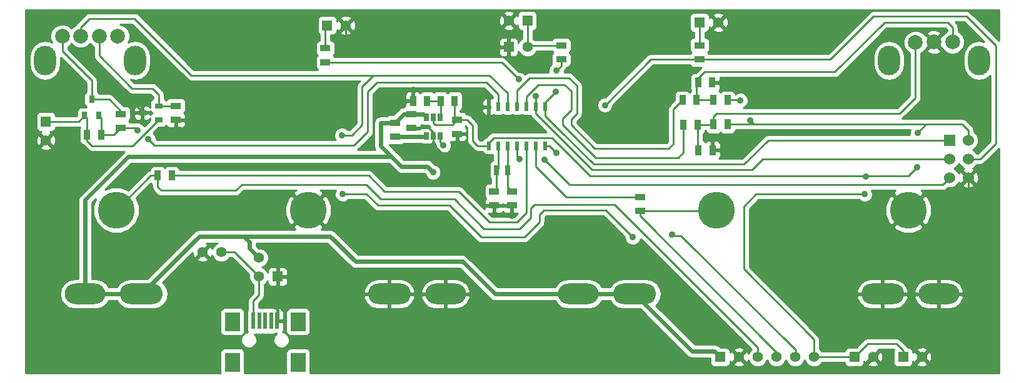
<source format=gtl>
G04 (created by PCBNEW (2013-07-07 BZR 4022)-stable) date 4/19/2015 11:38:55 PM*
%MOIN*%
G04 Gerber Fmt 3.4, Leading zero omitted, Abs format*
%FSLAX34Y34*%
G01*
G70*
G90*
G04 APERTURE LIST*
%ADD10C,0.00590551*%
%ADD11R,0.055X0.055*%
%ADD12C,0.055*%
%ADD13O,0.228346X0.110236*%
%ADD14O,0.216535X0.110236*%
%ADD15C,0.19685*%
%ADD16R,0.0295276X0.0551181*%
%ADD17R,0.0197X0.0906*%
%ADD18R,0.0787X0.0984*%
%ADD19C,0.0787402*%
%ADD20O,0.11811X0.15748*%
%ADD21R,0.0394X0.0315*%
%ADD22R,0.0276X0.0394*%
%ADD23R,0.055X0.035*%
%ADD24R,0.035X0.055*%
%ADD25R,0.02X0.045*%
%ADD26R,0.0315X0.0394*%
%ADD27R,0.06X0.06*%
%ADD28C,0.06*%
%ADD29C,0.035*%
%ADD30C,0.01*%
%ADD31C,0.023622*%
G04 APERTURE END LIST*
G54D10*
G54D11*
X66250Y-85050D03*
G54D12*
X65250Y-85050D03*
X65250Y-84050D03*
G54D13*
X98503Y-85984D03*
G54D14*
X101503Y-85984D03*
G54D11*
X89850Y-89350D03*
G54D12*
X90850Y-89350D03*
X91850Y-89350D03*
X92850Y-89350D03*
X93850Y-89350D03*
X94850Y-89350D03*
G54D15*
X57650Y-81500D03*
X67886Y-81500D03*
X89650Y-81500D03*
X99886Y-81500D03*
G54D16*
X77933Y-79370D03*
X78523Y-79370D03*
G54D12*
X63250Y-83750D03*
X62250Y-83750D03*
G54D17*
X64960Y-87421D03*
X65275Y-87421D03*
X65590Y-87421D03*
X65905Y-87421D03*
X66220Y-87421D03*
G54D18*
X63838Y-87460D03*
X63838Y-89625D03*
X67342Y-87460D03*
X67342Y-89625D03*
G54D19*
X100265Y-72537D03*
X101250Y-72517D03*
X102234Y-72517D03*
G54D20*
X103651Y-73501D03*
X98848Y-73501D03*
G54D19*
X54773Y-72202D03*
X55757Y-72202D03*
X56742Y-72202D03*
X57726Y-72202D03*
G54D20*
X58651Y-73501D03*
X53848Y-73501D03*
G54D11*
X78574Y-72783D03*
G54D12*
X79574Y-72783D03*
G54D11*
X79574Y-71371D03*
G54D12*
X78574Y-71371D03*
G54D11*
X88748Y-71470D03*
G54D12*
X89748Y-71470D03*
G54D11*
X68896Y-71627D03*
G54D12*
X69896Y-71627D03*
G54D11*
X53897Y-76771D03*
G54D12*
X53897Y-77771D03*
G54D21*
X59036Y-76303D03*
X59902Y-75928D03*
X59902Y-76678D03*
G54D22*
X74172Y-76527D03*
X74547Y-76527D03*
X74922Y-76527D03*
X74922Y-77527D03*
X74547Y-77527D03*
X74172Y-77527D03*
G54D23*
X88748Y-73445D03*
X88748Y-72695D03*
X68796Y-73602D03*
X68796Y-72852D03*
X78740Y-80491D03*
X78740Y-81241D03*
X77795Y-80499D03*
X77795Y-81249D03*
G54D24*
X60611Y-79653D03*
X59861Y-79653D03*
G54D23*
X85570Y-80794D03*
X85570Y-81544D03*
G54D24*
X88635Y-76950D03*
X87885Y-76950D03*
X88695Y-78290D03*
X89445Y-78290D03*
X87845Y-75620D03*
X88595Y-75620D03*
X88675Y-74683D03*
X89425Y-74683D03*
X75689Y-75669D03*
X74939Y-75669D03*
X74233Y-75669D03*
X73483Y-75669D03*
G54D23*
X72519Y-76829D03*
X72519Y-77579D03*
X57890Y-77105D03*
X57890Y-76355D03*
X60819Y-75928D03*
X60819Y-76678D03*
G54D24*
X56845Y-77480D03*
X56095Y-77480D03*
X90245Y-75620D03*
X89495Y-75620D03*
X90245Y-76910D03*
X89495Y-76910D03*
G54D23*
X81377Y-73445D03*
X81377Y-72695D03*
X75826Y-76672D03*
X75826Y-77422D03*
G54D25*
X77514Y-78075D03*
X78014Y-78075D03*
X78514Y-78075D03*
X79014Y-78075D03*
X79514Y-78075D03*
X80014Y-78075D03*
X80514Y-78075D03*
X80514Y-75975D03*
X80014Y-75975D03*
X79514Y-75975D03*
X79014Y-75975D03*
X78514Y-75975D03*
X78014Y-75975D03*
X77514Y-75975D03*
G54D26*
X56340Y-75577D03*
X56715Y-76443D03*
X55965Y-76443D03*
G54D27*
X102080Y-77770D03*
G54D28*
X103080Y-77770D03*
X102080Y-78770D03*
X103080Y-78770D03*
X102080Y-79770D03*
X103080Y-79770D03*
G54D23*
X73385Y-76357D03*
X73385Y-77107D03*
G54D13*
X58996Y-85984D03*
G54D14*
X55996Y-85984D03*
G54D13*
X85295Y-85984D03*
G54D14*
X82295Y-85984D03*
G54D13*
X72204Y-85984D03*
G54D14*
X75204Y-85984D03*
G54D11*
X97000Y-89350D03*
G54D12*
X98000Y-89350D03*
G54D11*
X99600Y-89350D03*
G54D12*
X100600Y-89350D03*
G54D29*
X81120Y-74050D03*
X81090Y-75160D03*
X79130Y-74520D03*
X80030Y-75400D03*
X83700Y-75890D03*
X81120Y-78440D03*
X65250Y-84050D03*
X74540Y-79480D03*
X75098Y-78051D03*
X69690Y-77490D03*
X69720Y-80640D03*
X87290Y-82810D03*
X85190Y-82950D03*
X59360Y-77720D03*
X58790Y-77240D03*
X58650Y-75850D03*
X66200Y-86600D03*
X61000Y-77200D03*
X90150Y-78290D03*
X90040Y-74713D03*
X103090Y-80510D03*
X69890Y-72410D03*
X74550Y-78420D03*
X78740Y-81820D03*
X77300Y-75380D03*
X73480Y-75060D03*
X80470Y-78820D03*
X79150Y-78770D03*
X97550Y-80650D03*
X97600Y-79700D03*
X100370Y-77370D03*
X100360Y-79200D03*
X91440Y-76700D03*
X90920Y-75640D03*
G54D30*
X83210Y-79050D02*
X83100Y-79050D01*
X80514Y-76464D02*
X81290Y-77240D01*
X83210Y-79050D02*
X91130Y-79050D01*
X91130Y-79050D02*
X92410Y-77770D01*
X102080Y-77770D02*
X92410Y-77770D01*
X80514Y-76464D02*
X80514Y-75975D01*
X83100Y-79050D02*
X81290Y-77240D01*
X80514Y-75975D02*
X80514Y-75735D01*
X81377Y-73792D02*
X81377Y-73445D01*
X81120Y-74050D02*
X81377Y-73792D01*
X80514Y-75735D02*
X81090Y-75160D01*
X80014Y-75975D02*
X80014Y-75415D01*
X78212Y-73602D02*
X68796Y-73602D01*
X79130Y-74520D02*
X78212Y-73602D01*
X80014Y-75415D02*
X80030Y-75400D01*
X80014Y-75975D02*
X80014Y-76344D01*
X92130Y-78770D02*
X102080Y-78770D01*
X91560Y-79340D02*
X92130Y-78770D01*
X83010Y-79340D02*
X91560Y-79340D01*
X80014Y-76344D02*
X83010Y-79340D01*
X88748Y-73445D02*
X95728Y-73445D01*
X103700Y-78770D02*
X103080Y-78770D01*
X104547Y-77923D02*
X103700Y-78770D01*
X104547Y-72716D02*
X104547Y-77923D01*
X102982Y-71151D02*
X104547Y-72716D01*
X98021Y-71151D02*
X102982Y-71151D01*
X95728Y-73445D02*
X98021Y-71151D01*
X80514Y-78075D02*
X80755Y-78075D01*
X86144Y-73445D02*
X88748Y-73445D01*
X83700Y-75890D02*
X86144Y-73445D01*
X80755Y-78075D02*
X81120Y-78440D01*
G54D31*
X88355Y-89044D02*
X89544Y-89044D01*
X89544Y-89044D02*
X89850Y-89350D01*
X65250Y-84050D02*
X64750Y-83550D01*
X64750Y-83200D02*
X64450Y-82900D01*
X64750Y-83550D02*
X64750Y-83200D01*
X82295Y-85984D02*
X77834Y-85984D01*
X77834Y-85984D02*
X76100Y-84250D01*
X76100Y-84250D02*
X70400Y-84250D01*
X70400Y-84250D02*
X69050Y-82900D01*
X69050Y-82900D02*
X64450Y-82900D01*
X62080Y-82900D02*
X58996Y-85984D01*
X64000Y-82900D02*
X62080Y-82900D01*
X64450Y-82900D02*
X64000Y-82900D01*
X55996Y-85984D02*
X55996Y-80952D01*
X58297Y-78651D02*
X72331Y-78651D01*
X55996Y-80952D02*
X58297Y-78651D01*
X55996Y-85984D02*
X58996Y-85984D01*
X88356Y-89045D02*
X88355Y-89044D01*
X88355Y-89044D02*
X85295Y-85984D01*
X85295Y-85984D02*
X82295Y-85984D01*
X74220Y-79160D02*
X74440Y-79380D01*
X72840Y-79160D02*
X74220Y-79160D01*
G54D30*
X74440Y-79380D02*
X74540Y-79480D01*
G54D31*
X72331Y-78651D02*
X72427Y-78747D01*
X72427Y-78747D02*
X72840Y-79160D01*
G54D30*
X74922Y-77875D02*
X75098Y-78051D01*
X74922Y-77527D02*
X74922Y-77875D01*
G54D31*
X72090Y-78410D02*
X72331Y-78651D01*
X71760Y-78080D02*
X72090Y-78410D01*
X71760Y-76839D02*
X71760Y-78080D01*
G54D30*
X71750Y-76829D02*
X71760Y-76839D01*
G54D31*
X72519Y-76829D02*
X71750Y-76829D01*
X73385Y-76357D02*
X72992Y-76357D01*
X72992Y-76357D02*
X72519Y-76829D01*
X73385Y-76357D02*
X74001Y-76357D01*
X74001Y-76357D02*
X74172Y-76527D01*
G54D30*
X85570Y-81544D02*
X85570Y-81820D01*
X92850Y-89100D02*
X92850Y-89350D01*
X85570Y-81820D02*
X92850Y-89100D01*
X85570Y-81544D02*
X89597Y-81544D01*
X89597Y-81544D02*
X89645Y-81496D01*
X81450Y-74790D02*
X81540Y-74790D01*
X87885Y-78415D02*
X87885Y-76950D01*
X87600Y-78700D02*
X87885Y-78415D01*
X83200Y-78700D02*
X87600Y-78700D01*
X81450Y-76950D02*
X83200Y-78700D01*
X81450Y-76600D02*
X81450Y-76950D01*
X81900Y-76150D02*
X81450Y-76600D01*
X81900Y-75150D02*
X81900Y-76150D01*
X81540Y-74790D02*
X81900Y-75150D01*
X79514Y-75975D02*
X79514Y-75425D01*
X80150Y-74790D02*
X81450Y-74790D01*
X81450Y-74790D02*
X81440Y-74790D01*
X79514Y-75425D02*
X80150Y-74790D01*
X81720Y-74430D02*
X81780Y-74430D01*
X79014Y-75114D02*
X79699Y-74430D01*
X79699Y-74430D02*
X81720Y-74430D01*
X79014Y-75975D02*
X79014Y-75114D01*
X87350Y-76115D02*
X87845Y-75620D01*
X87350Y-77950D02*
X87350Y-76115D01*
X87100Y-78200D02*
X87350Y-77950D01*
X83150Y-78200D02*
X87100Y-78200D01*
X81900Y-76950D02*
X83150Y-78200D01*
X81900Y-76650D02*
X81900Y-76950D01*
X82200Y-76350D02*
X81900Y-76650D01*
X82200Y-74850D02*
X82200Y-76350D01*
X81780Y-74430D02*
X82200Y-74850D01*
X84007Y-81200D02*
X84200Y-81200D01*
X79150Y-82500D02*
X79750Y-81900D01*
X79750Y-81900D02*
X79750Y-81400D01*
X79750Y-81400D02*
X79950Y-81200D01*
X79950Y-81200D02*
X84007Y-81200D01*
X59861Y-79653D02*
X59861Y-80274D01*
X75679Y-80915D02*
X77263Y-82500D01*
X71761Y-80915D02*
X75679Y-80915D01*
X70974Y-80127D02*
X71761Y-80915D01*
X64340Y-80127D02*
X70974Y-80127D01*
X64015Y-80452D02*
X64340Y-80127D01*
X60039Y-80452D02*
X64015Y-80452D01*
X59861Y-80274D02*
X60039Y-80452D01*
X77263Y-82500D02*
X79150Y-82500D01*
X91850Y-88850D02*
X91850Y-89350D01*
X84200Y-81200D02*
X91850Y-88850D01*
X59861Y-79653D02*
X59480Y-79653D01*
X59480Y-79653D02*
X57637Y-81496D01*
X93870Y-89329D02*
X93850Y-89350D01*
X93870Y-88970D02*
X93870Y-89329D01*
X77100Y-82950D02*
X79400Y-82950D01*
X70210Y-77490D02*
X70750Y-76950D01*
X70750Y-76950D02*
X70750Y-74900D01*
X71358Y-74291D02*
X70750Y-74900D01*
X69720Y-80640D02*
X70990Y-80640D01*
X75400Y-81250D02*
X77100Y-82950D01*
X71600Y-81250D02*
X75400Y-81250D01*
X70990Y-80640D02*
X71600Y-81250D01*
X69690Y-77490D02*
X70210Y-77490D01*
X83750Y-81500D02*
X85190Y-82940D01*
X80450Y-81500D02*
X83750Y-81500D01*
X80200Y-81750D02*
X80450Y-81500D01*
X80200Y-82150D02*
X80200Y-81750D01*
X79400Y-82950D02*
X80200Y-82150D01*
X85190Y-82940D02*
X85190Y-82950D01*
X87755Y-82855D02*
X87335Y-82855D01*
X87335Y-82855D02*
X87290Y-82810D01*
X87755Y-82855D02*
X93870Y-88970D01*
X69451Y-74291D02*
X68550Y-74291D01*
X78514Y-75975D02*
X78514Y-75247D01*
X55757Y-71732D02*
X55757Y-72202D01*
X56230Y-71259D02*
X55757Y-71732D01*
X58622Y-71259D02*
X56230Y-71259D01*
X61653Y-74291D02*
X58622Y-71259D01*
X77559Y-74291D02*
X71358Y-74291D01*
X71358Y-74291D02*
X68550Y-74291D01*
X68550Y-74291D02*
X61653Y-74291D01*
X78514Y-75247D02*
X77559Y-74291D01*
X57890Y-77105D02*
X58655Y-77105D01*
X78014Y-75304D02*
X78014Y-75975D01*
X77380Y-74670D02*
X78014Y-75304D01*
X71560Y-74670D02*
X77380Y-74670D01*
X71060Y-75170D02*
X71560Y-74670D01*
X71060Y-77310D02*
X71060Y-75170D01*
X70320Y-78050D02*
X71060Y-77310D01*
X59690Y-78050D02*
X70320Y-78050D01*
X59360Y-77720D02*
X59690Y-78050D01*
X58655Y-77105D02*
X58790Y-77240D01*
X56845Y-77480D02*
X56845Y-76573D01*
X56845Y-76573D02*
X56715Y-76443D01*
X56845Y-77480D02*
X57515Y-77480D01*
X57515Y-77480D02*
X57890Y-77105D01*
X98503Y-85984D02*
X101503Y-85984D01*
X59036Y-76303D02*
X59036Y-76236D01*
X59036Y-76236D02*
X58650Y-75850D01*
X72204Y-85984D02*
X75204Y-85984D01*
X66220Y-87421D02*
X66220Y-86620D01*
X66220Y-86620D02*
X66200Y-86600D01*
X60819Y-76678D02*
X60819Y-77019D01*
X60819Y-77019D02*
X61000Y-77200D01*
X89445Y-78290D02*
X90150Y-78290D01*
X89425Y-74683D02*
X90010Y-74683D01*
X90010Y-74683D02*
X90040Y-74713D01*
X103080Y-79770D02*
X103080Y-80500D01*
X103080Y-80500D02*
X103090Y-80510D01*
X69896Y-71627D02*
X69896Y-72403D01*
X69896Y-72403D02*
X69890Y-72410D01*
X74547Y-77930D02*
X74547Y-78417D01*
X74547Y-78417D02*
X74550Y-78420D01*
X78740Y-81241D02*
X78740Y-81819D01*
X78740Y-81819D02*
X78740Y-81820D01*
X77795Y-81249D02*
X78732Y-81249D01*
X78732Y-81249D02*
X78740Y-81241D01*
X77514Y-75975D02*
X77514Y-75594D01*
X77514Y-75594D02*
X77300Y-75380D01*
X73483Y-75669D02*
X73483Y-75063D01*
X73483Y-75063D02*
X73480Y-75060D01*
X74547Y-77527D02*
X74547Y-77930D01*
X74547Y-77930D02*
X74547Y-77992D01*
X75826Y-78208D02*
X75826Y-77830D01*
X75826Y-77830D02*
X75826Y-77422D01*
X75590Y-78444D02*
X75826Y-78208D01*
X75000Y-78444D02*
X75590Y-78444D01*
X74547Y-77992D02*
X75000Y-78444D01*
X73385Y-77107D02*
X74312Y-77107D01*
X74547Y-77342D02*
X74547Y-77527D01*
X74312Y-77107D02*
X74547Y-77342D01*
X53897Y-76771D02*
X55636Y-76771D01*
X55636Y-76771D02*
X55965Y-76443D01*
X56095Y-77480D02*
X56095Y-77805D01*
X58511Y-78070D02*
X59902Y-76678D01*
X56360Y-78070D02*
X58511Y-78070D01*
X56095Y-77805D02*
X56360Y-78070D01*
X56095Y-77480D02*
X56095Y-76573D01*
X56095Y-76573D02*
X55965Y-76443D01*
X79514Y-78075D02*
X79514Y-81635D01*
X71103Y-79653D02*
X60611Y-79653D01*
X71950Y-80500D02*
X71103Y-79653D01*
X75900Y-80500D02*
X71950Y-80500D01*
X77550Y-82150D02*
X75900Y-80500D01*
X79000Y-82150D02*
X77550Y-82150D01*
X79514Y-81635D02*
X79000Y-82150D01*
X85570Y-80794D02*
X81652Y-80794D01*
X80014Y-79156D02*
X80014Y-78075D01*
X81652Y-80794D02*
X80014Y-79156D01*
X81377Y-72695D02*
X79662Y-72695D01*
X79662Y-72695D02*
X79574Y-72783D01*
X79574Y-71371D02*
X79574Y-72783D01*
X63950Y-83750D02*
X65250Y-85050D01*
X63250Y-83750D02*
X63950Y-83750D01*
X65250Y-85050D02*
X65250Y-86050D01*
X64960Y-86339D02*
X64960Y-87421D01*
X65250Y-86050D02*
X64960Y-86339D01*
X88675Y-74683D02*
X88675Y-74454D01*
X102234Y-71722D02*
X102234Y-72517D01*
X101988Y-71476D02*
X102234Y-71722D01*
X98602Y-71476D02*
X101988Y-71476D01*
X95964Y-74114D02*
X98602Y-71476D01*
X89015Y-74114D02*
X95964Y-74114D01*
X88675Y-74454D02*
X89015Y-74114D01*
X88595Y-75620D02*
X88595Y-74764D01*
X88595Y-74764D02*
X88675Y-74683D01*
X88595Y-75620D02*
X89495Y-75620D01*
X79014Y-78075D02*
X79014Y-78634D01*
X101700Y-80150D02*
X102080Y-79770D01*
X81800Y-80150D02*
X101700Y-80150D01*
X80470Y-78820D02*
X81800Y-80150D01*
X79014Y-78634D02*
X79150Y-78770D01*
X74939Y-75669D02*
X74939Y-76509D01*
X74939Y-76509D02*
X74922Y-76527D01*
X74939Y-75669D02*
X74233Y-75669D01*
X68796Y-72852D02*
X68796Y-71727D01*
X68796Y-71727D02*
X68896Y-71627D01*
X88748Y-72695D02*
X88748Y-71470D01*
X77933Y-79370D02*
X77933Y-80361D01*
X77933Y-80361D02*
X77795Y-80499D01*
X78014Y-78075D02*
X78014Y-79288D01*
X78014Y-79288D02*
X77933Y-79370D01*
X78523Y-79370D02*
X78523Y-80274D01*
X78523Y-80274D02*
X78740Y-80491D01*
X78514Y-78075D02*
X78514Y-79361D01*
X78514Y-79361D02*
X78523Y-79370D01*
X56340Y-75577D02*
X57267Y-75577D01*
X57890Y-76200D02*
X57890Y-76355D01*
X57267Y-75577D02*
X57890Y-76200D01*
X56340Y-75577D02*
X56340Y-74580D01*
X54773Y-73013D02*
X54773Y-72202D01*
X56340Y-74580D02*
X54773Y-73013D01*
X59902Y-75928D02*
X59902Y-75322D01*
X56742Y-73252D02*
X56742Y-72202D01*
X58480Y-74990D02*
X56742Y-73252D01*
X59570Y-74990D02*
X58480Y-74990D01*
X59902Y-75322D02*
X59570Y-74990D01*
X59902Y-75928D02*
X60819Y-75928D01*
X89495Y-76910D02*
X89495Y-76508D01*
X100265Y-75492D02*
X100265Y-72537D01*
X99419Y-76338D02*
X100265Y-75492D01*
X89665Y-76338D02*
X99419Y-76338D01*
X89495Y-76508D02*
X89665Y-76338D01*
X88635Y-76950D02*
X89455Y-76950D01*
X89455Y-76950D02*
X89495Y-76910D01*
X88635Y-76950D02*
X88635Y-78230D01*
X88635Y-78230D02*
X88695Y-78290D01*
G54D31*
X72519Y-77579D02*
X74120Y-77579D01*
G54D30*
X74120Y-77579D02*
X74172Y-77527D01*
X94850Y-89350D02*
X97000Y-89350D01*
X97000Y-89350D02*
X97700Y-88650D01*
X97700Y-88650D02*
X99250Y-88650D01*
X99250Y-88650D02*
X99600Y-89000D01*
X99600Y-89000D02*
X99600Y-89350D01*
X94852Y-89045D02*
X94852Y-88402D01*
X97600Y-79700D02*
X97600Y-79680D01*
X91750Y-80650D02*
X97550Y-80650D01*
X91100Y-81300D02*
X91750Y-80650D01*
X91100Y-84650D02*
X91100Y-81300D01*
X94852Y-88402D02*
X91100Y-84650D01*
X81610Y-78370D02*
X82450Y-79210D01*
X100830Y-76910D02*
X100980Y-76910D01*
X100370Y-77370D02*
X100830Y-76910D01*
X99880Y-79680D02*
X100360Y-79200D01*
X82920Y-79680D02*
X97600Y-79680D01*
X97600Y-79680D02*
X99880Y-79680D01*
X82450Y-79210D02*
X82920Y-79680D01*
X77514Y-78075D02*
X77514Y-77895D01*
X80870Y-77630D02*
X81610Y-78370D01*
X81610Y-78370D02*
X81620Y-78380D01*
X77780Y-77630D02*
X80870Y-77630D01*
X77514Y-77895D02*
X77780Y-77630D01*
X90245Y-75620D02*
X90900Y-75620D01*
X91650Y-76910D02*
X91660Y-76910D01*
X91440Y-76700D02*
X91650Y-76910D01*
X90900Y-75620D02*
X90920Y-75640D01*
X90245Y-76910D02*
X91230Y-76910D01*
X91230Y-76910D02*
X91660Y-76910D01*
X91660Y-76910D02*
X100980Y-76910D01*
X100980Y-76910D02*
X102760Y-76910D01*
X102760Y-76910D02*
X103080Y-77230D01*
X103080Y-77230D02*
X103080Y-77770D01*
X75689Y-75669D02*
X75689Y-76535D01*
X75689Y-76535D02*
X75826Y-76672D01*
X74547Y-76527D02*
X74547Y-76830D01*
X75569Y-76929D02*
X75826Y-76672D01*
X74645Y-76929D02*
X75569Y-76929D01*
X74547Y-76830D02*
X74645Y-76929D01*
X75826Y-76672D02*
X76357Y-76672D01*
X76357Y-76672D02*
X76653Y-76968D01*
X76653Y-76968D02*
X76653Y-77795D01*
X76653Y-77795D02*
X76933Y-78075D01*
X76933Y-78075D02*
X77514Y-78075D01*
X55265Y-72620D02*
X55265Y-72620D01*
X56250Y-72620D02*
X56250Y-72620D01*
X55185Y-72700D02*
X55345Y-72700D01*
X56169Y-72700D02*
X56329Y-72700D01*
X55073Y-72780D02*
X55471Y-72780D01*
X56044Y-72780D02*
X56442Y-72780D01*
X55073Y-72860D02*
X56442Y-72860D01*
X55125Y-72940D02*
X56442Y-72940D01*
X55205Y-73020D02*
X56442Y-73020D01*
X55285Y-73100D02*
X56442Y-73100D01*
X55365Y-73180D02*
X56442Y-73180D01*
X55445Y-73260D02*
X56443Y-73260D01*
X55525Y-73340D02*
X56459Y-73340D01*
X55605Y-73420D02*
X56501Y-73420D01*
X55685Y-73500D02*
X56566Y-73500D01*
X55765Y-73580D02*
X56646Y-73580D01*
X55845Y-73660D02*
X56726Y-73660D01*
X55925Y-73740D02*
X56806Y-73740D01*
X56005Y-73820D02*
X56886Y-73820D01*
X56085Y-73900D02*
X56966Y-73900D01*
X56165Y-73980D02*
X57046Y-73980D01*
X56245Y-74060D02*
X57126Y-74060D01*
X56325Y-74140D02*
X57206Y-74140D01*
X56405Y-74220D02*
X57286Y-74220D01*
X56485Y-74300D02*
X57366Y-74300D01*
X56560Y-74380D02*
X57446Y-74380D01*
X56614Y-74460D02*
X57526Y-74460D01*
X56632Y-74540D02*
X57606Y-74540D01*
X56640Y-74620D02*
X57686Y-74620D01*
X56640Y-74700D02*
X57766Y-74700D01*
X56640Y-74780D02*
X57846Y-74780D01*
X56640Y-74860D02*
X57926Y-74860D01*
X56640Y-74940D02*
X58006Y-74940D01*
X56640Y-75020D02*
X58086Y-75020D01*
X56640Y-75100D02*
X58166Y-75100D01*
X56652Y-75180D02*
X58246Y-75180D01*
X56718Y-75260D02*
X58355Y-75260D01*
X57443Y-75340D02*
X59496Y-75340D01*
X57535Y-75420D02*
X59576Y-75420D01*
X57615Y-75500D02*
X59602Y-75500D01*
X57695Y-75580D02*
X59542Y-75580D01*
X57775Y-75660D02*
X59480Y-75660D01*
X57855Y-75740D02*
X59455Y-75740D01*
X57935Y-75820D02*
X59455Y-75820D01*
X58015Y-75900D02*
X58778Y-75900D01*
X58928Y-75900D02*
X59144Y-75900D01*
X59294Y-75900D02*
X59455Y-75900D01*
X58319Y-75980D02*
X58651Y-75980D01*
X58986Y-75980D02*
X59086Y-75980D01*
X59421Y-75980D02*
X59455Y-75980D01*
X58386Y-76060D02*
X58604Y-76060D01*
X58986Y-76060D02*
X59086Y-76060D01*
X58415Y-76140D02*
X58589Y-76140D01*
X58986Y-76140D02*
X59086Y-76140D01*
X58415Y-76220D02*
X58619Y-76220D01*
X58986Y-76220D02*
X59086Y-76220D01*
X59453Y-76220D02*
X59490Y-76220D01*
X58415Y-76300D02*
X58986Y-76300D01*
X58986Y-76300D02*
X59570Y-76300D01*
X58415Y-76380D02*
X58624Y-76380D01*
X58986Y-76380D02*
X59086Y-76380D01*
X59448Y-76380D02*
X59493Y-76380D01*
X58415Y-76460D02*
X58589Y-76460D01*
X58986Y-76460D02*
X59086Y-76460D01*
X58414Y-76540D02*
X58602Y-76540D01*
X58986Y-76540D02*
X59086Y-76540D01*
X58397Y-76620D02*
X58645Y-76620D01*
X58986Y-76620D02*
X59086Y-76620D01*
X59427Y-76620D02*
X59455Y-76620D01*
X58347Y-76700D02*
X58765Y-76700D01*
X58934Y-76700D02*
X58986Y-76700D01*
X58986Y-76700D02*
X59138Y-76700D01*
X59308Y-76700D02*
X59455Y-76700D01*
X58369Y-76780D02*
X58986Y-76780D01*
X58986Y-76780D02*
X59376Y-76780D01*
X58985Y-76860D02*
X58986Y-76860D01*
X58986Y-76860D02*
X59296Y-76860D01*
X59092Y-76940D02*
X59216Y-76940D01*
X57856Y-71559D02*
X58497Y-71559D01*
X58049Y-71639D02*
X58577Y-71639D01*
X58153Y-71719D02*
X58657Y-71719D01*
X58233Y-71799D02*
X58737Y-71799D01*
X58289Y-71879D02*
X58817Y-71879D01*
X58322Y-71959D02*
X58897Y-71959D01*
X58355Y-72039D02*
X58977Y-72039D01*
X58370Y-72119D02*
X59057Y-72119D01*
X58370Y-72199D02*
X59137Y-72199D01*
X58370Y-72279D02*
X59217Y-72279D01*
X58358Y-72359D02*
X59297Y-72359D01*
X58324Y-72439D02*
X59377Y-72439D01*
X58291Y-72519D02*
X58312Y-72519D01*
X58990Y-72519D02*
X59457Y-72519D01*
X59110Y-72599D02*
X59537Y-72599D01*
X59230Y-72679D02*
X59617Y-72679D01*
X59292Y-72759D02*
X59697Y-72759D01*
X59345Y-72839D02*
X59777Y-72839D01*
X59399Y-72919D02*
X59857Y-72919D01*
X59435Y-72999D02*
X59937Y-72999D01*
X59451Y-73079D02*
X60017Y-73079D01*
X59467Y-73159D02*
X60097Y-73159D01*
X59483Y-73239D02*
X60177Y-73239D01*
X59492Y-73319D02*
X60257Y-73319D01*
X59492Y-73399D02*
X60337Y-73399D01*
X59492Y-73479D02*
X60417Y-73479D01*
X59492Y-73559D02*
X60497Y-73559D01*
X59492Y-73639D02*
X60577Y-73639D01*
X59491Y-73719D02*
X60657Y-73719D01*
X59476Y-73799D02*
X60737Y-73799D01*
X59460Y-73879D02*
X60817Y-73879D01*
X59444Y-73959D02*
X60897Y-73959D01*
X59428Y-74039D02*
X60977Y-74039D01*
X59375Y-74119D02*
X61057Y-74119D01*
X59321Y-74199D02*
X61137Y-74199D01*
X59268Y-74279D02*
X61217Y-74279D01*
X59176Y-74359D02*
X61297Y-74359D01*
X59056Y-74439D02*
X61377Y-74439D01*
X58434Y-74519D02*
X58451Y-74519D01*
X58851Y-74519D02*
X61465Y-74519D01*
X58514Y-74599D02*
X70625Y-74599D01*
X58594Y-74679D02*
X70545Y-74679D01*
X59755Y-74759D02*
X70489Y-74759D01*
X59844Y-74839D02*
X70461Y-74839D01*
X59924Y-74919D02*
X70450Y-74919D01*
X60004Y-74999D02*
X70450Y-74999D01*
X60084Y-75079D02*
X70450Y-75079D01*
X60147Y-75159D02*
X70450Y-75159D01*
X60186Y-75239D02*
X70450Y-75239D01*
X60202Y-75319D02*
X70450Y-75319D01*
X60202Y-75399D02*
X70450Y-75399D01*
X60202Y-75479D02*
X70450Y-75479D01*
X60241Y-75559D02*
X60385Y-75559D01*
X61254Y-75559D02*
X70450Y-75559D01*
X61318Y-75639D02*
X70450Y-75639D01*
X61344Y-75719D02*
X70450Y-75719D01*
X61344Y-75799D02*
X70450Y-75799D01*
X61344Y-75879D02*
X70450Y-75879D01*
X61344Y-75959D02*
X70450Y-75959D01*
X61344Y-76039D02*
X70450Y-76039D01*
X61344Y-76119D02*
X70450Y-76119D01*
X61325Y-76199D02*
X70450Y-76199D01*
X61272Y-76279D02*
X70450Y-76279D01*
X61304Y-76359D02*
X70450Y-76359D01*
X61338Y-76439D02*
X70450Y-76439D01*
X61344Y-76519D02*
X70450Y-76519D01*
X61311Y-76599D02*
X70450Y-76599D01*
X60761Y-76679D02*
X70450Y-76679D01*
X60769Y-76759D02*
X60869Y-76759D01*
X61313Y-76759D02*
X70450Y-76759D01*
X60769Y-76839D02*
X60869Y-76839D01*
X61344Y-76839D02*
X70435Y-76839D01*
X60769Y-76919D02*
X60869Y-76919D01*
X61337Y-76919D02*
X61344Y-76919D01*
X61344Y-76919D02*
X70355Y-76919D01*
X60289Y-76999D02*
X60337Y-76999D01*
X60769Y-76999D02*
X60869Y-76999D01*
X61302Y-76999D02*
X61344Y-76999D01*
X61344Y-76999D02*
X70275Y-76999D01*
X60164Y-77079D02*
X60437Y-77079D01*
X60731Y-77079D02*
X60908Y-77079D01*
X61201Y-77079D02*
X61344Y-77079D01*
X61344Y-77079D02*
X69569Y-77079D01*
X69810Y-77079D02*
X70195Y-77079D01*
X59845Y-77159D02*
X61344Y-77159D01*
X61344Y-77159D02*
X69419Y-77159D01*
X69960Y-77159D02*
X70115Y-77159D01*
X59765Y-77239D02*
X61344Y-77239D01*
X61344Y-77239D02*
X69339Y-77239D01*
X59685Y-77319D02*
X61344Y-77319D01*
X61344Y-77319D02*
X69300Y-77319D01*
X59640Y-77399D02*
X61344Y-77399D01*
X61344Y-77399D02*
X69267Y-77399D01*
X59720Y-77479D02*
X61344Y-77479D01*
X61344Y-77479D02*
X69265Y-77479D01*
X59753Y-77559D02*
X61344Y-77559D01*
X61344Y-77559D02*
X69264Y-77559D01*
X59785Y-77639D02*
X61344Y-77639D01*
X61344Y-77639D02*
X69292Y-77639D01*
X59785Y-77719D02*
X61344Y-77719D01*
X61344Y-77719D02*
X69325Y-77719D01*
X73910Y-76944D02*
X73910Y-76944D01*
X73881Y-77024D02*
X74322Y-77024D01*
X73327Y-77104D02*
X73927Y-77104D01*
X76281Y-77020D02*
X76281Y-77020D01*
X76308Y-77100D02*
X76353Y-77100D01*
X76344Y-77180D02*
X76353Y-77180D01*
X76351Y-77260D02*
X76353Y-77260D01*
X76320Y-77340D02*
X76353Y-77340D01*
X75768Y-77420D02*
X76353Y-77420D01*
X75776Y-77500D02*
X75876Y-77500D01*
X76317Y-77500D02*
X76353Y-77500D01*
X75776Y-77580D02*
X75876Y-77580D01*
X76351Y-77580D02*
X76353Y-77580D01*
X75776Y-77660D02*
X75876Y-77660D01*
X76345Y-77660D02*
X76351Y-77660D01*
X76351Y-77660D02*
X76353Y-77660D01*
X75776Y-77740D02*
X75876Y-77740D01*
X76311Y-77740D02*
X76351Y-77740D01*
X76351Y-77740D02*
X76353Y-77740D01*
X74540Y-77820D02*
X74553Y-77820D01*
X75740Y-77820D02*
X75912Y-77820D01*
X76215Y-77820D02*
X76351Y-77820D01*
X76351Y-77820D02*
X76358Y-77820D01*
X74497Y-77900D02*
X74597Y-77900D01*
X75496Y-77900D02*
X76351Y-77900D01*
X76351Y-77900D02*
X76374Y-77900D01*
X72901Y-77980D02*
X74643Y-77980D01*
X75523Y-77980D02*
X76351Y-77980D01*
X76351Y-77980D02*
X76423Y-77980D01*
X72261Y-78060D02*
X74673Y-78060D01*
X75523Y-78060D02*
X76351Y-78060D01*
X76351Y-78060D02*
X76494Y-78060D01*
X72341Y-78140D02*
X74675Y-78140D01*
X75521Y-78140D02*
X76351Y-78140D01*
X76351Y-78140D02*
X76574Y-78140D01*
X72421Y-78220D02*
X74708Y-78220D01*
X75488Y-78220D02*
X76351Y-78220D01*
X76351Y-78220D02*
X76654Y-78220D01*
X72501Y-78300D02*
X74747Y-78300D01*
X75449Y-78300D02*
X76351Y-78300D01*
X76351Y-78300D02*
X76741Y-78300D01*
X72581Y-78380D02*
X74827Y-78380D01*
X75369Y-78380D02*
X76351Y-78380D01*
X76351Y-78380D02*
X77177Y-78380D01*
X72661Y-78460D02*
X74976Y-78460D01*
X75219Y-78460D02*
X76351Y-78460D01*
X76351Y-78460D02*
X77221Y-78460D01*
X72741Y-78540D02*
X76351Y-78540D01*
X76351Y-78540D02*
X77341Y-78540D01*
X77688Y-78540D02*
X77714Y-78540D01*
X72821Y-78620D02*
X76351Y-78620D01*
X76351Y-78620D02*
X77714Y-78620D01*
X72901Y-78700D02*
X76351Y-78700D01*
X76351Y-78700D02*
X77714Y-78700D01*
X72981Y-78780D02*
X76351Y-78780D01*
X76351Y-78780D02*
X77714Y-78780D01*
X74422Y-78860D02*
X76351Y-78860D01*
X76351Y-78860D02*
X77696Y-78860D01*
X74521Y-78940D02*
X76351Y-78940D01*
X76351Y-78940D02*
X77585Y-78940D01*
X58448Y-79020D02*
X72180Y-79020D01*
X74601Y-79020D02*
X76351Y-79020D01*
X76351Y-79020D02*
X77545Y-79020D01*
X58368Y-79100D02*
X72260Y-79100D01*
X74735Y-79100D02*
X76351Y-79100D01*
X76351Y-79100D02*
X77535Y-79100D01*
X58288Y-79180D02*
X59530Y-79180D01*
X60192Y-79180D02*
X60280Y-79180D01*
X60942Y-79180D02*
X72340Y-79180D01*
X74841Y-79180D02*
X76351Y-79180D01*
X76351Y-79180D02*
X77535Y-79180D01*
X58208Y-79260D02*
X59464Y-79260D01*
X61008Y-79260D02*
X72420Y-79260D01*
X74909Y-79260D02*
X76351Y-79260D01*
X76351Y-79260D02*
X77535Y-79260D01*
X58128Y-79340D02*
X59436Y-79340D01*
X61036Y-79340D02*
X72500Y-79340D01*
X74942Y-79340D02*
X76351Y-79340D01*
X76351Y-79340D02*
X77535Y-79340D01*
X58048Y-79420D02*
X59298Y-79420D01*
X71284Y-79420D02*
X72580Y-79420D01*
X74965Y-79420D02*
X76351Y-79420D01*
X76351Y-79420D02*
X77535Y-79420D01*
X57968Y-79500D02*
X59208Y-79500D01*
X71375Y-79500D02*
X72703Y-79500D01*
X74964Y-79500D02*
X76351Y-79500D01*
X76351Y-79500D02*
X77535Y-79500D01*
X57888Y-79580D02*
X59128Y-79580D01*
X71455Y-79580D02*
X74120Y-79580D01*
X74958Y-79580D02*
X76351Y-79580D01*
X76351Y-79580D02*
X77535Y-79580D01*
X57808Y-79660D02*
X59048Y-79660D01*
X71535Y-79660D02*
X74154Y-79660D01*
X74925Y-79660D02*
X76351Y-79660D01*
X76351Y-79660D02*
X77535Y-79660D01*
X57728Y-79740D02*
X58968Y-79740D01*
X71615Y-79740D02*
X74199Y-79740D01*
X74880Y-79740D02*
X76351Y-79740D01*
X76351Y-79740D02*
X77554Y-79740D01*
X57648Y-79820D02*
X58888Y-79820D01*
X71695Y-79820D02*
X74279Y-79820D01*
X74800Y-79820D02*
X76351Y-79820D01*
X76351Y-79820D02*
X77607Y-79820D01*
X57568Y-79900D02*
X58808Y-79900D01*
X71775Y-79900D02*
X74445Y-79900D01*
X74634Y-79900D02*
X76351Y-79900D01*
X76351Y-79900D02*
X77633Y-79900D01*
X57488Y-79980D02*
X58728Y-79980D01*
X71855Y-79980D02*
X76351Y-79980D01*
X76351Y-79980D02*
X77633Y-79980D01*
X57408Y-80060D02*
X58648Y-80060D01*
X71935Y-80060D02*
X76351Y-80060D01*
X76351Y-80060D02*
X77633Y-80060D01*
X57328Y-80140D02*
X58568Y-80140D01*
X72015Y-80140D02*
X76351Y-80140D01*
X76351Y-80140D02*
X77349Y-80140D01*
X57248Y-80220D02*
X58488Y-80220D01*
X76005Y-80220D02*
X76351Y-80220D01*
X76351Y-80220D02*
X77292Y-80220D01*
X57168Y-80300D02*
X57319Y-80300D01*
X57980Y-80300D02*
X58408Y-80300D01*
X76125Y-80300D02*
X76351Y-80300D01*
X76351Y-80300D02*
X77270Y-80300D01*
X57088Y-80380D02*
X57126Y-80380D01*
X58173Y-80380D02*
X58328Y-80380D01*
X76205Y-80380D02*
X76351Y-80380D01*
X76351Y-80380D02*
X77270Y-80380D01*
X76285Y-80460D02*
X76351Y-80460D01*
X76351Y-80460D02*
X77270Y-80460D01*
X76365Y-80540D02*
X77270Y-80540D01*
X76445Y-80620D02*
X77270Y-80620D01*
X76525Y-80700D02*
X77270Y-80700D01*
X76605Y-80780D02*
X77293Y-80780D01*
X76685Y-80860D02*
X77353Y-80860D01*
X76765Y-80940D02*
X77304Y-80940D01*
X76845Y-81020D02*
X77271Y-81020D01*
X76925Y-81100D02*
X77270Y-81100D01*
X77005Y-81180D02*
X77314Y-81180D01*
X77085Y-81260D02*
X78798Y-81260D01*
X77165Y-81340D02*
X77290Y-81340D01*
X77745Y-81340D02*
X77845Y-81340D01*
X78690Y-81340D02*
X78790Y-81340D01*
X77245Y-81420D02*
X77270Y-81420D01*
X77745Y-81420D02*
X77845Y-81420D01*
X78690Y-81420D02*
X78790Y-81420D01*
X77745Y-81500D02*
X77845Y-81500D01*
X78690Y-81500D02*
X78790Y-81500D01*
X77745Y-81580D02*
X77845Y-81580D01*
X78266Y-81580D02*
X78276Y-81580D01*
X78690Y-81580D02*
X78790Y-81580D01*
X77695Y-81660D02*
X77894Y-81660D01*
X78151Y-81660D02*
X78402Y-81660D01*
X78632Y-81660D02*
X78690Y-81660D01*
X78690Y-81660D02*
X78847Y-81660D01*
X77565Y-81740D02*
X78690Y-81740D01*
X78690Y-81740D02*
X78984Y-81740D01*
X77645Y-81820D02*
X78690Y-81820D01*
X78690Y-81820D02*
X78904Y-81820D01*
X71684Y-74970D02*
X77255Y-74970D01*
X71604Y-75050D02*
X77335Y-75050D01*
X71524Y-75130D02*
X77415Y-75130D01*
X71444Y-75210D02*
X73139Y-75210D01*
X73433Y-75210D02*
X73533Y-75210D01*
X73827Y-75210D02*
X73889Y-75210D01*
X74577Y-75210D02*
X74595Y-75210D01*
X75284Y-75210D02*
X75345Y-75210D01*
X76034Y-75210D02*
X77495Y-75210D01*
X71364Y-75290D02*
X73080Y-75290D01*
X73433Y-75290D02*
X73533Y-75290D01*
X76092Y-75290D02*
X77575Y-75290D01*
X71360Y-75370D02*
X73058Y-75370D01*
X73433Y-75370D02*
X73533Y-75370D01*
X76115Y-75370D02*
X77655Y-75370D01*
X71360Y-75450D02*
X73058Y-75450D01*
X73433Y-75450D02*
X73533Y-75450D01*
X76115Y-75450D02*
X77714Y-75450D01*
X71360Y-75530D02*
X73058Y-75530D01*
X73433Y-75530D02*
X73533Y-75530D01*
X76115Y-75530D02*
X77294Y-75530D01*
X77431Y-75530D02*
X77598Y-75530D01*
X71360Y-75610D02*
X73111Y-75610D01*
X73433Y-75610D02*
X73533Y-75610D01*
X76115Y-75610D02*
X77202Y-75610D01*
X77464Y-75610D02*
X77564Y-75610D01*
X71360Y-75690D02*
X73433Y-75690D01*
X73433Y-75690D02*
X73541Y-75690D01*
X76115Y-75690D02*
X77169Y-75690D01*
X77464Y-75690D02*
X77564Y-75690D01*
X71360Y-75770D02*
X73070Y-75770D01*
X76115Y-75770D02*
X77164Y-75770D01*
X77464Y-75770D02*
X77564Y-75770D01*
X71360Y-75850D02*
X73058Y-75850D01*
X76115Y-75850D02*
X77164Y-75850D01*
X77464Y-75850D02*
X77564Y-75850D01*
X71360Y-75930D02*
X73058Y-75930D01*
X76114Y-75930D02*
X77464Y-75930D01*
X77464Y-75930D02*
X77572Y-75930D01*
X71360Y-76010D02*
X72887Y-76010D01*
X76108Y-76010D02*
X77464Y-76010D01*
X77464Y-76010D02*
X77572Y-76010D01*
X71360Y-76090D02*
X72742Y-76090D01*
X76072Y-76090D02*
X77164Y-76090D01*
X77464Y-76090D02*
X77564Y-76090D01*
X71360Y-76170D02*
X72658Y-76170D01*
X75989Y-76170D02*
X77164Y-76170D01*
X77464Y-76170D02*
X77564Y-76170D01*
X71360Y-76250D02*
X72578Y-76250D01*
X76158Y-76250D02*
X77165Y-76250D01*
X77464Y-76250D02*
X77564Y-76250D01*
X71360Y-76330D02*
X72498Y-76330D01*
X76288Y-76330D02*
X77198Y-76330D01*
X77464Y-76330D02*
X77564Y-76330D01*
X71360Y-76410D02*
X72182Y-76410D01*
X76494Y-76410D02*
X77270Y-76410D01*
X77443Y-76410D02*
X77464Y-76410D01*
X77464Y-76410D02*
X77586Y-76410D01*
X77759Y-76410D02*
X77770Y-76410D01*
X78259Y-76410D02*
X78270Y-76410D01*
X78759Y-76410D02*
X78770Y-76410D01*
X79259Y-76410D02*
X79270Y-76410D01*
X71360Y-76490D02*
X71608Y-76490D01*
X76599Y-76490D02*
X77464Y-76490D01*
X77464Y-76490D02*
X79757Y-76490D01*
X71360Y-76570D02*
X71489Y-76570D01*
X76679Y-76570D02*
X77464Y-76570D01*
X77464Y-76570D02*
X79815Y-76570D01*
X71360Y-76650D02*
X71436Y-76650D01*
X76759Y-76650D02*
X77464Y-76650D01*
X77464Y-76650D02*
X79895Y-76650D01*
X71360Y-76730D02*
X71402Y-76730D01*
X76839Y-76730D02*
X77464Y-76730D01*
X77464Y-76730D02*
X79975Y-76730D01*
X71360Y-76810D02*
X71386Y-76810D01*
X76901Y-76810D02*
X77464Y-76810D01*
X77464Y-76810D02*
X80055Y-76810D01*
X71360Y-76890D02*
X71391Y-76890D01*
X76937Y-76890D02*
X77464Y-76890D01*
X77464Y-76890D02*
X80135Y-76890D01*
X71360Y-76970D02*
X71391Y-76970D01*
X76953Y-76970D02*
X77464Y-76970D01*
X77464Y-76970D02*
X80215Y-76970D01*
X71360Y-77050D02*
X71391Y-77050D01*
X76953Y-77050D02*
X77464Y-77050D01*
X77464Y-77050D02*
X80295Y-77050D01*
X71360Y-77130D02*
X71391Y-77130D01*
X76953Y-77130D02*
X77464Y-77130D01*
X77464Y-77130D02*
X80375Y-77130D01*
X71360Y-77210D02*
X71391Y-77210D01*
X76953Y-77210D02*
X77464Y-77210D01*
X77464Y-77210D02*
X80455Y-77210D01*
X71360Y-77290D02*
X71391Y-77290D01*
X76953Y-77290D02*
X77464Y-77290D01*
X77464Y-77290D02*
X80535Y-77290D01*
X71348Y-77370D02*
X71391Y-77370D01*
X76953Y-77370D02*
X77464Y-77370D01*
X77464Y-77370D02*
X77639Y-77370D01*
X71320Y-77450D02*
X71391Y-77450D01*
X76953Y-77450D02*
X77464Y-77450D01*
X77464Y-77450D02*
X77535Y-77450D01*
X71264Y-77530D02*
X71391Y-77530D01*
X76953Y-77530D02*
X77455Y-77530D01*
X71184Y-77610D02*
X71391Y-77610D01*
X76953Y-77610D02*
X77342Y-77610D01*
X71104Y-77690D02*
X71391Y-77690D01*
X76972Y-77690D02*
X77221Y-77690D01*
X71024Y-77770D02*
X71391Y-77770D01*
X77052Y-77770D02*
X77177Y-77770D01*
X70944Y-77850D02*
X71391Y-77850D01*
X70864Y-77930D02*
X71391Y-77930D01*
X70784Y-78010D02*
X71391Y-78010D01*
X70704Y-78090D02*
X71393Y-78090D01*
X70624Y-78170D02*
X71409Y-78170D01*
X70544Y-78250D02*
X71439Y-78250D01*
X90669Y-77210D02*
X99976Y-77210D01*
X89053Y-77290D02*
X89092Y-77290D01*
X90647Y-77290D02*
X99945Y-77290D01*
X89018Y-77370D02*
X89151Y-77370D01*
X89838Y-77370D02*
X89901Y-77370D01*
X90588Y-77370D02*
X99944Y-77370D01*
X88935Y-77450D02*
X99944Y-77450D01*
X88935Y-77530D02*
X92239Y-77530D01*
X88935Y-77610D02*
X92145Y-77610D01*
X88935Y-77690D02*
X92065Y-77690D01*
X88935Y-77770D02*
X89208Y-77770D01*
X89337Y-77770D02*
X89552Y-77770D01*
X89681Y-77770D02*
X91985Y-77770D01*
X89058Y-77850D02*
X89081Y-77850D01*
X89395Y-77850D02*
X89495Y-77850D01*
X89808Y-77850D02*
X91905Y-77850D01*
X89395Y-77930D02*
X89495Y-77930D01*
X89855Y-77930D02*
X91825Y-77930D01*
X89395Y-78010D02*
X89495Y-78010D01*
X89869Y-78010D02*
X91745Y-78010D01*
X89395Y-78090D02*
X89495Y-78090D01*
X89870Y-78090D02*
X89870Y-78090D01*
X89870Y-78090D02*
X91665Y-78090D01*
X89395Y-78170D02*
X89495Y-78170D01*
X89870Y-78170D02*
X89870Y-78170D01*
X89870Y-78170D02*
X91585Y-78170D01*
X89387Y-78250D02*
X89870Y-78250D01*
X89870Y-78250D02*
X91505Y-78250D01*
X89387Y-78330D02*
X89870Y-78330D01*
X89870Y-78330D02*
X91425Y-78330D01*
X89870Y-78410D02*
X89870Y-78410D01*
X89870Y-78410D02*
X91345Y-78410D01*
X89870Y-78490D02*
X89870Y-78490D01*
X89870Y-78490D02*
X91265Y-78490D01*
X89869Y-78570D02*
X91185Y-78570D01*
X89855Y-78650D02*
X91105Y-78650D01*
X89808Y-78730D02*
X91025Y-78730D01*
X102387Y-71451D02*
X102858Y-71451D01*
X102460Y-71531D02*
X102938Y-71531D01*
X102512Y-71611D02*
X103018Y-71611D01*
X102528Y-71691D02*
X103098Y-71691D01*
X102534Y-71771D02*
X103178Y-71771D01*
X98651Y-71851D02*
X101934Y-71851D01*
X102534Y-71851D02*
X103258Y-71851D01*
X98571Y-71931D02*
X100046Y-71931D01*
X100485Y-71931D02*
X100971Y-71931D01*
X101520Y-71931D02*
X101934Y-71931D01*
X102534Y-71931D02*
X103338Y-71931D01*
X98491Y-72011D02*
X99881Y-72011D01*
X100650Y-72011D02*
X100886Y-72011D01*
X101613Y-72011D02*
X101830Y-72011D01*
X102638Y-72011D02*
X103418Y-72011D01*
X98411Y-72091D02*
X99801Y-72091D01*
X100730Y-72091D02*
X100894Y-72091D01*
X101605Y-72091D02*
X101633Y-72091D01*
X101633Y-72091D02*
X101750Y-72091D01*
X102718Y-72091D02*
X103498Y-72091D01*
X98331Y-72171D02*
X99721Y-72171D01*
X100833Y-72171D02*
X100974Y-72171D01*
X101525Y-72171D02*
X101633Y-72171D01*
X101633Y-72171D02*
X101666Y-72171D01*
X102787Y-72171D02*
X103578Y-72171D01*
X98251Y-72251D02*
X99687Y-72251D01*
X100913Y-72251D02*
X101054Y-72251D01*
X101445Y-72251D02*
X101586Y-72251D01*
X102820Y-72251D02*
X103658Y-72251D01*
X98171Y-72331D02*
X99654Y-72331D01*
X100993Y-72331D02*
X101134Y-72331D01*
X101365Y-72331D02*
X101506Y-72331D01*
X102853Y-72331D02*
X103738Y-72331D01*
X98091Y-72411D02*
X99622Y-72411D01*
X101073Y-72411D02*
X101214Y-72411D01*
X101285Y-72411D02*
X101426Y-72411D01*
X102878Y-72411D02*
X103818Y-72411D01*
X98011Y-72491D02*
X98610Y-72491D01*
X99086Y-72491D02*
X99622Y-72491D01*
X101153Y-72491D02*
X101346Y-72491D01*
X102877Y-72491D02*
X103413Y-72491D01*
X103889Y-72491D02*
X103898Y-72491D01*
X97931Y-72571D02*
X98431Y-72571D01*
X99264Y-72571D02*
X99622Y-72571D01*
X101125Y-72571D02*
X101374Y-72571D01*
X102877Y-72571D02*
X103235Y-72571D01*
X97851Y-72651D02*
X98312Y-72651D01*
X99384Y-72651D02*
X99621Y-72651D01*
X101045Y-72651D02*
X101186Y-72651D01*
X101313Y-72651D02*
X101454Y-72651D01*
X102875Y-72651D02*
X103115Y-72651D01*
X97771Y-72731D02*
X98226Y-72731D01*
X99470Y-72731D02*
X99649Y-72731D01*
X100965Y-72731D02*
X101106Y-72731D01*
X101393Y-72731D02*
X101534Y-72731D01*
X102842Y-72731D02*
X103029Y-72731D01*
X97691Y-72811D02*
X98173Y-72811D01*
X99523Y-72811D02*
X99682Y-72811D01*
X100885Y-72811D02*
X101026Y-72811D01*
X101473Y-72811D02*
X101614Y-72811D01*
X102809Y-72811D02*
X102976Y-72811D01*
X97611Y-72891D02*
X98119Y-72891D01*
X99577Y-72891D02*
X99715Y-72891D01*
X100815Y-72891D02*
X100946Y-72891D01*
X101553Y-72891D02*
X101694Y-72891D01*
X102770Y-72891D02*
X102922Y-72891D01*
X97531Y-72971D02*
X98070Y-72971D01*
X99626Y-72971D02*
X99789Y-72971D01*
X100741Y-72971D02*
X100866Y-72971D01*
X101633Y-72971D02*
X101633Y-72971D01*
X101633Y-72971D02*
X101777Y-72971D01*
X102690Y-72971D02*
X102873Y-72971D01*
X97451Y-73051D02*
X98054Y-73051D01*
X99642Y-73051D02*
X99869Y-73051D01*
X100661Y-73051D02*
X100896Y-73051D01*
X101603Y-73051D02*
X101633Y-73051D01*
X101633Y-73051D02*
X101857Y-73051D01*
X102610Y-73051D02*
X102857Y-73051D01*
X97371Y-73131D02*
X98038Y-73131D01*
X99658Y-73131D02*
X99965Y-73131D01*
X100565Y-73131D02*
X101053Y-73131D01*
X101461Y-73131D02*
X101633Y-73131D01*
X101633Y-73131D02*
X102034Y-73131D01*
X102434Y-73131D02*
X102841Y-73131D01*
X97291Y-73211D02*
X98022Y-73211D01*
X99674Y-73211D02*
X99965Y-73211D01*
X100565Y-73211D02*
X101633Y-73211D01*
X101633Y-73211D02*
X102825Y-73211D01*
X97211Y-73291D02*
X98007Y-73291D01*
X99688Y-73291D02*
X99965Y-73291D01*
X100565Y-73291D02*
X101633Y-73291D01*
X101633Y-73291D02*
X102811Y-73291D01*
X97131Y-73371D02*
X98007Y-73371D01*
X99688Y-73371D02*
X99965Y-73371D01*
X100565Y-73371D02*
X101633Y-73371D01*
X101633Y-73371D02*
X102811Y-73371D01*
X97051Y-73451D02*
X98007Y-73451D01*
X99688Y-73451D02*
X99965Y-73451D01*
X100565Y-73451D02*
X101633Y-73451D01*
X101633Y-73451D02*
X102811Y-73451D01*
X96971Y-73531D02*
X98007Y-73531D01*
X99688Y-73531D02*
X99965Y-73531D01*
X100565Y-73531D02*
X101633Y-73531D01*
X101633Y-73531D02*
X102811Y-73531D01*
X96891Y-73611D02*
X98007Y-73611D01*
X99688Y-73611D02*
X99965Y-73611D01*
X100565Y-73611D02*
X101633Y-73611D01*
X101633Y-73611D02*
X102811Y-73611D01*
X96811Y-73691D02*
X98007Y-73691D01*
X99688Y-73691D02*
X99965Y-73691D01*
X100565Y-73691D02*
X101633Y-73691D01*
X101633Y-73691D02*
X102811Y-73691D01*
X96731Y-73771D02*
X98018Y-73771D01*
X99678Y-73771D02*
X99688Y-73771D01*
X99688Y-73771D02*
X99965Y-73771D01*
X100565Y-73771D02*
X101633Y-73771D01*
X101633Y-73771D02*
X102821Y-73771D01*
X96651Y-73851D02*
X98034Y-73851D01*
X99662Y-73851D02*
X99688Y-73851D01*
X99688Y-73851D02*
X99965Y-73851D01*
X100565Y-73851D02*
X101633Y-73851D01*
X101633Y-73851D02*
X102837Y-73851D01*
X96571Y-73931D02*
X98050Y-73931D01*
X99646Y-73931D02*
X99688Y-73931D01*
X99688Y-73931D02*
X99965Y-73931D01*
X100565Y-73931D02*
X101633Y-73931D01*
X101633Y-73931D02*
X102853Y-73931D01*
X96491Y-74011D02*
X98066Y-74011D01*
X99630Y-74011D02*
X99688Y-74011D01*
X99688Y-74011D02*
X99965Y-74011D01*
X100565Y-74011D02*
X101633Y-74011D01*
X101633Y-74011D02*
X102869Y-74011D01*
X96411Y-74091D02*
X98105Y-74091D01*
X99591Y-74091D02*
X99688Y-74091D01*
X99688Y-74091D02*
X99965Y-74091D01*
X100565Y-74091D02*
X101633Y-74091D01*
X101633Y-74091D02*
X102908Y-74091D01*
X96331Y-74171D02*
X98159Y-74171D01*
X99537Y-74171D02*
X99688Y-74171D01*
X99688Y-74171D02*
X99965Y-74171D01*
X100565Y-74171D02*
X101633Y-74171D01*
X101633Y-74171D02*
X102962Y-74171D01*
X96251Y-74251D02*
X98212Y-74251D01*
X99484Y-74251D02*
X99688Y-74251D01*
X99688Y-74251D02*
X99965Y-74251D01*
X100565Y-74251D02*
X101633Y-74251D01*
X101633Y-74251D02*
X103015Y-74251D01*
X96168Y-74331D02*
X98281Y-74331D01*
X99415Y-74331D02*
X99688Y-74331D01*
X99688Y-74331D02*
X99965Y-74331D01*
X100565Y-74331D02*
X101633Y-74331D01*
X101633Y-74331D02*
X103084Y-74331D01*
X104218Y-74331D02*
X104247Y-74331D01*
X95977Y-74411D02*
X98400Y-74411D01*
X99296Y-74411D02*
X99688Y-74411D01*
X99688Y-74411D02*
X99965Y-74411D01*
X100565Y-74411D02*
X101633Y-74411D01*
X101633Y-74411D02*
X103203Y-74411D01*
X104099Y-74411D02*
X104247Y-74411D01*
X89850Y-74491D02*
X98520Y-74491D01*
X99176Y-74491D02*
X99688Y-74491D01*
X99688Y-74491D02*
X99965Y-74491D01*
X100565Y-74491D02*
X101633Y-74491D01*
X101633Y-74491D02*
X103323Y-74491D01*
X103979Y-74491D02*
X104247Y-74491D01*
X89849Y-74571D02*
X99688Y-74571D01*
X99688Y-74571D02*
X99965Y-74571D01*
X100565Y-74571D02*
X101633Y-74571D01*
X101633Y-74571D02*
X104247Y-74571D01*
X89367Y-74651D02*
X99688Y-74651D01*
X99688Y-74651D02*
X99965Y-74651D01*
X100565Y-74651D02*
X101633Y-74651D01*
X101633Y-74651D02*
X104247Y-74651D01*
X89367Y-74731D02*
X99688Y-74731D01*
X99688Y-74731D02*
X99965Y-74731D01*
X100565Y-74731D02*
X101633Y-74731D01*
X101633Y-74731D02*
X104247Y-74731D01*
X89850Y-74811D02*
X99688Y-74811D01*
X99688Y-74811D02*
X99965Y-74811D01*
X100565Y-74811D02*
X101633Y-74811D01*
X101633Y-74811D02*
X104247Y-74811D01*
X89850Y-74891D02*
X99688Y-74891D01*
X99688Y-74891D02*
X99965Y-74891D01*
X100565Y-74891D02*
X101633Y-74891D01*
X101633Y-74891D02*
X104247Y-74891D01*
X89850Y-74971D02*
X99688Y-74971D01*
X99688Y-74971D02*
X99965Y-74971D01*
X100565Y-74971D02*
X101633Y-74971D01*
X101633Y-74971D02*
X104247Y-74971D01*
X89832Y-75051D02*
X99688Y-75051D01*
X99688Y-75051D02*
X99965Y-75051D01*
X100565Y-75051D02*
X101633Y-75051D01*
X101633Y-75051D02*
X104247Y-75051D01*
X89807Y-75131D02*
X89931Y-75131D01*
X90557Y-75131D02*
X99688Y-75131D01*
X99688Y-75131D02*
X99965Y-75131D01*
X100565Y-75131D02*
X101633Y-75131D01*
X101633Y-75131D02*
X104247Y-75131D01*
X90635Y-75211D02*
X99688Y-75211D01*
X99688Y-75211D02*
X99965Y-75211D01*
X100565Y-75211D02*
X101633Y-75211D01*
X101633Y-75211D02*
X104247Y-75211D01*
X91172Y-75291D02*
X99688Y-75291D01*
X99688Y-75291D02*
X99965Y-75291D01*
X100565Y-75291D02*
X101633Y-75291D01*
X101633Y-75291D02*
X104247Y-75291D01*
X91252Y-75371D02*
X99688Y-75371D01*
X99688Y-75371D02*
X99962Y-75371D01*
X100565Y-75371D02*
X101633Y-75371D01*
X101633Y-75371D02*
X104247Y-75371D01*
X91301Y-75451D02*
X99688Y-75451D01*
X99688Y-75451D02*
X99882Y-75451D01*
X100565Y-75451D02*
X101633Y-75451D01*
X101633Y-75451D02*
X104247Y-75451D01*
X91335Y-75531D02*
X99688Y-75531D01*
X99688Y-75531D02*
X99802Y-75531D01*
X100557Y-75531D02*
X101633Y-75531D01*
X101633Y-75531D02*
X104247Y-75531D01*
X91345Y-75611D02*
X99688Y-75611D01*
X99688Y-75611D02*
X99722Y-75611D01*
X100539Y-75611D02*
X101633Y-75611D01*
X101633Y-75611D02*
X104247Y-75611D01*
X91344Y-75691D02*
X99642Y-75691D01*
X100486Y-75691D02*
X101633Y-75691D01*
X101633Y-75691D02*
X104247Y-75691D01*
X91325Y-75771D02*
X99562Y-75771D01*
X100410Y-75771D02*
X101633Y-75771D01*
X101633Y-75771D02*
X104247Y-75771D01*
X91292Y-75851D02*
X99482Y-75851D01*
X100330Y-75851D02*
X101633Y-75851D01*
X101633Y-75851D02*
X104247Y-75851D01*
X91229Y-75931D02*
X99402Y-75931D01*
X100250Y-75931D02*
X101633Y-75931D01*
X101633Y-75931D02*
X104247Y-75931D01*
X91133Y-76011D02*
X99322Y-76011D01*
X100170Y-76011D02*
X101633Y-76011D01*
X101633Y-76011D02*
X104247Y-76011D01*
X100090Y-76091D02*
X101633Y-76091D01*
X101633Y-76091D02*
X104247Y-76091D01*
X100010Y-76171D02*
X101633Y-76171D01*
X101633Y-76171D02*
X104247Y-76171D01*
X99930Y-76251D02*
X101633Y-76251D01*
X101633Y-76251D02*
X104247Y-76251D01*
X99850Y-76331D02*
X101633Y-76331D01*
X101633Y-76331D02*
X104247Y-76331D01*
X99770Y-76411D02*
X101633Y-76411D01*
X101633Y-76411D02*
X104247Y-76411D01*
X99690Y-76491D02*
X101633Y-76491D01*
X101633Y-76491D02*
X104247Y-76491D01*
X99600Y-76571D02*
X101633Y-76571D01*
X101633Y-76571D02*
X104247Y-76571D01*
X102902Y-76651D02*
X104247Y-76651D01*
X103005Y-76731D02*
X104247Y-76731D01*
X103085Y-76811D02*
X104247Y-76811D01*
X103165Y-76891D02*
X104247Y-76891D01*
X103245Y-76971D02*
X104247Y-76971D01*
X103314Y-77051D02*
X104247Y-77051D01*
X103360Y-77131D02*
X104247Y-77131D01*
X103376Y-77211D02*
X104247Y-77211D01*
X103380Y-77291D02*
X104247Y-77291D01*
X103459Y-77371D02*
X104247Y-77371D01*
X103539Y-77451D02*
X104247Y-77451D01*
X103576Y-77531D02*
X104247Y-77531D01*
X103609Y-77611D02*
X104247Y-77611D01*
X103630Y-77691D02*
X104247Y-77691D01*
X103629Y-77771D02*
X104247Y-77771D01*
X103629Y-77851D02*
X104194Y-77851D01*
X103608Y-77931D02*
X104114Y-77931D01*
X103575Y-78011D02*
X104034Y-78011D01*
X103536Y-78091D02*
X103954Y-78091D01*
X103456Y-78171D02*
X103874Y-78171D01*
X103354Y-78251D02*
X103794Y-78251D01*
X103419Y-78331D02*
X103714Y-78331D01*
X103499Y-78411D02*
X103634Y-78411D01*
X52800Y-70800D02*
X104700Y-70800D01*
X52800Y-70880D02*
X78377Y-70880D01*
X78759Y-70880D02*
X79169Y-70880D01*
X79979Y-70880D02*
X97898Y-70880D01*
X103105Y-70880D02*
X104700Y-70880D01*
X52800Y-70960D02*
X56229Y-70960D01*
X58622Y-70960D02*
X78289Y-70960D01*
X78860Y-70960D02*
X79085Y-70960D01*
X80063Y-70960D02*
X88388Y-70960D01*
X89109Y-70960D02*
X89595Y-70960D01*
X89880Y-70960D02*
X97788Y-70960D01*
X103214Y-70960D02*
X104700Y-70960D01*
X52800Y-71040D02*
X56029Y-71040D01*
X58822Y-71040D02*
X78313Y-71040D01*
X78835Y-71040D02*
X78871Y-71040D01*
X78871Y-71040D02*
X79052Y-71040D01*
X80096Y-71040D02*
X88275Y-71040D01*
X89222Y-71040D02*
X89468Y-71040D01*
X90029Y-71040D02*
X97708Y-71040D01*
X103294Y-71040D02*
X104700Y-71040D01*
X52800Y-71120D02*
X55945Y-71120D01*
X58906Y-71120D02*
X68529Y-71120D01*
X69262Y-71120D02*
X69736Y-71120D01*
X70035Y-71120D02*
X78106Y-71120D01*
X78252Y-71120D02*
X78393Y-71120D01*
X78755Y-71120D02*
X78871Y-71120D01*
X78871Y-71120D02*
X78897Y-71120D01*
X79044Y-71120D02*
X79049Y-71120D01*
X80099Y-71120D02*
X88234Y-71120D01*
X89263Y-71120D02*
X89469Y-71120D01*
X90028Y-71120D02*
X90045Y-71120D01*
X90045Y-71120D02*
X97628Y-71120D01*
X103374Y-71120D02*
X104700Y-71120D01*
X52800Y-71200D02*
X55865Y-71200D01*
X58986Y-71200D02*
X68420Y-71200D01*
X69372Y-71200D02*
X69614Y-71200D01*
X70177Y-71200D02*
X78078Y-71200D01*
X78332Y-71200D02*
X78473Y-71200D01*
X78675Y-71200D02*
X78817Y-71200D01*
X80099Y-71200D02*
X88223Y-71200D01*
X89273Y-71200D02*
X89287Y-71200D01*
X89408Y-71200D02*
X89549Y-71200D01*
X89948Y-71200D02*
X90045Y-71200D01*
X90045Y-71200D02*
X90089Y-71200D01*
X90210Y-71200D02*
X97548Y-71200D01*
X103454Y-71200D02*
X104700Y-71200D01*
X52800Y-71280D02*
X55785Y-71280D01*
X59066Y-71280D02*
X68380Y-71280D01*
X69411Y-71280D02*
X69619Y-71280D01*
X70172Y-71280D02*
X70193Y-71280D01*
X70193Y-71280D02*
X78050Y-71280D01*
X78412Y-71280D02*
X78553Y-71280D01*
X78595Y-71280D02*
X78737Y-71280D01*
X80099Y-71280D02*
X88223Y-71280D01*
X89488Y-71280D02*
X89629Y-71280D01*
X89868Y-71280D02*
X90009Y-71280D01*
X90243Y-71280D02*
X97468Y-71280D01*
X103534Y-71280D02*
X104700Y-71280D01*
X52800Y-71360D02*
X55705Y-71360D01*
X59146Y-71360D02*
X68371Y-71360D01*
X69421Y-71360D02*
X69433Y-71360D01*
X69557Y-71360D02*
X69699Y-71360D01*
X70092Y-71360D02*
X70193Y-71360D01*
X70193Y-71360D02*
X70234Y-71360D01*
X70358Y-71360D02*
X78048Y-71360D01*
X78492Y-71360D02*
X78657Y-71360D01*
X80099Y-71360D02*
X88223Y-71360D01*
X89568Y-71360D02*
X89709Y-71360D01*
X89788Y-71360D02*
X89929Y-71360D01*
X90268Y-71360D02*
X97388Y-71360D01*
X103614Y-71360D02*
X104700Y-71360D01*
X52800Y-71440D02*
X55625Y-71440D01*
X59226Y-71440D02*
X68371Y-71440D01*
X69637Y-71440D02*
X69779Y-71440D01*
X70012Y-71440D02*
X70154Y-71440D01*
X70391Y-71440D02*
X78052Y-71440D01*
X78435Y-71440D02*
X78504Y-71440D01*
X78504Y-71440D02*
X78713Y-71440D01*
X80099Y-71440D02*
X88223Y-71440D01*
X89648Y-71440D02*
X89849Y-71440D01*
X90272Y-71440D02*
X97308Y-71440D01*
X103694Y-71440D02*
X104700Y-71440D01*
X52800Y-71520D02*
X55545Y-71520D01*
X59306Y-71520D02*
X68371Y-71520D01*
X69717Y-71520D02*
X69859Y-71520D01*
X69932Y-71520D02*
X70074Y-71520D01*
X70415Y-71520D02*
X78062Y-71520D01*
X78355Y-71520D02*
X78497Y-71520D01*
X78652Y-71520D02*
X78793Y-71520D01*
X80099Y-71520D02*
X88223Y-71520D01*
X89628Y-71520D02*
X89869Y-71520D01*
X90277Y-71520D02*
X97228Y-71520D01*
X103774Y-71520D02*
X104700Y-71520D01*
X52800Y-71600D02*
X54546Y-71600D01*
X55000Y-71600D02*
X55492Y-71600D01*
X59386Y-71600D02*
X68371Y-71600D01*
X69797Y-71600D02*
X69994Y-71600D01*
X70420Y-71600D02*
X78095Y-71600D01*
X78275Y-71600D02*
X78417Y-71600D01*
X78732Y-71600D02*
X78873Y-71600D01*
X80099Y-71600D02*
X88223Y-71600D01*
X89548Y-71600D02*
X89689Y-71600D01*
X89808Y-71600D02*
X89949Y-71600D01*
X90259Y-71600D02*
X90278Y-71600D01*
X90278Y-71600D02*
X97148Y-71600D01*
X103854Y-71600D02*
X104700Y-71600D01*
X52800Y-71680D02*
X54386Y-71680D01*
X55161Y-71680D02*
X55370Y-71680D01*
X59466Y-71680D02*
X68371Y-71680D01*
X69772Y-71680D02*
X70019Y-71680D01*
X70424Y-71680D02*
X78337Y-71680D01*
X78812Y-71680D02*
X79049Y-71680D01*
X80099Y-71680D02*
X88223Y-71680D01*
X89468Y-71680D02*
X89609Y-71680D01*
X89888Y-71680D02*
X90029Y-71680D01*
X90231Y-71680D02*
X90278Y-71680D01*
X90278Y-71680D02*
X97068Y-71680D01*
X103934Y-71680D02*
X104700Y-71680D01*
X52800Y-71760D02*
X54306Y-71760D01*
X55241Y-71760D02*
X55290Y-71760D01*
X59546Y-71760D02*
X68371Y-71760D01*
X69692Y-71760D02*
X69834Y-71760D01*
X69957Y-71760D02*
X70099Y-71760D01*
X70406Y-71760D02*
X70425Y-71760D01*
X70425Y-71760D02*
X78283Y-71760D01*
X78866Y-71760D02*
X78871Y-71760D01*
X78871Y-71760D02*
X79076Y-71760D01*
X80073Y-71760D02*
X88223Y-71760D01*
X89273Y-71760D02*
X89353Y-71760D01*
X89388Y-71760D02*
X89529Y-71760D01*
X89968Y-71760D02*
X90109Y-71760D01*
X90143Y-71760D02*
X90278Y-71760D01*
X90278Y-71760D02*
X96988Y-71760D01*
X104014Y-71760D02*
X104700Y-71760D01*
X52800Y-71840D02*
X54227Y-71840D01*
X59626Y-71840D02*
X68371Y-71840D01*
X69612Y-71840D02*
X69754Y-71840D01*
X70037Y-71840D02*
X70179Y-71840D01*
X70377Y-71840D02*
X70425Y-71840D01*
X70425Y-71840D02*
X78324Y-71840D01*
X78828Y-71840D02*
X78871Y-71840D01*
X78871Y-71840D02*
X79139Y-71840D01*
X80009Y-71840D02*
X88242Y-71840D01*
X89255Y-71840D02*
X89452Y-71840D01*
X90045Y-71840D02*
X90045Y-71840D01*
X90045Y-71840D02*
X90278Y-71840D01*
X90278Y-71840D02*
X96908Y-71840D01*
X104094Y-71840D02*
X104700Y-71840D01*
X52800Y-71920D02*
X54194Y-71920D01*
X59706Y-71920D02*
X68371Y-71920D01*
X69421Y-71920D02*
X69510Y-71920D01*
X69532Y-71920D02*
X69674Y-71920D01*
X70117Y-71920D02*
X70259Y-71920D01*
X70281Y-71920D02*
X70425Y-71920D01*
X70425Y-71920D02*
X78871Y-71920D01*
X78871Y-71920D02*
X79274Y-71920D01*
X79874Y-71920D02*
X88295Y-71920D01*
X89202Y-71920D02*
X89473Y-71920D01*
X90024Y-71920D02*
X90045Y-71920D01*
X90045Y-71920D02*
X90278Y-71920D01*
X90278Y-71920D02*
X96828Y-71920D01*
X104174Y-71920D02*
X104700Y-71920D01*
X52800Y-72000D02*
X54160Y-72000D01*
X59786Y-72000D02*
X68390Y-72000D01*
X69401Y-72000D02*
X69600Y-72000D01*
X70191Y-72000D02*
X70193Y-72000D01*
X70193Y-72000D02*
X70425Y-72000D01*
X70425Y-72000D02*
X78871Y-72000D01*
X78871Y-72000D02*
X79274Y-72000D01*
X79874Y-72000D02*
X88448Y-72000D01*
X89048Y-72000D02*
X90045Y-72000D01*
X90045Y-72000D02*
X90278Y-72000D01*
X90278Y-72000D02*
X96748Y-72000D01*
X104254Y-72000D02*
X104700Y-72000D01*
X52800Y-72080D02*
X54130Y-72080D01*
X59866Y-72080D02*
X68444Y-72080D01*
X69347Y-72080D02*
X69621Y-72080D01*
X70170Y-72080D02*
X70193Y-72080D01*
X70193Y-72080D02*
X70425Y-72080D01*
X70425Y-72080D02*
X78871Y-72080D01*
X78871Y-72080D02*
X79274Y-72080D01*
X79874Y-72080D02*
X88448Y-72080D01*
X89048Y-72080D02*
X90045Y-72080D01*
X90045Y-72080D02*
X90278Y-72080D01*
X90278Y-72080D02*
X96668Y-72080D01*
X104334Y-72080D02*
X104700Y-72080D01*
X52800Y-72160D02*
X54129Y-72160D01*
X59946Y-72160D02*
X68496Y-72160D01*
X69096Y-72160D02*
X70193Y-72160D01*
X70193Y-72160D02*
X70425Y-72160D01*
X70425Y-72160D02*
X78871Y-72160D01*
X78871Y-72160D02*
X79274Y-72160D01*
X79874Y-72160D02*
X88448Y-72160D01*
X89048Y-72160D02*
X90045Y-72160D01*
X90045Y-72160D02*
X90278Y-72160D01*
X90278Y-72160D02*
X96588Y-72160D01*
X104414Y-72160D02*
X104700Y-72160D01*
X52800Y-72240D02*
X54129Y-72240D01*
X60026Y-72240D02*
X68496Y-72240D01*
X69096Y-72240D02*
X70193Y-72240D01*
X70193Y-72240D02*
X70425Y-72240D01*
X70425Y-72240D02*
X78871Y-72240D01*
X78871Y-72240D02*
X79274Y-72240D01*
X79874Y-72240D02*
X88448Y-72240D01*
X89048Y-72240D02*
X90045Y-72240D01*
X90045Y-72240D02*
X90278Y-72240D01*
X90278Y-72240D02*
X96508Y-72240D01*
X104494Y-72240D02*
X104700Y-72240D01*
X52800Y-72320D02*
X54129Y-72320D01*
X60106Y-72320D02*
X68496Y-72320D01*
X69096Y-72320D02*
X70193Y-72320D01*
X70193Y-72320D02*
X70425Y-72320D01*
X70425Y-72320D02*
X78134Y-72320D01*
X78523Y-72320D02*
X78625Y-72320D01*
X79014Y-72320D02*
X79274Y-72320D01*
X79874Y-72320D02*
X80950Y-72320D01*
X81805Y-72320D02*
X88320Y-72320D01*
X89177Y-72320D02*
X90045Y-72320D01*
X90045Y-72320D02*
X90278Y-72320D01*
X90278Y-72320D02*
X96428Y-72320D01*
X104574Y-72320D02*
X104700Y-72320D01*
X52800Y-72400D02*
X54158Y-72400D01*
X60186Y-72400D02*
X68496Y-72400D01*
X69096Y-72400D02*
X70193Y-72400D01*
X70193Y-72400D02*
X70425Y-72400D01*
X70425Y-72400D02*
X78074Y-72400D01*
X78524Y-72400D02*
X78624Y-72400D01*
X79075Y-72400D02*
X79215Y-72400D01*
X81873Y-72400D02*
X88252Y-72400D01*
X89244Y-72400D02*
X90045Y-72400D01*
X90045Y-72400D02*
X90278Y-72400D01*
X90278Y-72400D02*
X96348Y-72400D01*
X104654Y-72400D02*
X104700Y-72400D01*
X52800Y-72480D02*
X53668Y-72480D01*
X54028Y-72480D02*
X54191Y-72480D01*
X60266Y-72480D02*
X68365Y-72480D01*
X69227Y-72480D02*
X70193Y-72480D01*
X70193Y-72480D02*
X70425Y-72480D01*
X70425Y-72480D02*
X78049Y-72480D01*
X78524Y-72480D02*
X78624Y-72480D01*
X79099Y-72480D02*
X79135Y-72480D01*
X81902Y-72480D02*
X88223Y-72480D01*
X89273Y-72480D02*
X90045Y-72480D01*
X90045Y-72480D02*
X90278Y-72480D01*
X90278Y-72480D02*
X96268Y-72480D01*
X52800Y-72560D02*
X53449Y-72560D01*
X60346Y-72560D02*
X68299Y-72560D01*
X69292Y-72560D02*
X70193Y-72560D01*
X70193Y-72560D02*
X70425Y-72560D01*
X70425Y-72560D02*
X78049Y-72560D01*
X78524Y-72560D02*
X78624Y-72560D01*
X81902Y-72560D02*
X88223Y-72560D01*
X89273Y-72560D02*
X90045Y-72560D01*
X90045Y-72560D02*
X90278Y-72560D01*
X90278Y-72560D02*
X96188Y-72560D01*
X52800Y-72640D02*
X53329Y-72640D01*
X60426Y-72640D02*
X68271Y-72640D01*
X69321Y-72640D02*
X70193Y-72640D01*
X70193Y-72640D02*
X70425Y-72640D01*
X70425Y-72640D02*
X78049Y-72640D01*
X78524Y-72640D02*
X78624Y-72640D01*
X81902Y-72640D02*
X88223Y-72640D01*
X89273Y-72640D02*
X90045Y-72640D01*
X90045Y-72640D02*
X90278Y-72640D01*
X90278Y-72640D02*
X96108Y-72640D01*
X52800Y-72720D02*
X53234Y-72720D01*
X60506Y-72720D02*
X68271Y-72720D01*
X69321Y-72720D02*
X70193Y-72720D01*
X70193Y-72720D02*
X70425Y-72720D01*
X70425Y-72720D02*
X78098Y-72720D01*
X78524Y-72720D02*
X78624Y-72720D01*
X81902Y-72720D02*
X88223Y-72720D01*
X89273Y-72720D02*
X90045Y-72720D01*
X90045Y-72720D02*
X90278Y-72720D01*
X90278Y-72720D02*
X96028Y-72720D01*
X52800Y-72800D02*
X53180Y-72800D01*
X60586Y-72800D02*
X68271Y-72800D01*
X69321Y-72800D02*
X70193Y-72800D01*
X70193Y-72800D02*
X70425Y-72800D01*
X70425Y-72800D02*
X78524Y-72800D01*
X78524Y-72800D02*
X78632Y-72800D01*
X81902Y-72800D02*
X88223Y-72800D01*
X89273Y-72800D02*
X90045Y-72800D01*
X90045Y-72800D02*
X90278Y-72800D01*
X90278Y-72800D02*
X95948Y-72800D01*
X52800Y-72880D02*
X53127Y-72880D01*
X60666Y-72880D02*
X68271Y-72880D01*
X69321Y-72880D02*
X70193Y-72880D01*
X70193Y-72880D02*
X70425Y-72880D01*
X70425Y-72880D02*
X78065Y-72880D01*
X78524Y-72880D02*
X78624Y-72880D01*
X81902Y-72880D02*
X88223Y-72880D01*
X89273Y-72880D02*
X90045Y-72880D01*
X90045Y-72880D02*
X90278Y-72880D01*
X90278Y-72880D02*
X95868Y-72880D01*
X52800Y-72960D02*
X53073Y-72960D01*
X60746Y-72960D02*
X68271Y-72960D01*
X69321Y-72960D02*
X70193Y-72960D01*
X70193Y-72960D02*
X70425Y-72960D01*
X70425Y-72960D02*
X78049Y-72960D01*
X78524Y-72960D02*
X78624Y-72960D01*
X81886Y-72960D02*
X88240Y-72960D01*
X89257Y-72960D02*
X90045Y-72960D01*
X90045Y-72960D02*
X90278Y-72960D01*
X90278Y-72960D02*
X95788Y-72960D01*
X52800Y-73040D02*
X53056Y-73040D01*
X60826Y-73040D02*
X68271Y-73040D01*
X69321Y-73040D02*
X70193Y-73040D01*
X70193Y-73040D02*
X70425Y-73040D01*
X70425Y-73040D02*
X78049Y-73040D01*
X78524Y-73040D02*
X78624Y-73040D01*
X79099Y-73040D02*
X79112Y-73040D01*
X80036Y-73040D02*
X80918Y-73040D01*
X81837Y-73040D02*
X88290Y-73040D01*
X89207Y-73040D02*
X90045Y-73040D01*
X90045Y-73040D02*
X90278Y-73040D01*
X90278Y-73040D02*
X95708Y-73040D01*
X52800Y-73120D02*
X53040Y-73120D01*
X60906Y-73120D02*
X68288Y-73120D01*
X69303Y-73120D02*
X70193Y-73120D01*
X70193Y-73120D02*
X70425Y-73120D01*
X70425Y-73120D02*
X78054Y-73120D01*
X78524Y-73120D02*
X78624Y-73120D01*
X79094Y-73120D02*
X79168Y-73120D01*
X79980Y-73120D02*
X80900Y-73120D01*
X81855Y-73120D02*
X88270Y-73120D01*
X89227Y-73120D02*
X90045Y-73120D01*
X90045Y-73120D02*
X90278Y-73120D01*
X90278Y-73120D02*
X95628Y-73120D01*
X52800Y-73200D02*
X53024Y-73200D01*
X60986Y-73200D02*
X68339Y-73200D01*
X69252Y-73200D02*
X70193Y-73200D01*
X70193Y-73200D02*
X70425Y-73200D01*
X70425Y-73200D02*
X78087Y-73200D01*
X78524Y-73200D02*
X78624Y-73200D01*
X79061Y-73200D02*
X79248Y-73200D01*
X79900Y-73200D02*
X80861Y-73200D01*
X81894Y-73200D02*
X85982Y-73200D01*
X52800Y-73280D02*
X53008Y-73280D01*
X61066Y-73280D02*
X68315Y-73280D01*
X69277Y-73280D02*
X70193Y-73280D01*
X70193Y-73280D02*
X70425Y-73280D01*
X70425Y-73280D02*
X78181Y-73280D01*
X78490Y-73280D02*
X78524Y-73280D01*
X78524Y-73280D02*
X78658Y-73280D01*
X78968Y-73280D02*
X79401Y-73280D01*
X79747Y-73280D02*
X80852Y-73280D01*
X81902Y-73280D02*
X85885Y-73280D01*
X52800Y-73360D02*
X53007Y-73360D01*
X54688Y-73360D02*
X54695Y-73360D01*
X61146Y-73360D02*
X68278Y-73360D01*
X78379Y-73360D02*
X78524Y-73360D01*
X78524Y-73360D02*
X80852Y-73360D01*
X81902Y-73360D02*
X85805Y-73360D01*
X52800Y-73440D02*
X53007Y-73440D01*
X54688Y-73440D02*
X54775Y-73440D01*
X61226Y-73440D02*
X68271Y-73440D01*
X78474Y-73440D02*
X78524Y-73440D01*
X78524Y-73440D02*
X80852Y-73440D01*
X81902Y-73440D02*
X85725Y-73440D01*
X52800Y-73520D02*
X53007Y-73520D01*
X54688Y-73520D02*
X54855Y-73520D01*
X61306Y-73520D02*
X68271Y-73520D01*
X78554Y-73520D02*
X80852Y-73520D01*
X81902Y-73520D02*
X85645Y-73520D01*
X52800Y-73600D02*
X53007Y-73600D01*
X54688Y-73600D02*
X54935Y-73600D01*
X61386Y-73600D02*
X68271Y-73600D01*
X78634Y-73600D02*
X80852Y-73600D01*
X81902Y-73600D02*
X85565Y-73600D01*
X52800Y-73680D02*
X53007Y-73680D01*
X54688Y-73680D02*
X55015Y-73680D01*
X61466Y-73680D02*
X68271Y-73680D01*
X78714Y-73680D02*
X80856Y-73680D01*
X81899Y-73680D02*
X85485Y-73680D01*
X52800Y-73760D02*
X53016Y-73760D01*
X54680Y-73760D02*
X55095Y-73760D01*
X61546Y-73760D02*
X68271Y-73760D01*
X78794Y-73760D02*
X80808Y-73760D01*
X81865Y-73760D02*
X85405Y-73760D01*
X86254Y-73760D02*
X88261Y-73760D01*
X52800Y-73840D02*
X53031Y-73840D01*
X54664Y-73840D02*
X55175Y-73840D01*
X61626Y-73840D02*
X68276Y-73840D01*
X78874Y-73840D02*
X80747Y-73840D01*
X81777Y-73840D02*
X85325Y-73840D01*
X86174Y-73840D02*
X88351Y-73840D01*
X52800Y-73920D02*
X53047Y-73920D01*
X54649Y-73920D02*
X55255Y-73920D01*
X61706Y-73920D02*
X68310Y-73920D01*
X78954Y-73920D02*
X80713Y-73920D01*
X81646Y-73920D02*
X85245Y-73920D01*
X86094Y-73920D02*
X88785Y-73920D01*
X52800Y-74000D02*
X53063Y-74000D01*
X54633Y-74000D02*
X55335Y-74000D01*
X79034Y-74000D02*
X80695Y-74000D01*
X81592Y-74000D02*
X85165Y-74000D01*
X86014Y-74000D02*
X88705Y-74000D01*
X52800Y-74080D02*
X53098Y-74080D01*
X54598Y-74080D02*
X55415Y-74080D01*
X79114Y-74080D02*
X80694Y-74080D01*
X81544Y-74080D02*
X85085Y-74080D01*
X85934Y-74080D02*
X88625Y-74080D01*
X52800Y-74160D02*
X53151Y-74160D01*
X54545Y-74160D02*
X55495Y-74160D01*
X79371Y-74160D02*
X79574Y-74160D01*
X81905Y-74160D02*
X85005Y-74160D01*
X85854Y-74160D02*
X88447Y-74160D01*
X52800Y-74240D02*
X53204Y-74240D01*
X54491Y-74240D02*
X55575Y-74240D01*
X79451Y-74240D02*
X79465Y-74240D01*
X82014Y-74240D02*
X84925Y-74240D01*
X85774Y-74240D02*
X88315Y-74240D01*
X52800Y-74320D02*
X53263Y-74320D01*
X54433Y-74320D02*
X55655Y-74320D01*
X82094Y-74320D02*
X84845Y-74320D01*
X85694Y-74320D02*
X88266Y-74320D01*
X52800Y-74400D02*
X53383Y-74400D01*
X54313Y-74400D02*
X55735Y-74400D01*
X82174Y-74400D02*
X84765Y-74400D01*
X85614Y-74400D02*
X88250Y-74400D01*
X52800Y-74480D02*
X53503Y-74480D01*
X54193Y-74480D02*
X55815Y-74480D01*
X82254Y-74480D02*
X84685Y-74480D01*
X85534Y-74480D02*
X88250Y-74480D01*
X52800Y-74560D02*
X55895Y-74560D01*
X82334Y-74560D02*
X84605Y-74560D01*
X85454Y-74560D02*
X88250Y-74560D01*
X52800Y-74640D02*
X55975Y-74640D01*
X82413Y-74640D02*
X84525Y-74640D01*
X85374Y-74640D02*
X88250Y-74640D01*
X52800Y-74720D02*
X56040Y-74720D01*
X82467Y-74720D02*
X84445Y-74720D01*
X85294Y-74720D02*
X88250Y-74720D01*
X52800Y-74800D02*
X56040Y-74800D01*
X82490Y-74800D02*
X84365Y-74800D01*
X85214Y-74800D02*
X88250Y-74800D01*
X52800Y-74880D02*
X56040Y-74880D01*
X82500Y-74880D02*
X84285Y-74880D01*
X85134Y-74880D02*
X88250Y-74880D01*
X52800Y-74960D02*
X56040Y-74960D01*
X82500Y-74960D02*
X84205Y-74960D01*
X85054Y-74960D02*
X88250Y-74960D01*
X52800Y-75040D02*
X56040Y-75040D01*
X82500Y-75040D02*
X84125Y-75040D01*
X84974Y-75040D02*
X88263Y-75040D01*
X52800Y-75120D02*
X56040Y-75120D01*
X82500Y-75120D02*
X84045Y-75120D01*
X84894Y-75120D02*
X87559Y-75120D01*
X88130Y-75120D02*
X88295Y-75120D01*
X52800Y-75200D02*
X56008Y-75200D01*
X82500Y-75200D02*
X83965Y-75200D01*
X84814Y-75200D02*
X87461Y-75200D01*
X52800Y-75280D02*
X55953Y-75280D01*
X82500Y-75280D02*
X83885Y-75280D01*
X84734Y-75280D02*
X87426Y-75280D01*
X52800Y-75360D02*
X55932Y-75360D01*
X82500Y-75360D02*
X83805Y-75360D01*
X84654Y-75360D02*
X87419Y-75360D01*
X52800Y-75440D02*
X55932Y-75440D01*
X82500Y-75440D02*
X83725Y-75440D01*
X84574Y-75440D02*
X87419Y-75440D01*
X52800Y-75520D02*
X55932Y-75520D01*
X82500Y-75520D02*
X83482Y-75520D01*
X84494Y-75520D02*
X87419Y-75520D01*
X52800Y-75600D02*
X55932Y-75600D01*
X82500Y-75600D02*
X83388Y-75600D01*
X84414Y-75600D02*
X87419Y-75600D01*
X52800Y-75680D02*
X55932Y-75680D01*
X82500Y-75680D02*
X83327Y-75680D01*
X84334Y-75680D02*
X87360Y-75680D01*
X52800Y-75760D02*
X55932Y-75760D01*
X82500Y-75760D02*
X83293Y-75760D01*
X84254Y-75760D02*
X87280Y-75760D01*
X52800Y-75840D02*
X55939Y-75840D01*
X82500Y-75840D02*
X83275Y-75840D01*
X84174Y-75840D02*
X87200Y-75840D01*
X52800Y-75920D02*
X55975Y-75920D01*
X82500Y-75920D02*
X83274Y-75920D01*
X84124Y-75920D02*
X87126Y-75920D01*
X52800Y-76000D02*
X55748Y-76000D01*
X82500Y-76000D02*
X83285Y-76000D01*
X84114Y-76000D02*
X87072Y-76000D01*
X52800Y-76080D02*
X55619Y-76080D01*
X82500Y-76080D02*
X83318Y-76080D01*
X84081Y-76080D02*
X87056Y-76080D01*
X52800Y-76160D02*
X55572Y-76160D01*
X82500Y-76160D02*
X83369Y-76160D01*
X84031Y-76160D02*
X87050Y-76160D01*
X52800Y-76240D02*
X55557Y-76240D01*
X82500Y-76240D02*
X83448Y-76240D01*
X83950Y-76240D02*
X87050Y-76240D01*
X52800Y-76320D02*
X53445Y-76320D01*
X54349Y-76320D02*
X55557Y-76320D01*
X82500Y-76320D02*
X87050Y-76320D01*
X52800Y-76400D02*
X53392Y-76400D01*
X54403Y-76400D02*
X55557Y-76400D01*
X82490Y-76400D02*
X87050Y-76400D01*
X52800Y-76480D02*
X53372Y-76480D01*
X82467Y-76480D02*
X87050Y-76480D01*
X52800Y-76560D02*
X53372Y-76560D01*
X82413Y-76560D02*
X87050Y-76560D01*
X52800Y-76640D02*
X53372Y-76640D01*
X82334Y-76640D02*
X87050Y-76640D01*
X52800Y-76720D02*
X53372Y-76720D01*
X82254Y-76720D02*
X87050Y-76720D01*
X52800Y-76800D02*
X53372Y-76800D01*
X82200Y-76800D02*
X87050Y-76800D01*
X52800Y-76880D02*
X53372Y-76880D01*
X82254Y-76880D02*
X87050Y-76880D01*
X52800Y-76960D02*
X53372Y-76960D01*
X82334Y-76960D02*
X87050Y-76960D01*
X52800Y-77040D02*
X53372Y-77040D01*
X82414Y-77040D02*
X87050Y-77040D01*
X52800Y-77120D02*
X53382Y-77120D01*
X54412Y-77120D02*
X55684Y-77120D01*
X82494Y-77120D02*
X87050Y-77120D01*
X52800Y-77200D02*
X53422Y-77200D01*
X54372Y-77200D02*
X55670Y-77200D01*
X82574Y-77200D02*
X87050Y-77200D01*
X52800Y-77280D02*
X53532Y-77280D01*
X54262Y-77280D02*
X55669Y-77280D01*
X82654Y-77280D02*
X87050Y-77280D01*
X52800Y-77360D02*
X53612Y-77360D01*
X54183Y-77360D02*
X55669Y-77360D01*
X82734Y-77360D02*
X87050Y-77360D01*
X52800Y-77440D02*
X53636Y-77440D01*
X54158Y-77440D02*
X55669Y-77440D01*
X82814Y-77440D02*
X87050Y-77440D01*
X52800Y-77520D02*
X53429Y-77520D01*
X53575Y-77520D02*
X53716Y-77520D01*
X54078Y-77520D02*
X54220Y-77520D01*
X54366Y-77520D02*
X55669Y-77520D01*
X82894Y-77520D02*
X87050Y-77520D01*
X52800Y-77600D02*
X53401Y-77600D01*
X53655Y-77600D02*
X53796Y-77600D01*
X53998Y-77600D02*
X54140Y-77600D01*
X54400Y-77600D02*
X55669Y-77600D01*
X82974Y-77600D02*
X87050Y-77600D01*
X52800Y-77680D02*
X53373Y-77680D01*
X53735Y-77680D02*
X53876Y-77680D01*
X53918Y-77680D02*
X54060Y-77680D01*
X54418Y-77680D02*
X55669Y-77680D01*
X83054Y-77680D02*
X87050Y-77680D01*
X52800Y-77760D02*
X53371Y-77760D01*
X53815Y-77760D02*
X53980Y-77760D01*
X54422Y-77760D02*
X55669Y-77760D01*
X83134Y-77760D02*
X87050Y-77760D01*
X52800Y-77840D02*
X53375Y-77840D01*
X53758Y-77840D02*
X53826Y-77840D01*
X53826Y-77840D02*
X54036Y-77840D01*
X54427Y-77840D02*
X55684Y-77840D01*
X83214Y-77840D02*
X87035Y-77840D01*
X52800Y-77920D02*
X53385Y-77920D01*
X53678Y-77920D02*
X53820Y-77920D01*
X53975Y-77920D02*
X54116Y-77920D01*
X54401Y-77920D02*
X54427Y-77920D01*
X54427Y-77920D02*
X55731Y-77920D01*
X52800Y-78000D02*
X53418Y-78000D01*
X53598Y-78000D02*
X53740Y-78000D01*
X54055Y-78000D02*
X54196Y-78000D01*
X54373Y-78000D02*
X54427Y-78000D01*
X54427Y-78000D02*
X55858Y-78000D01*
X52800Y-78080D02*
X53660Y-78080D01*
X54135Y-78080D02*
X54427Y-78080D01*
X54427Y-78080D02*
X55945Y-78080D01*
X52800Y-78160D02*
X53605Y-78160D01*
X54189Y-78160D02*
X54194Y-78160D01*
X54194Y-78160D02*
X54427Y-78160D01*
X54427Y-78160D02*
X56025Y-78160D01*
X52800Y-78240D02*
X53646Y-78240D01*
X54151Y-78240D02*
X54194Y-78240D01*
X54194Y-78240D02*
X54427Y-78240D01*
X54427Y-78240D02*
X56105Y-78240D01*
X104654Y-78240D02*
X104700Y-78240D01*
X52800Y-78320D02*
X54194Y-78320D01*
X54194Y-78320D02*
X54427Y-78320D01*
X54427Y-78320D02*
X56204Y-78320D01*
X104574Y-78320D02*
X104700Y-78320D01*
X52800Y-78400D02*
X54194Y-78400D01*
X54194Y-78400D02*
X54427Y-78400D01*
X54427Y-78400D02*
X58028Y-78400D01*
X104494Y-78400D02*
X104700Y-78400D01*
X52800Y-78480D02*
X54194Y-78480D01*
X54194Y-78480D02*
X54427Y-78480D01*
X54427Y-78480D02*
X57948Y-78480D01*
X104414Y-78480D02*
X104700Y-78480D01*
X52800Y-78560D02*
X54194Y-78560D01*
X54194Y-78560D02*
X54427Y-78560D01*
X54427Y-78560D02*
X57868Y-78560D01*
X104334Y-78560D02*
X104700Y-78560D01*
X52800Y-78640D02*
X54194Y-78640D01*
X54194Y-78640D02*
X54427Y-78640D01*
X54427Y-78640D02*
X57788Y-78640D01*
X104254Y-78640D02*
X104700Y-78640D01*
X52800Y-78720D02*
X54194Y-78720D01*
X54194Y-78720D02*
X54427Y-78720D01*
X54427Y-78720D02*
X57708Y-78720D01*
X104174Y-78720D02*
X104700Y-78720D01*
X52800Y-78800D02*
X54194Y-78800D01*
X54194Y-78800D02*
X54427Y-78800D01*
X54427Y-78800D02*
X57628Y-78800D01*
X104094Y-78800D02*
X104700Y-78800D01*
X52800Y-78880D02*
X54194Y-78880D01*
X54194Y-78880D02*
X54427Y-78880D01*
X54427Y-78880D02*
X57548Y-78880D01*
X104014Y-78880D02*
X104700Y-78880D01*
X52800Y-78960D02*
X54194Y-78960D01*
X54194Y-78960D02*
X54427Y-78960D01*
X54427Y-78960D02*
X57468Y-78960D01*
X103934Y-78960D02*
X104700Y-78960D01*
X52800Y-79040D02*
X54194Y-79040D01*
X54194Y-79040D02*
X54427Y-79040D01*
X54427Y-79040D02*
X57388Y-79040D01*
X102563Y-79040D02*
X102596Y-79040D01*
X103825Y-79040D02*
X104700Y-79040D01*
X52800Y-79120D02*
X54194Y-79120D01*
X54194Y-79120D02*
X54427Y-79120D01*
X54427Y-79120D02*
X57308Y-79120D01*
X102507Y-79120D02*
X102652Y-79120D01*
X103507Y-79120D02*
X104700Y-79120D01*
X52800Y-79200D02*
X54194Y-79200D01*
X54194Y-79200D02*
X54427Y-79200D01*
X54427Y-79200D02*
X57228Y-79200D01*
X102427Y-79200D02*
X102732Y-79200D01*
X103427Y-79200D02*
X104700Y-79200D01*
X52800Y-79280D02*
X54194Y-79280D01*
X54194Y-79280D02*
X54427Y-79280D01*
X54427Y-79280D02*
X57148Y-79280D01*
X102334Y-79280D02*
X102813Y-79280D01*
X103343Y-79280D02*
X104700Y-79280D01*
X52800Y-79360D02*
X54194Y-79360D01*
X54194Y-79360D02*
X54427Y-79360D01*
X54427Y-79360D02*
X57068Y-79360D01*
X102447Y-79360D02*
X102771Y-79360D01*
X103388Y-79360D02*
X104700Y-79360D01*
X52800Y-79440D02*
X54194Y-79440D01*
X54194Y-79440D02*
X54427Y-79440D01*
X54427Y-79440D02*
X56988Y-79440D01*
X102527Y-79440D02*
X102820Y-79440D01*
X103339Y-79440D02*
X104700Y-79440D01*
X52800Y-79520D02*
X54194Y-79520D01*
X54194Y-79520D02*
X54427Y-79520D01*
X54427Y-79520D02*
X56908Y-79520D01*
X102571Y-79520D02*
X102585Y-79520D01*
X102759Y-79520D02*
X102900Y-79520D01*
X103259Y-79520D02*
X103400Y-79520D01*
X103576Y-79520D02*
X104700Y-79520D01*
X52800Y-79600D02*
X54194Y-79600D01*
X54194Y-79600D02*
X54427Y-79600D01*
X54427Y-79600D02*
X56828Y-79600D01*
X102839Y-79600D02*
X102980Y-79600D01*
X103179Y-79600D02*
X103320Y-79600D01*
X103610Y-79600D02*
X104700Y-79600D01*
X52800Y-79680D02*
X54194Y-79680D01*
X54194Y-79680D02*
X54427Y-79680D01*
X54427Y-79680D02*
X56748Y-79680D01*
X102919Y-79680D02*
X103060Y-79680D01*
X103099Y-79680D02*
X103240Y-79680D01*
X103626Y-79680D02*
X104700Y-79680D01*
X52800Y-79760D02*
X54194Y-79760D01*
X54194Y-79760D02*
X54427Y-79760D01*
X54427Y-79760D02*
X56668Y-79760D01*
X102999Y-79760D02*
X103160Y-79760D01*
X103630Y-79760D02*
X104700Y-79760D01*
X52800Y-79840D02*
X54194Y-79840D01*
X54194Y-79840D02*
X54427Y-79840D01*
X54427Y-79840D02*
X56588Y-79840D01*
X102939Y-79840D02*
X103220Y-79840D01*
X103634Y-79840D02*
X104700Y-79840D01*
X52800Y-79920D02*
X54194Y-79920D01*
X54194Y-79920D02*
X54427Y-79920D01*
X54427Y-79920D02*
X56508Y-79920D01*
X102859Y-79920D02*
X103000Y-79920D01*
X103159Y-79920D02*
X103300Y-79920D01*
X103610Y-79920D02*
X103634Y-79920D01*
X103634Y-79920D02*
X104700Y-79920D01*
X52800Y-80000D02*
X54194Y-80000D01*
X54194Y-80000D02*
X54427Y-80000D01*
X54427Y-80000D02*
X56428Y-80000D01*
X102779Y-80000D02*
X102920Y-80000D01*
X103239Y-80000D02*
X103380Y-80000D01*
X103581Y-80000D02*
X103634Y-80000D01*
X103634Y-80000D02*
X104700Y-80000D01*
X52800Y-80080D02*
X54194Y-80080D01*
X54194Y-80080D02*
X54427Y-80080D01*
X54427Y-80080D02*
X56348Y-80080D01*
X59478Y-80080D02*
X59484Y-80080D01*
X102546Y-80080D02*
X102675Y-80080D01*
X102699Y-80080D02*
X102840Y-80080D01*
X103319Y-80080D02*
X103460Y-80080D01*
X103484Y-80080D02*
X103634Y-80080D01*
X103634Y-80080D02*
X104700Y-80080D01*
X52800Y-80160D02*
X54194Y-80160D01*
X54194Y-80160D02*
X54427Y-80160D01*
X54427Y-80160D02*
X56268Y-80160D01*
X59398Y-80160D02*
X59561Y-80160D01*
X102467Y-80160D02*
X102765Y-80160D01*
X103394Y-80160D02*
X103395Y-80160D01*
X103395Y-80160D02*
X103634Y-80160D01*
X103634Y-80160D02*
X104700Y-80160D01*
X52800Y-80240D02*
X54194Y-80240D01*
X54194Y-80240D02*
X54427Y-80240D01*
X54427Y-80240D02*
X56188Y-80240D01*
X59318Y-80240D02*
X59561Y-80240D01*
X102382Y-80240D02*
X102788Y-80240D01*
X103371Y-80240D02*
X103395Y-80240D01*
X103395Y-80240D02*
X103634Y-80240D01*
X103634Y-80240D02*
X104700Y-80240D01*
X52800Y-80320D02*
X54194Y-80320D01*
X54194Y-80320D02*
X54427Y-80320D01*
X54427Y-80320D02*
X56108Y-80320D01*
X59238Y-80320D02*
X59570Y-80320D01*
X101954Y-80320D02*
X102080Y-80320D01*
X102189Y-80320D02*
X102984Y-80320D01*
X103093Y-80320D02*
X103395Y-80320D01*
X103395Y-80320D02*
X103634Y-80320D01*
X103634Y-80320D02*
X104700Y-80320D01*
X52800Y-80400D02*
X54194Y-80400D01*
X54194Y-80400D02*
X54427Y-80400D01*
X54427Y-80400D02*
X56028Y-80400D01*
X59158Y-80400D02*
X59591Y-80400D01*
X101855Y-80400D02*
X103395Y-80400D01*
X103395Y-80400D02*
X103634Y-80400D01*
X103634Y-80400D02*
X104700Y-80400D01*
X52800Y-80480D02*
X54194Y-80480D01*
X54194Y-80480D02*
X54427Y-80480D01*
X54427Y-80480D02*
X55948Y-80480D01*
X59078Y-80480D02*
X59644Y-80480D01*
X64412Y-80480D02*
X67169Y-80480D01*
X68602Y-80480D02*
X69326Y-80480D01*
X97939Y-80480D02*
X99169Y-80480D01*
X100602Y-80480D02*
X103395Y-80480D01*
X103395Y-80480D02*
X103634Y-80480D01*
X103634Y-80480D02*
X104700Y-80480D01*
X52800Y-80560D02*
X54194Y-80560D01*
X54194Y-80560D02*
X54427Y-80560D01*
X54427Y-80560D02*
X55868Y-80560D01*
X58998Y-80560D02*
X59722Y-80560D01*
X64332Y-80560D02*
X67116Y-80560D01*
X68655Y-80560D02*
X69295Y-80560D01*
X97972Y-80560D02*
X99116Y-80560D01*
X100655Y-80560D02*
X103395Y-80560D01*
X103395Y-80560D02*
X103634Y-80560D01*
X103634Y-80560D02*
X104700Y-80560D01*
X52800Y-80640D02*
X54194Y-80640D01*
X54194Y-80640D02*
X54427Y-80640D01*
X54427Y-80640D02*
X55788Y-80640D01*
X58918Y-80640D02*
X59802Y-80640D01*
X64252Y-80640D02*
X67096Y-80640D01*
X68675Y-80640D02*
X69294Y-80640D01*
X97975Y-80640D02*
X99096Y-80640D01*
X100675Y-80640D02*
X103395Y-80640D01*
X103395Y-80640D02*
X103634Y-80640D01*
X103634Y-80640D02*
X104700Y-80640D01*
X52800Y-80720D02*
X54194Y-80720D01*
X54194Y-80720D02*
X54427Y-80720D01*
X54427Y-80720D02*
X55717Y-80720D01*
X58838Y-80720D02*
X59909Y-80720D01*
X64145Y-80720D02*
X66961Y-80720D01*
X67035Y-80720D02*
X67176Y-80720D01*
X68595Y-80720D02*
X68736Y-80720D01*
X68810Y-80720D02*
X69294Y-80720D01*
X97974Y-80720D02*
X98961Y-80720D01*
X99035Y-80720D02*
X99176Y-80720D01*
X100595Y-80720D02*
X100736Y-80720D01*
X100810Y-80720D02*
X103395Y-80720D01*
X103395Y-80720D02*
X103634Y-80720D01*
X103634Y-80720D02*
X104700Y-80720D01*
X52800Y-80800D02*
X54194Y-80800D01*
X54194Y-80800D02*
X54427Y-80800D01*
X54427Y-80800D02*
X55663Y-80800D01*
X58758Y-80800D02*
X66841Y-80800D01*
X67115Y-80800D02*
X67256Y-80800D01*
X68515Y-80800D02*
X68656Y-80800D01*
X68930Y-80800D02*
X69326Y-80800D01*
X97947Y-80800D02*
X98841Y-80800D01*
X99115Y-80800D02*
X99256Y-80800D01*
X100515Y-80800D02*
X100656Y-80800D01*
X100930Y-80800D02*
X103395Y-80800D01*
X103395Y-80800D02*
X103634Y-80800D01*
X103634Y-80800D02*
X104700Y-80800D01*
X52800Y-80880D02*
X54194Y-80880D01*
X54194Y-80880D02*
X54427Y-80880D01*
X54427Y-80880D02*
X55642Y-80880D01*
X58729Y-80880D02*
X66807Y-80880D01*
X67195Y-80880D02*
X67336Y-80880D01*
X68435Y-80880D02*
X68576Y-80880D01*
X68965Y-80880D02*
X69359Y-80880D01*
X97914Y-80880D02*
X98807Y-80880D01*
X99195Y-80880D02*
X99336Y-80880D01*
X100435Y-80880D02*
X100576Y-80880D01*
X100965Y-80880D02*
X103395Y-80880D01*
X103395Y-80880D02*
X103634Y-80880D01*
X103634Y-80880D02*
X104700Y-80880D01*
X52800Y-80960D02*
X54194Y-80960D01*
X54194Y-80960D02*
X54427Y-80960D01*
X54427Y-80960D02*
X55627Y-80960D01*
X56509Y-80960D02*
X56537Y-80960D01*
X58762Y-80960D02*
X66773Y-80960D01*
X67275Y-80960D02*
X67416Y-80960D01*
X68355Y-80960D02*
X68496Y-80960D01*
X68998Y-80960D02*
X69438Y-80960D01*
X70001Y-80960D02*
X70885Y-80960D01*
X91864Y-80960D02*
X97258Y-80960D01*
X97841Y-80960D02*
X98773Y-80960D01*
X99275Y-80960D02*
X99416Y-80960D01*
X100355Y-80960D02*
X100496Y-80960D01*
X100998Y-80960D02*
X103395Y-80960D01*
X103395Y-80960D02*
X103634Y-80960D01*
X103634Y-80960D02*
X104700Y-80960D01*
X52800Y-81040D02*
X54194Y-81040D01*
X54194Y-81040D02*
X54427Y-81040D01*
X54427Y-81040D02*
X55627Y-81040D01*
X56429Y-81040D02*
X56504Y-81040D01*
X58795Y-81040D02*
X66740Y-81040D01*
X67355Y-81040D02*
X67496Y-81040D01*
X68275Y-81040D02*
X68416Y-81040D01*
X69031Y-81040D02*
X69575Y-81040D01*
X69864Y-81040D02*
X70965Y-81040D01*
X91784Y-81040D02*
X97380Y-81040D01*
X97719Y-81040D02*
X98740Y-81040D01*
X99355Y-81040D02*
X99496Y-81040D01*
X100275Y-81040D02*
X100416Y-81040D01*
X101031Y-81040D02*
X103395Y-81040D01*
X103395Y-81040D02*
X103634Y-81040D01*
X103634Y-81040D02*
X104700Y-81040D01*
X52800Y-81120D02*
X54194Y-81120D01*
X54194Y-81120D02*
X54427Y-81120D01*
X54427Y-81120D02*
X55627Y-81120D01*
X56364Y-81120D02*
X56471Y-81120D01*
X58828Y-81120D02*
X66707Y-81120D01*
X67435Y-81120D02*
X67576Y-81120D01*
X68195Y-81120D02*
X68336Y-81120D01*
X69064Y-81120D02*
X71045Y-81120D01*
X91704Y-81120D02*
X98707Y-81120D01*
X99435Y-81120D02*
X99576Y-81120D01*
X100195Y-81120D02*
X100336Y-81120D01*
X101064Y-81120D02*
X103395Y-81120D01*
X103395Y-81120D02*
X103634Y-81120D01*
X103634Y-81120D02*
X104700Y-81120D01*
X52800Y-81200D02*
X54194Y-81200D01*
X54194Y-81200D02*
X54427Y-81200D01*
X54427Y-81200D02*
X55627Y-81200D01*
X56364Y-81200D02*
X56438Y-81200D01*
X58861Y-81200D02*
X66674Y-81200D01*
X67515Y-81200D02*
X67656Y-81200D01*
X68115Y-81200D02*
X68256Y-81200D01*
X69098Y-81200D02*
X71125Y-81200D01*
X91624Y-81200D02*
X98674Y-81200D01*
X99515Y-81200D02*
X99656Y-81200D01*
X100115Y-81200D02*
X100256Y-81200D01*
X101098Y-81200D02*
X103395Y-81200D01*
X103395Y-81200D02*
X103634Y-81200D01*
X103634Y-81200D02*
X104700Y-81200D01*
X52800Y-81280D02*
X54194Y-81280D01*
X54194Y-81280D02*
X54427Y-81280D01*
X54427Y-81280D02*
X55627Y-81280D01*
X56364Y-81280D02*
X56415Y-81280D01*
X58884Y-81280D02*
X66651Y-81280D01*
X67595Y-81280D02*
X67736Y-81280D01*
X68035Y-81280D02*
X68176Y-81280D01*
X69120Y-81280D02*
X71205Y-81280D01*
X91544Y-81280D02*
X98651Y-81280D01*
X99595Y-81280D02*
X99736Y-81280D01*
X100035Y-81280D02*
X100176Y-81280D01*
X101120Y-81280D02*
X103395Y-81280D01*
X103395Y-81280D02*
X103634Y-81280D01*
X103634Y-81280D02*
X104700Y-81280D01*
X52800Y-81360D02*
X54194Y-81360D01*
X54194Y-81360D02*
X54427Y-81360D01*
X54427Y-81360D02*
X55627Y-81360D01*
X56364Y-81360D02*
X56415Y-81360D01*
X58884Y-81360D02*
X66651Y-81360D01*
X67675Y-81360D02*
X67816Y-81360D01*
X67955Y-81360D02*
X68096Y-81360D01*
X69120Y-81360D02*
X71285Y-81360D01*
X91464Y-81360D02*
X98651Y-81360D01*
X99675Y-81360D02*
X99816Y-81360D01*
X99955Y-81360D02*
X100096Y-81360D01*
X101120Y-81360D02*
X103395Y-81360D01*
X103395Y-81360D02*
X103634Y-81360D01*
X103634Y-81360D02*
X104700Y-81360D01*
X52800Y-81440D02*
X54194Y-81440D01*
X54194Y-81440D02*
X54427Y-81440D01*
X54427Y-81440D02*
X55627Y-81440D01*
X56364Y-81440D02*
X56415Y-81440D01*
X58884Y-81440D02*
X66651Y-81440D01*
X67755Y-81440D02*
X68016Y-81440D01*
X69120Y-81440D02*
X71365Y-81440D01*
X91400Y-81440D02*
X98651Y-81440D01*
X99755Y-81440D02*
X100016Y-81440D01*
X101120Y-81440D02*
X103395Y-81440D01*
X103395Y-81440D02*
X103634Y-81440D01*
X103634Y-81440D02*
X104700Y-81440D01*
X52800Y-81520D02*
X54194Y-81520D01*
X54194Y-81520D02*
X54427Y-81520D01*
X54427Y-81520D02*
X55627Y-81520D01*
X56364Y-81520D02*
X56415Y-81520D01*
X58884Y-81520D02*
X66651Y-81520D01*
X67795Y-81520D02*
X67815Y-81520D01*
X67815Y-81520D02*
X67976Y-81520D01*
X69120Y-81520D02*
X71474Y-81520D01*
X91400Y-81520D02*
X98651Y-81520D01*
X99795Y-81520D02*
X99815Y-81520D01*
X99815Y-81520D02*
X99976Y-81520D01*
X101120Y-81520D02*
X103395Y-81520D01*
X103395Y-81520D02*
X103634Y-81520D01*
X103634Y-81520D02*
X104700Y-81520D01*
X52800Y-81600D02*
X54194Y-81600D01*
X54194Y-81600D02*
X54427Y-81600D01*
X54427Y-81600D02*
X55627Y-81600D01*
X56364Y-81600D02*
X56415Y-81600D01*
X58884Y-81600D02*
X66652Y-81600D01*
X67715Y-81600D02*
X67815Y-81600D01*
X67815Y-81600D02*
X67856Y-81600D01*
X67915Y-81600D02*
X68056Y-81600D01*
X69120Y-81600D02*
X75325Y-81600D01*
X91400Y-81600D02*
X98652Y-81600D01*
X99715Y-81600D02*
X99815Y-81600D01*
X99815Y-81600D02*
X99856Y-81600D01*
X99915Y-81600D02*
X100056Y-81600D01*
X101120Y-81600D02*
X103395Y-81600D01*
X103395Y-81600D02*
X103634Y-81600D01*
X103634Y-81600D02*
X104700Y-81600D01*
X52800Y-81680D02*
X54194Y-81680D01*
X54194Y-81680D02*
X54427Y-81680D01*
X54427Y-81680D02*
X55627Y-81680D01*
X56364Y-81680D02*
X56415Y-81680D01*
X58884Y-81680D02*
X66652Y-81680D01*
X67635Y-81680D02*
X67776Y-81680D01*
X67995Y-81680D02*
X68136Y-81680D01*
X69120Y-81680D02*
X75405Y-81680D01*
X91400Y-81680D02*
X98652Y-81680D01*
X99635Y-81680D02*
X99776Y-81680D01*
X99995Y-81680D02*
X100136Y-81680D01*
X101120Y-81680D02*
X103395Y-81680D01*
X103395Y-81680D02*
X103634Y-81680D01*
X103634Y-81680D02*
X104700Y-81680D01*
X52800Y-81760D02*
X54194Y-81760D01*
X54194Y-81760D02*
X54427Y-81760D01*
X54427Y-81760D02*
X55627Y-81760D01*
X56364Y-81760D02*
X56421Y-81760D01*
X58878Y-81760D02*
X66657Y-81760D01*
X67555Y-81760D02*
X67696Y-81760D01*
X68075Y-81760D02*
X68216Y-81760D01*
X69114Y-81760D02*
X69120Y-81760D01*
X69120Y-81760D02*
X75485Y-81760D01*
X91400Y-81760D02*
X98657Y-81760D01*
X99555Y-81760D02*
X99696Y-81760D01*
X100075Y-81760D02*
X100216Y-81760D01*
X101114Y-81760D02*
X101120Y-81760D01*
X101120Y-81760D02*
X103395Y-81760D01*
X103395Y-81760D02*
X103634Y-81760D01*
X103634Y-81760D02*
X104700Y-81760D01*
X52800Y-81840D02*
X54194Y-81840D01*
X54194Y-81840D02*
X54427Y-81840D01*
X54427Y-81840D02*
X55627Y-81840D01*
X56364Y-81840D02*
X56455Y-81840D01*
X58845Y-81840D02*
X66690Y-81840D01*
X67475Y-81840D02*
X67616Y-81840D01*
X68155Y-81840D02*
X68296Y-81840D01*
X69081Y-81840D02*
X69120Y-81840D01*
X69120Y-81840D02*
X75565Y-81840D01*
X80534Y-81840D02*
X83665Y-81840D01*
X91400Y-81840D02*
X98690Y-81840D01*
X99475Y-81840D02*
X99616Y-81840D01*
X100155Y-81840D02*
X100296Y-81840D01*
X101081Y-81840D02*
X101120Y-81840D01*
X101120Y-81840D02*
X103395Y-81840D01*
X103395Y-81840D02*
X103634Y-81840D01*
X103634Y-81840D02*
X104700Y-81840D01*
X52800Y-81920D02*
X54194Y-81920D01*
X54194Y-81920D02*
X54427Y-81920D01*
X54427Y-81920D02*
X55627Y-81920D01*
X56364Y-81920D02*
X56488Y-81920D01*
X58812Y-81920D02*
X66724Y-81920D01*
X67395Y-81920D02*
X67536Y-81920D01*
X68235Y-81920D02*
X68376Y-81920D01*
X69048Y-81920D02*
X69120Y-81920D01*
X69120Y-81920D02*
X75645Y-81920D01*
X80500Y-81920D02*
X83745Y-81920D01*
X91400Y-81920D02*
X98724Y-81920D01*
X99395Y-81920D02*
X99536Y-81920D01*
X100235Y-81920D02*
X100376Y-81920D01*
X101048Y-81920D02*
X101120Y-81920D01*
X101120Y-81920D02*
X103395Y-81920D01*
X103395Y-81920D02*
X103634Y-81920D01*
X103634Y-81920D02*
X104700Y-81920D01*
X52800Y-82000D02*
X54194Y-82000D01*
X54194Y-82000D02*
X54427Y-82000D01*
X54427Y-82000D02*
X55627Y-82000D01*
X56364Y-82000D02*
X56521Y-82000D01*
X58778Y-82000D02*
X66757Y-82000D01*
X67315Y-82000D02*
X67456Y-82000D01*
X68315Y-82000D02*
X68456Y-82000D01*
X69015Y-82000D02*
X69120Y-82000D01*
X69120Y-82000D02*
X75725Y-82000D01*
X80500Y-82000D02*
X83825Y-82000D01*
X91400Y-82000D02*
X98757Y-82000D01*
X99315Y-82000D02*
X99456Y-82000D01*
X100315Y-82000D02*
X100456Y-82000D01*
X101015Y-82000D02*
X101120Y-82000D01*
X101120Y-82000D02*
X103395Y-82000D01*
X103395Y-82000D02*
X103634Y-82000D01*
X103634Y-82000D02*
X104700Y-82000D01*
X52800Y-82080D02*
X54194Y-82080D01*
X54194Y-82080D02*
X54427Y-82080D01*
X54427Y-82080D02*
X55627Y-82080D01*
X56364Y-82080D02*
X56554Y-82080D01*
X58745Y-82080D02*
X66790Y-82080D01*
X67235Y-82080D02*
X67376Y-82080D01*
X68395Y-82080D02*
X68536Y-82080D01*
X68981Y-82080D02*
X69120Y-82080D01*
X69120Y-82080D02*
X75805Y-82080D01*
X80500Y-82080D02*
X83905Y-82080D01*
X91400Y-82080D02*
X98790Y-82080D01*
X99235Y-82080D02*
X99376Y-82080D01*
X100395Y-82080D02*
X100536Y-82080D01*
X100981Y-82080D02*
X101120Y-82080D01*
X101120Y-82080D02*
X103395Y-82080D01*
X103395Y-82080D02*
X103634Y-82080D01*
X103634Y-82080D02*
X104700Y-82080D01*
X52800Y-82160D02*
X54194Y-82160D01*
X54194Y-82160D02*
X54427Y-82160D01*
X54427Y-82160D02*
X55627Y-82160D01*
X56364Y-82160D02*
X56587Y-82160D01*
X58712Y-82160D02*
X66823Y-82160D01*
X67155Y-82160D02*
X67296Y-82160D01*
X68475Y-82160D02*
X68616Y-82160D01*
X68948Y-82160D02*
X69120Y-82160D01*
X69120Y-82160D02*
X75885Y-82160D01*
X80498Y-82160D02*
X83985Y-82160D01*
X91400Y-82160D02*
X98823Y-82160D01*
X99155Y-82160D02*
X99296Y-82160D01*
X100475Y-82160D02*
X100616Y-82160D01*
X100948Y-82160D02*
X101120Y-82160D01*
X101120Y-82160D02*
X103395Y-82160D01*
X103395Y-82160D02*
X103634Y-82160D01*
X103634Y-82160D02*
X104700Y-82160D01*
X52800Y-82240D02*
X54194Y-82240D01*
X54194Y-82240D02*
X54427Y-82240D01*
X54427Y-82240D02*
X55627Y-82240D01*
X56364Y-82240D02*
X56644Y-82240D01*
X58655Y-82240D02*
X66901Y-82240D01*
X67075Y-82240D02*
X67216Y-82240D01*
X68555Y-82240D02*
X68696Y-82240D01*
X68870Y-82240D02*
X69120Y-82240D01*
X69120Y-82240D02*
X75965Y-82240D01*
X80482Y-82240D02*
X84065Y-82240D01*
X91400Y-82240D02*
X98901Y-82240D01*
X99075Y-82240D02*
X99216Y-82240D01*
X100555Y-82240D02*
X100696Y-82240D01*
X100870Y-82240D02*
X101120Y-82240D01*
X101120Y-82240D02*
X103395Y-82240D01*
X103395Y-82240D02*
X103634Y-82240D01*
X103634Y-82240D02*
X104700Y-82240D01*
X52800Y-82320D02*
X54194Y-82320D01*
X54194Y-82320D02*
X54427Y-82320D01*
X54427Y-82320D02*
X55627Y-82320D01*
X56364Y-82320D02*
X56724Y-82320D01*
X58575Y-82320D02*
X67136Y-82320D01*
X68635Y-82320D02*
X69120Y-82320D01*
X69120Y-82320D02*
X76045Y-82320D01*
X80440Y-82320D02*
X84145Y-82320D01*
X91400Y-82320D02*
X99136Y-82320D01*
X100635Y-82320D02*
X101120Y-82320D01*
X101120Y-82320D02*
X103395Y-82320D01*
X103395Y-82320D02*
X103634Y-82320D01*
X103634Y-82320D02*
X104700Y-82320D01*
X52800Y-82400D02*
X54194Y-82400D01*
X54194Y-82400D02*
X54427Y-82400D01*
X54427Y-82400D02*
X55627Y-82400D01*
X56364Y-82400D02*
X56804Y-82400D01*
X58495Y-82400D02*
X67089Y-82400D01*
X68682Y-82400D02*
X69120Y-82400D01*
X69120Y-82400D02*
X76125Y-82400D01*
X80374Y-82400D02*
X84225Y-82400D01*
X91400Y-82400D02*
X99089Y-82400D01*
X100682Y-82400D02*
X100695Y-82400D01*
X100695Y-82400D02*
X101120Y-82400D01*
X101120Y-82400D02*
X103395Y-82400D01*
X103395Y-82400D02*
X103634Y-82400D01*
X103634Y-82400D02*
X104700Y-82400D01*
X52800Y-82480D02*
X54194Y-82480D01*
X54194Y-82480D02*
X54427Y-82480D01*
X54427Y-82480D02*
X55627Y-82480D01*
X56364Y-82480D02*
X56884Y-82480D01*
X58415Y-82480D02*
X67143Y-82480D01*
X68629Y-82480D02*
X69120Y-82480D01*
X69120Y-82480D02*
X76205Y-82480D01*
X80294Y-82480D02*
X84305Y-82480D01*
X91400Y-82480D02*
X99143Y-82480D01*
X100629Y-82480D02*
X100695Y-82480D01*
X100695Y-82480D02*
X101120Y-82480D01*
X101120Y-82480D02*
X103395Y-82480D01*
X103395Y-82480D02*
X103634Y-82480D01*
X103634Y-82480D02*
X104700Y-82480D01*
X52800Y-82560D02*
X54194Y-82560D01*
X54194Y-82560D02*
X54427Y-82560D01*
X54427Y-82560D02*
X55627Y-82560D01*
X56364Y-82560D02*
X56984Y-82560D01*
X58316Y-82560D02*
X61939Y-82560D01*
X69191Y-82560D02*
X76285Y-82560D01*
X80214Y-82560D02*
X84385Y-82560D01*
X91400Y-82560D02*
X99219Y-82560D01*
X100552Y-82560D02*
X100695Y-82560D01*
X100695Y-82560D02*
X101120Y-82560D01*
X101120Y-82560D02*
X103395Y-82560D01*
X103395Y-82560D02*
X103634Y-82560D01*
X103634Y-82560D02*
X104700Y-82560D01*
X52800Y-82640D02*
X54194Y-82640D01*
X54194Y-82640D02*
X54427Y-82640D01*
X54427Y-82640D02*
X55627Y-82640D01*
X56364Y-82640D02*
X57176Y-82640D01*
X58123Y-82640D02*
X61819Y-82640D01*
X69310Y-82640D02*
X76365Y-82640D01*
X80134Y-82640D02*
X84465Y-82640D01*
X91400Y-82640D02*
X99413Y-82640D01*
X100359Y-82640D02*
X100695Y-82640D01*
X100695Y-82640D02*
X101120Y-82640D01*
X101120Y-82640D02*
X103395Y-82640D01*
X103395Y-82640D02*
X103634Y-82640D01*
X103634Y-82640D02*
X104700Y-82640D01*
X52800Y-82720D02*
X54194Y-82720D01*
X54194Y-82720D02*
X54427Y-82720D01*
X54427Y-82720D02*
X55627Y-82720D01*
X56364Y-82720D02*
X57369Y-82720D01*
X57929Y-82720D02*
X61739Y-82720D01*
X69390Y-82720D02*
X76445Y-82720D01*
X80054Y-82720D02*
X84545Y-82720D01*
X91400Y-82720D02*
X99606Y-82720D01*
X100166Y-82720D02*
X100695Y-82720D01*
X100695Y-82720D02*
X101120Y-82720D01*
X101120Y-82720D02*
X103395Y-82720D01*
X103395Y-82720D02*
X103634Y-82720D01*
X103634Y-82720D02*
X104700Y-82720D01*
X52800Y-82800D02*
X54194Y-82800D01*
X54194Y-82800D02*
X54427Y-82800D01*
X54427Y-82800D02*
X55627Y-82800D01*
X56364Y-82800D02*
X61659Y-82800D01*
X69470Y-82800D02*
X76525Y-82800D01*
X79974Y-82800D02*
X84625Y-82800D01*
X91400Y-82800D02*
X100695Y-82800D01*
X100695Y-82800D02*
X101120Y-82800D01*
X101120Y-82800D02*
X103395Y-82800D01*
X103395Y-82800D02*
X103634Y-82800D01*
X103634Y-82800D02*
X104700Y-82800D01*
X52800Y-82880D02*
X54194Y-82880D01*
X54194Y-82880D02*
X54427Y-82880D01*
X54427Y-82880D02*
X55627Y-82880D01*
X56364Y-82880D02*
X61579Y-82880D01*
X69550Y-82880D02*
X76605Y-82880D01*
X79894Y-82880D02*
X84705Y-82880D01*
X91400Y-82880D02*
X100695Y-82880D01*
X100695Y-82880D02*
X101120Y-82880D01*
X101120Y-82880D02*
X103395Y-82880D01*
X103395Y-82880D02*
X103634Y-82880D01*
X103634Y-82880D02*
X104700Y-82880D01*
X52800Y-82960D02*
X54194Y-82960D01*
X54194Y-82960D02*
X54427Y-82960D01*
X54427Y-82960D02*
X55627Y-82960D01*
X56364Y-82960D02*
X61499Y-82960D01*
X69630Y-82960D02*
X76685Y-82960D01*
X79814Y-82960D02*
X84764Y-82960D01*
X91400Y-82960D02*
X100695Y-82960D01*
X100695Y-82960D02*
X101120Y-82960D01*
X101120Y-82960D02*
X103395Y-82960D01*
X103395Y-82960D02*
X103634Y-82960D01*
X103634Y-82960D02*
X104700Y-82960D01*
X52800Y-83040D02*
X54194Y-83040D01*
X54194Y-83040D02*
X54427Y-83040D01*
X54427Y-83040D02*
X55627Y-83040D01*
X56364Y-83040D02*
X61419Y-83040D01*
X69710Y-83040D02*
X76765Y-83040D01*
X79734Y-83040D02*
X84767Y-83040D01*
X85612Y-83040D02*
X85615Y-83040D01*
X91400Y-83040D02*
X100695Y-83040D01*
X100695Y-83040D02*
X101120Y-83040D01*
X101120Y-83040D02*
X103395Y-83040D01*
X103395Y-83040D02*
X103634Y-83040D01*
X103634Y-83040D02*
X104700Y-83040D01*
X52800Y-83120D02*
X54194Y-83120D01*
X54194Y-83120D02*
X54427Y-83120D01*
X54427Y-83120D02*
X55627Y-83120D01*
X56364Y-83120D02*
X61339Y-83120D01*
X69790Y-83120D02*
X76845Y-83120D01*
X79654Y-83120D02*
X84800Y-83120D01*
X85579Y-83120D02*
X85695Y-83120D01*
X91400Y-83120D02*
X100695Y-83120D01*
X100695Y-83120D02*
X101120Y-83120D01*
X101120Y-83120D02*
X103395Y-83120D01*
X103395Y-83120D02*
X103634Y-83120D01*
X103634Y-83120D02*
X104700Y-83120D01*
X52800Y-83200D02*
X54194Y-83200D01*
X54194Y-83200D02*
X54427Y-83200D01*
X54427Y-83200D02*
X55627Y-83200D01*
X56364Y-83200D02*
X61259Y-83200D01*
X69870Y-83200D02*
X76944Y-83200D01*
X79555Y-83200D02*
X84839Y-83200D01*
X85541Y-83200D02*
X85775Y-83200D01*
X91400Y-83200D02*
X100695Y-83200D01*
X100695Y-83200D02*
X101120Y-83200D01*
X101120Y-83200D02*
X103395Y-83200D01*
X103395Y-83200D02*
X103634Y-83200D01*
X103634Y-83200D02*
X104700Y-83200D01*
X52800Y-83280D02*
X54194Y-83280D01*
X54194Y-83280D02*
X54427Y-83280D01*
X54427Y-83280D02*
X55627Y-83280D01*
X56364Y-83280D02*
X61179Y-83280D01*
X62495Y-83280D02*
X63012Y-83280D01*
X65118Y-83280D02*
X68909Y-83280D01*
X69950Y-83280D02*
X84918Y-83280D01*
X85460Y-83280D02*
X85855Y-83280D01*
X91400Y-83280D02*
X100695Y-83280D01*
X100695Y-83280D02*
X101120Y-83280D01*
X101120Y-83280D02*
X103395Y-83280D01*
X103395Y-83280D02*
X103634Y-83280D01*
X103634Y-83280D02*
X104700Y-83280D01*
X52800Y-83360D02*
X54194Y-83360D01*
X54194Y-83360D02*
X54427Y-83360D01*
X54427Y-83360D02*
X55627Y-83360D01*
X56364Y-83360D02*
X61099Y-83360D01*
X62541Y-83360D02*
X62897Y-83360D01*
X65118Y-83360D02*
X68989Y-83360D01*
X70030Y-83360D02*
X85069Y-83360D01*
X85310Y-83360D02*
X85935Y-83360D01*
X91400Y-83360D02*
X100695Y-83360D01*
X100695Y-83360D02*
X101120Y-83360D01*
X101120Y-83360D02*
X103395Y-83360D01*
X103395Y-83360D02*
X103634Y-83360D01*
X103634Y-83360D02*
X104700Y-83360D01*
X52800Y-83440D02*
X54194Y-83440D01*
X54194Y-83440D02*
X54427Y-83440D01*
X54427Y-83440D02*
X55627Y-83440D01*
X56364Y-83440D02*
X61019Y-83440D01*
X62489Y-83440D02*
X62817Y-83440D01*
X65160Y-83440D02*
X69069Y-83440D01*
X70110Y-83440D02*
X86015Y-83440D01*
X91400Y-83440D02*
X100695Y-83440D01*
X100695Y-83440D02*
X101120Y-83440D01*
X101120Y-83440D02*
X103395Y-83440D01*
X103395Y-83440D02*
X103634Y-83440D01*
X103634Y-83440D02*
X104700Y-83440D01*
X52800Y-83520D02*
X54194Y-83520D01*
X54194Y-83520D02*
X54427Y-83520D01*
X54427Y-83520D02*
X55627Y-83520D01*
X56364Y-83520D02*
X60939Y-83520D01*
X62409Y-83520D02*
X62550Y-83520D01*
X62728Y-83520D02*
X62777Y-83520D01*
X65240Y-83520D02*
X69149Y-83520D01*
X70190Y-83520D02*
X86095Y-83520D01*
X91400Y-83520D02*
X100695Y-83520D01*
X100695Y-83520D02*
X101120Y-83520D01*
X101120Y-83520D02*
X103395Y-83520D01*
X103395Y-83520D02*
X103634Y-83520D01*
X103634Y-83520D02*
X104700Y-83520D01*
X52800Y-83600D02*
X54194Y-83600D01*
X54194Y-83600D02*
X54427Y-83600D01*
X54427Y-83600D02*
X55627Y-83600D01*
X56364Y-83600D02*
X60859Y-83600D01*
X62329Y-83600D02*
X62470Y-83600D01*
X65535Y-83600D02*
X69229Y-83600D01*
X70270Y-83600D02*
X86175Y-83600D01*
X91400Y-83600D02*
X100695Y-83600D01*
X100695Y-83600D02*
X101120Y-83600D01*
X101120Y-83600D02*
X103395Y-83600D01*
X103395Y-83600D02*
X103634Y-83600D01*
X103634Y-83600D02*
X104700Y-83600D01*
X52800Y-83680D02*
X54194Y-83680D01*
X54194Y-83680D02*
X54427Y-83680D01*
X54427Y-83680D02*
X55627Y-83680D01*
X56364Y-83680D02*
X60779Y-83680D01*
X62238Y-83680D02*
X62390Y-83680D01*
X65622Y-83680D02*
X69309Y-83680D01*
X70350Y-83680D02*
X86255Y-83680D01*
X91400Y-83680D02*
X100695Y-83680D01*
X100695Y-83680D02*
X101120Y-83680D01*
X101120Y-83680D02*
X103395Y-83680D01*
X103395Y-83680D02*
X103634Y-83680D01*
X103634Y-83680D02*
X104700Y-83680D01*
X52800Y-83760D02*
X54194Y-83760D01*
X54194Y-83760D02*
X54427Y-83760D01*
X54427Y-83760D02*
X55627Y-83760D01*
X56364Y-83760D02*
X60699Y-83760D01*
X62169Y-83760D02*
X62330Y-83760D01*
X65698Y-83760D02*
X69389Y-83760D01*
X70430Y-83760D02*
X86335Y-83760D01*
X91400Y-83760D02*
X100695Y-83760D01*
X100695Y-83760D02*
X101120Y-83760D01*
X101120Y-83760D02*
X103395Y-83760D01*
X103395Y-83760D02*
X103634Y-83760D01*
X103634Y-83760D02*
X104700Y-83760D01*
X52800Y-83840D02*
X54194Y-83840D01*
X54194Y-83840D02*
X54427Y-83840D01*
X54427Y-83840D02*
X55627Y-83840D01*
X56364Y-83840D02*
X60619Y-83840D01*
X61660Y-83840D02*
X61729Y-83840D01*
X62089Y-83840D02*
X62230Y-83840D01*
X62269Y-83840D02*
X62410Y-83840D01*
X65731Y-83840D02*
X69469Y-83840D01*
X70510Y-83840D02*
X86415Y-83840D01*
X91400Y-83840D02*
X100695Y-83840D01*
X100695Y-83840D02*
X101120Y-83840D01*
X101120Y-83840D02*
X103395Y-83840D01*
X103395Y-83840D02*
X103634Y-83840D01*
X103634Y-83840D02*
X104700Y-83840D01*
X52800Y-83920D02*
X54194Y-83920D01*
X54194Y-83920D02*
X54427Y-83920D01*
X54427Y-83920D02*
X55627Y-83920D01*
X56364Y-83920D02*
X60539Y-83920D01*
X61580Y-83920D02*
X61746Y-83920D01*
X62009Y-83920D02*
X62150Y-83920D01*
X62349Y-83920D02*
X62490Y-83920D01*
X62746Y-83920D02*
X62752Y-83920D01*
X65764Y-83920D02*
X69549Y-83920D01*
X76255Y-83920D02*
X86495Y-83920D01*
X91400Y-83920D02*
X100695Y-83920D01*
X100695Y-83920D02*
X101120Y-83920D01*
X101120Y-83920D02*
X103395Y-83920D01*
X103395Y-83920D02*
X103634Y-83920D01*
X103634Y-83920D02*
X104700Y-83920D01*
X52800Y-84000D02*
X54194Y-84000D01*
X54194Y-84000D02*
X54427Y-84000D01*
X54427Y-84000D02*
X55627Y-84000D01*
X56364Y-84000D02*
X60459Y-84000D01*
X61500Y-84000D02*
X61780Y-84000D01*
X61929Y-84000D02*
X62070Y-84000D01*
X62429Y-84000D02*
X62570Y-84000D01*
X62718Y-84000D02*
X62785Y-84000D01*
X65775Y-84000D02*
X69629Y-84000D01*
X76370Y-84000D02*
X86575Y-84000D01*
X91400Y-84000D02*
X100695Y-84000D01*
X100695Y-84000D02*
X101120Y-84000D01*
X101120Y-84000D02*
X103395Y-84000D01*
X103395Y-84000D02*
X103634Y-84000D01*
X103634Y-84000D02*
X104700Y-84000D01*
X52800Y-84080D02*
X54194Y-84080D01*
X54194Y-84080D02*
X54427Y-84080D01*
X54427Y-84080D02*
X55627Y-84080D01*
X56364Y-84080D02*
X60379Y-84080D01*
X61420Y-84080D02*
X61990Y-84080D01*
X62509Y-84080D02*
X62837Y-84080D01*
X63662Y-84080D02*
X63855Y-84080D01*
X65774Y-84080D02*
X69709Y-84080D01*
X76450Y-84080D02*
X86655Y-84080D01*
X91400Y-84080D02*
X100695Y-84080D01*
X100695Y-84080D02*
X101120Y-84080D01*
X101120Y-84080D02*
X103395Y-84080D01*
X103395Y-84080D02*
X103634Y-84080D01*
X103634Y-84080D02*
X104700Y-84080D01*
X52800Y-84160D02*
X54194Y-84160D01*
X54194Y-84160D02*
X54427Y-84160D01*
X54427Y-84160D02*
X55627Y-84160D01*
X56364Y-84160D02*
X60299Y-84160D01*
X61340Y-84160D02*
X61963Y-84160D01*
X62536Y-84160D02*
X62547Y-84160D01*
X62547Y-84160D02*
X62917Y-84160D01*
X63582Y-84160D02*
X63935Y-84160D01*
X65772Y-84160D02*
X69789Y-84160D01*
X76530Y-84160D02*
X86735Y-84160D01*
X91400Y-84160D02*
X100695Y-84160D01*
X100695Y-84160D02*
X101120Y-84160D01*
X101120Y-84160D02*
X103395Y-84160D01*
X103395Y-84160D02*
X103634Y-84160D01*
X103634Y-84160D02*
X104700Y-84160D01*
X52800Y-84240D02*
X54194Y-84240D01*
X54194Y-84240D02*
X54427Y-84240D01*
X54427Y-84240D02*
X55627Y-84240D01*
X56364Y-84240D02*
X60219Y-84240D01*
X61260Y-84240D02*
X62060Y-84240D01*
X62451Y-84240D02*
X62547Y-84240D01*
X62547Y-84240D02*
X63061Y-84240D01*
X63438Y-84240D02*
X64015Y-84240D01*
X65739Y-84240D02*
X69869Y-84240D01*
X76610Y-84240D02*
X86815Y-84240D01*
X91400Y-84240D02*
X100695Y-84240D01*
X100695Y-84240D02*
X101120Y-84240D01*
X101120Y-84240D02*
X103395Y-84240D01*
X103395Y-84240D02*
X103634Y-84240D01*
X103634Y-84240D02*
X104700Y-84240D01*
X52800Y-84320D02*
X54194Y-84320D01*
X54194Y-84320D02*
X54427Y-84320D01*
X54427Y-84320D02*
X55627Y-84320D01*
X56364Y-84320D02*
X60139Y-84320D01*
X61180Y-84320D02*
X62547Y-84320D01*
X62547Y-84320D02*
X64095Y-84320D01*
X65706Y-84320D02*
X69949Y-84320D01*
X76690Y-84320D02*
X86895Y-84320D01*
X91400Y-84320D02*
X100695Y-84320D01*
X100695Y-84320D02*
X101120Y-84320D01*
X101120Y-84320D02*
X103395Y-84320D01*
X103395Y-84320D02*
X103634Y-84320D01*
X103634Y-84320D02*
X104700Y-84320D01*
X52800Y-84400D02*
X54194Y-84400D01*
X54194Y-84400D02*
X54427Y-84400D01*
X54427Y-84400D02*
X55627Y-84400D01*
X56364Y-84400D02*
X60059Y-84400D01*
X61100Y-84400D02*
X62547Y-84400D01*
X62547Y-84400D02*
X64175Y-84400D01*
X65642Y-84400D02*
X70029Y-84400D01*
X76770Y-84400D02*
X86975Y-84400D01*
X91400Y-84400D02*
X100695Y-84400D01*
X100695Y-84400D02*
X101120Y-84400D01*
X101120Y-84400D02*
X103395Y-84400D01*
X103395Y-84400D02*
X103634Y-84400D01*
X103634Y-84400D02*
X104700Y-84400D01*
X52800Y-84480D02*
X54194Y-84480D01*
X54194Y-84480D02*
X54427Y-84480D01*
X54427Y-84480D02*
X55627Y-84480D01*
X56364Y-84480D02*
X59979Y-84480D01*
X61020Y-84480D02*
X62547Y-84480D01*
X62547Y-84480D02*
X64255Y-84480D01*
X65562Y-84480D02*
X70109Y-84480D01*
X76850Y-84480D02*
X87055Y-84480D01*
X91400Y-84480D02*
X100695Y-84480D01*
X100695Y-84480D02*
X101120Y-84480D01*
X101120Y-84480D02*
X103395Y-84480D01*
X103395Y-84480D02*
X103634Y-84480D01*
X103634Y-84480D02*
X104700Y-84480D01*
X52800Y-84560D02*
X54194Y-84560D01*
X54194Y-84560D02*
X54427Y-84560D01*
X54427Y-84560D02*
X55627Y-84560D01*
X56364Y-84560D02*
X59899Y-84560D01*
X60940Y-84560D02*
X62547Y-84560D01*
X62547Y-84560D02*
X64335Y-84560D01*
X65438Y-84560D02*
X65840Y-84560D01*
X66172Y-84560D02*
X66327Y-84560D01*
X66659Y-84560D02*
X70214Y-84560D01*
X76930Y-84560D02*
X87135Y-84560D01*
X91434Y-84560D02*
X100695Y-84560D01*
X100695Y-84560D02*
X101120Y-84560D01*
X101120Y-84560D02*
X103395Y-84560D01*
X103395Y-84560D02*
X103634Y-84560D01*
X103634Y-84560D02*
X104700Y-84560D01*
X52800Y-84640D02*
X54194Y-84640D01*
X54194Y-84640D02*
X54427Y-84640D01*
X54427Y-84640D02*
X55627Y-84640D01*
X56364Y-84640D02*
X59819Y-84640D01*
X60860Y-84640D02*
X62547Y-84640D01*
X62547Y-84640D02*
X64415Y-84640D01*
X65582Y-84640D02*
X65760Y-84640D01*
X66200Y-84640D02*
X66300Y-84640D01*
X66739Y-84640D02*
X75969Y-84640D01*
X77010Y-84640D02*
X87215Y-84640D01*
X91514Y-84640D02*
X100695Y-84640D01*
X100695Y-84640D02*
X101120Y-84640D01*
X101120Y-84640D02*
X103395Y-84640D01*
X103395Y-84640D02*
X103634Y-84640D01*
X103634Y-84640D02*
X104700Y-84640D01*
X52800Y-84720D02*
X54194Y-84720D01*
X54194Y-84720D02*
X54427Y-84720D01*
X54427Y-84720D02*
X55627Y-84720D01*
X56364Y-84720D02*
X59739Y-84720D01*
X60780Y-84720D02*
X62547Y-84720D01*
X62547Y-84720D02*
X64495Y-84720D01*
X65662Y-84720D02*
X65727Y-84720D01*
X66200Y-84720D02*
X66300Y-84720D01*
X66772Y-84720D02*
X76049Y-84720D01*
X77090Y-84720D02*
X87295Y-84720D01*
X91594Y-84720D02*
X100695Y-84720D01*
X100695Y-84720D02*
X101120Y-84720D01*
X101120Y-84720D02*
X103395Y-84720D01*
X103395Y-84720D02*
X103634Y-84720D01*
X103634Y-84720D02*
X104700Y-84720D01*
X52800Y-84800D02*
X54194Y-84800D01*
X54194Y-84800D02*
X54427Y-84800D01*
X54427Y-84800D02*
X55627Y-84800D01*
X56364Y-84800D02*
X59659Y-84800D01*
X60700Y-84800D02*
X62547Y-84800D01*
X62547Y-84800D02*
X64575Y-84800D01*
X65714Y-84800D02*
X65724Y-84800D01*
X66200Y-84800D02*
X66300Y-84800D01*
X66775Y-84800D02*
X66775Y-84800D01*
X66775Y-84800D02*
X76129Y-84800D01*
X77170Y-84800D02*
X87375Y-84800D01*
X91674Y-84800D02*
X100695Y-84800D01*
X100695Y-84800D02*
X101120Y-84800D01*
X101120Y-84800D02*
X103395Y-84800D01*
X103395Y-84800D02*
X103634Y-84800D01*
X103634Y-84800D02*
X104700Y-84800D01*
X52800Y-84880D02*
X54194Y-84880D01*
X54194Y-84880D02*
X54427Y-84880D01*
X54427Y-84880D02*
X55627Y-84880D01*
X56364Y-84880D02*
X59579Y-84880D01*
X60620Y-84880D02*
X62547Y-84880D01*
X62547Y-84880D02*
X64655Y-84880D01*
X66200Y-84880D02*
X66300Y-84880D01*
X66775Y-84880D02*
X66775Y-84880D01*
X66775Y-84880D02*
X76209Y-84880D01*
X77250Y-84880D02*
X87455Y-84880D01*
X91754Y-84880D02*
X100695Y-84880D01*
X100695Y-84880D02*
X101120Y-84880D01*
X101120Y-84880D02*
X103395Y-84880D01*
X103395Y-84880D02*
X103634Y-84880D01*
X103634Y-84880D02*
X104700Y-84880D01*
X52800Y-84960D02*
X54194Y-84960D01*
X54194Y-84960D02*
X54427Y-84960D01*
X54427Y-84960D02*
X55627Y-84960D01*
X56364Y-84960D02*
X59499Y-84960D01*
X60540Y-84960D02*
X62547Y-84960D01*
X62547Y-84960D02*
X64725Y-84960D01*
X66200Y-84960D02*
X66300Y-84960D01*
X66752Y-84960D02*
X66775Y-84960D01*
X66775Y-84960D02*
X76289Y-84960D01*
X77330Y-84960D02*
X87535Y-84960D01*
X91834Y-84960D02*
X100695Y-84960D01*
X100695Y-84960D02*
X101120Y-84960D01*
X101120Y-84960D02*
X103395Y-84960D01*
X103395Y-84960D02*
X103634Y-84960D01*
X103634Y-84960D02*
X104700Y-84960D01*
X52800Y-85040D02*
X54194Y-85040D01*
X54194Y-85040D02*
X54427Y-85040D01*
X54427Y-85040D02*
X55627Y-85040D01*
X56364Y-85040D02*
X59419Y-85040D01*
X60460Y-85040D02*
X62547Y-85040D01*
X62547Y-85040D02*
X64725Y-85040D01*
X66192Y-85040D02*
X66775Y-85040D01*
X66775Y-85040D02*
X76369Y-85040D01*
X77410Y-85040D02*
X87615Y-85040D01*
X91914Y-85040D02*
X100695Y-85040D01*
X100695Y-85040D02*
X101120Y-85040D01*
X101120Y-85040D02*
X103395Y-85040D01*
X103395Y-85040D02*
X103634Y-85040D01*
X103634Y-85040D02*
X104700Y-85040D01*
X52800Y-85120D02*
X54194Y-85120D01*
X54194Y-85120D02*
X54427Y-85120D01*
X54427Y-85120D02*
X55627Y-85120D01*
X56364Y-85120D02*
X59339Y-85120D01*
X60380Y-85120D02*
X62547Y-85120D01*
X62547Y-85120D02*
X64724Y-85120D01*
X66200Y-85120D02*
X66300Y-85120D01*
X66732Y-85120D02*
X66775Y-85120D01*
X66775Y-85120D02*
X76449Y-85120D01*
X77490Y-85120D02*
X87695Y-85120D01*
X91994Y-85120D02*
X100695Y-85120D01*
X100695Y-85120D02*
X101120Y-85120D01*
X101120Y-85120D02*
X103395Y-85120D01*
X103395Y-85120D02*
X103634Y-85120D01*
X103634Y-85120D02*
X104700Y-85120D01*
X52800Y-85200D02*
X54194Y-85200D01*
X54194Y-85200D02*
X54427Y-85200D01*
X54427Y-85200D02*
X55353Y-85200D01*
X56638Y-85200D02*
X58293Y-85200D01*
X60300Y-85200D02*
X62547Y-85200D01*
X62547Y-85200D02*
X64743Y-85200D01*
X66200Y-85200D02*
X66300Y-85200D01*
X66775Y-85200D02*
X66775Y-85200D01*
X66775Y-85200D02*
X71500Y-85200D01*
X72154Y-85200D02*
X72254Y-85200D01*
X72909Y-85200D02*
X74559Y-85200D01*
X75154Y-85200D02*
X75254Y-85200D01*
X75850Y-85200D02*
X76529Y-85200D01*
X77570Y-85200D02*
X81652Y-85200D01*
X82937Y-85200D02*
X84592Y-85200D01*
X85998Y-85200D02*
X87775Y-85200D01*
X92074Y-85200D02*
X97799Y-85200D01*
X98453Y-85200D02*
X98553Y-85200D01*
X99208Y-85200D02*
X100695Y-85200D01*
X100695Y-85200D02*
X100858Y-85200D01*
X101453Y-85200D02*
X101553Y-85200D01*
X102149Y-85200D02*
X103395Y-85200D01*
X103395Y-85200D02*
X103634Y-85200D01*
X103634Y-85200D02*
X104700Y-85200D01*
X52800Y-85280D02*
X54194Y-85280D01*
X54194Y-85280D02*
X54427Y-85280D01*
X54427Y-85280D02*
X55078Y-85280D01*
X56914Y-85280D02*
X58017Y-85280D01*
X60220Y-85280D02*
X62547Y-85280D01*
X62547Y-85280D02*
X64776Y-85280D01*
X65722Y-85280D02*
X65724Y-85280D01*
X66200Y-85280D02*
X66300Y-85280D01*
X66775Y-85280D02*
X66775Y-85280D01*
X66775Y-85280D02*
X71239Y-85280D01*
X72154Y-85280D02*
X72254Y-85280D01*
X73170Y-85280D02*
X74298Y-85280D01*
X75154Y-85280D02*
X75254Y-85280D01*
X76111Y-85280D02*
X76609Y-85280D01*
X77650Y-85280D02*
X81377Y-85280D01*
X83213Y-85280D02*
X84317Y-85280D01*
X86273Y-85280D02*
X87855Y-85280D01*
X92154Y-85280D02*
X97538Y-85280D01*
X98453Y-85280D02*
X98553Y-85280D01*
X99469Y-85280D02*
X100597Y-85280D01*
X101453Y-85280D02*
X101553Y-85280D01*
X102410Y-85280D02*
X103395Y-85280D01*
X103395Y-85280D02*
X103634Y-85280D01*
X103634Y-85280D02*
X104700Y-85280D01*
X52800Y-85360D02*
X54194Y-85360D01*
X54194Y-85360D02*
X54427Y-85360D01*
X54427Y-85360D02*
X54958Y-85360D01*
X57033Y-85360D02*
X57898Y-85360D01*
X60140Y-85360D02*
X62547Y-85360D01*
X62547Y-85360D02*
X64817Y-85360D01*
X65682Y-85360D02*
X65724Y-85360D01*
X66200Y-85360D02*
X66300Y-85360D01*
X66775Y-85360D02*
X66775Y-85360D01*
X66775Y-85360D02*
X71134Y-85360D01*
X72154Y-85360D02*
X72254Y-85360D01*
X73275Y-85360D02*
X74193Y-85360D01*
X75154Y-85360D02*
X75254Y-85360D01*
X76215Y-85360D02*
X76689Y-85360D01*
X77730Y-85360D02*
X81257Y-85360D01*
X83332Y-85360D02*
X84197Y-85360D01*
X86393Y-85360D02*
X87935Y-85360D01*
X92234Y-85360D02*
X97433Y-85360D01*
X98453Y-85360D02*
X98553Y-85360D01*
X99574Y-85360D02*
X100492Y-85360D01*
X101453Y-85360D02*
X101553Y-85360D01*
X102515Y-85360D02*
X103395Y-85360D01*
X103395Y-85360D02*
X103634Y-85360D01*
X103634Y-85360D02*
X104700Y-85360D01*
X52800Y-85440D02*
X54194Y-85440D01*
X54194Y-85440D02*
X54427Y-85440D01*
X54427Y-85440D02*
X54857Y-85440D01*
X57135Y-85440D02*
X57796Y-85440D01*
X60195Y-85440D02*
X62547Y-85440D01*
X62547Y-85440D02*
X64897Y-85440D01*
X65602Y-85440D02*
X65752Y-85440D01*
X66200Y-85440D02*
X66300Y-85440D01*
X66747Y-85440D02*
X66775Y-85440D01*
X66775Y-85440D02*
X71029Y-85440D01*
X72154Y-85440D02*
X72254Y-85440D01*
X73379Y-85440D02*
X74088Y-85440D01*
X75154Y-85440D02*
X75254Y-85440D01*
X76320Y-85440D02*
X76769Y-85440D01*
X77810Y-85440D02*
X81156Y-85440D01*
X83434Y-85440D02*
X84096Y-85440D01*
X86494Y-85440D02*
X88015Y-85440D01*
X92314Y-85440D02*
X97328Y-85440D01*
X98453Y-85440D02*
X98553Y-85440D01*
X99679Y-85440D02*
X100387Y-85440D01*
X101453Y-85440D02*
X101553Y-85440D01*
X102620Y-85440D02*
X103395Y-85440D01*
X103395Y-85440D02*
X103634Y-85440D01*
X103634Y-85440D02*
X104700Y-85440D01*
X52800Y-85520D02*
X54194Y-85520D01*
X54194Y-85520D02*
X54427Y-85520D01*
X54427Y-85520D02*
X54803Y-85520D01*
X57188Y-85520D02*
X57743Y-85520D01*
X60248Y-85520D02*
X62547Y-85520D01*
X62547Y-85520D02*
X64950Y-85520D01*
X65550Y-85520D02*
X65816Y-85520D01*
X66192Y-85520D02*
X66307Y-85520D01*
X66683Y-85520D02*
X66775Y-85520D01*
X66775Y-85520D02*
X70973Y-85520D01*
X72154Y-85520D02*
X72254Y-85520D01*
X73436Y-85520D02*
X74032Y-85520D01*
X75154Y-85520D02*
X75254Y-85520D01*
X76377Y-85520D02*
X76849Y-85520D01*
X77890Y-85520D02*
X81102Y-85520D01*
X83487Y-85520D02*
X84042Y-85520D01*
X86547Y-85520D02*
X88095Y-85520D01*
X92394Y-85520D02*
X97272Y-85520D01*
X98453Y-85520D02*
X98553Y-85520D01*
X99735Y-85520D02*
X100331Y-85520D01*
X101453Y-85520D02*
X101553Y-85520D01*
X102676Y-85520D02*
X103395Y-85520D01*
X103395Y-85520D02*
X103634Y-85520D01*
X103634Y-85520D02*
X104700Y-85520D01*
X52800Y-85600D02*
X54194Y-85600D01*
X54194Y-85600D02*
X54427Y-85600D01*
X54427Y-85600D02*
X54750Y-85600D01*
X57241Y-85600D02*
X57689Y-85600D01*
X60302Y-85600D02*
X62547Y-85600D01*
X62547Y-85600D02*
X64950Y-85600D01*
X65550Y-85600D02*
X66775Y-85600D01*
X66775Y-85600D02*
X70926Y-85600D01*
X72154Y-85600D02*
X72254Y-85600D01*
X73482Y-85600D02*
X73985Y-85600D01*
X75154Y-85600D02*
X75254Y-85600D01*
X76423Y-85600D02*
X76929Y-85600D01*
X77970Y-85600D02*
X81049Y-85600D01*
X83541Y-85600D02*
X83989Y-85600D01*
X86601Y-85600D02*
X88175Y-85600D01*
X92474Y-85600D02*
X97226Y-85600D01*
X98453Y-85600D02*
X98553Y-85600D01*
X99781Y-85600D02*
X100285Y-85600D01*
X101453Y-85600D02*
X101553Y-85600D01*
X102722Y-85600D02*
X103395Y-85600D01*
X103395Y-85600D02*
X103634Y-85600D01*
X103634Y-85600D02*
X104700Y-85600D01*
X52800Y-85680D02*
X54194Y-85680D01*
X54194Y-85680D02*
X54427Y-85680D01*
X54427Y-85680D02*
X54697Y-85680D01*
X60354Y-85680D02*
X62547Y-85680D01*
X62547Y-85680D02*
X64950Y-85680D01*
X65550Y-85680D02*
X66775Y-85680D01*
X66775Y-85680D02*
X70880Y-85680D01*
X72154Y-85680D02*
X72254Y-85680D01*
X73529Y-85680D02*
X73939Y-85680D01*
X75154Y-85680D02*
X75254Y-85680D01*
X76470Y-85680D02*
X77009Y-85680D01*
X86653Y-85680D02*
X88255Y-85680D01*
X92554Y-85680D02*
X97179Y-85680D01*
X98453Y-85680D02*
X98553Y-85680D01*
X99828Y-85680D02*
X100238Y-85680D01*
X101453Y-85680D02*
X101553Y-85680D01*
X102769Y-85680D02*
X103395Y-85680D01*
X103395Y-85680D02*
X103634Y-85680D01*
X103634Y-85680D02*
X104700Y-85680D01*
X52800Y-85760D02*
X54194Y-85760D01*
X54194Y-85760D02*
X54427Y-85760D01*
X54427Y-85760D02*
X54681Y-85760D01*
X60370Y-85760D02*
X62547Y-85760D01*
X62547Y-85760D02*
X64950Y-85760D01*
X65550Y-85760D02*
X66775Y-85760D01*
X66775Y-85760D02*
X70845Y-85760D01*
X72154Y-85760D02*
X72254Y-85760D01*
X73564Y-85760D02*
X73904Y-85760D01*
X75154Y-85760D02*
X75254Y-85760D01*
X76505Y-85760D02*
X77089Y-85760D01*
X86669Y-85760D02*
X88335Y-85760D01*
X92634Y-85760D02*
X97144Y-85760D01*
X98453Y-85760D02*
X98553Y-85760D01*
X99863Y-85760D02*
X100203Y-85760D01*
X101453Y-85760D02*
X101553Y-85760D01*
X102804Y-85760D02*
X103395Y-85760D01*
X103395Y-85760D02*
X103634Y-85760D01*
X103634Y-85760D02*
X104700Y-85760D01*
X52800Y-85840D02*
X54194Y-85840D01*
X54194Y-85840D02*
X54427Y-85840D01*
X54427Y-85840D02*
X54665Y-85840D01*
X60386Y-85840D02*
X62547Y-85840D01*
X62547Y-85840D02*
X64950Y-85840D01*
X65550Y-85840D02*
X66775Y-85840D01*
X66775Y-85840D02*
X70843Y-85840D01*
X72154Y-85840D02*
X72254Y-85840D01*
X73566Y-85840D02*
X73577Y-85840D01*
X73577Y-85840D02*
X73902Y-85840D01*
X75154Y-85840D02*
X75254Y-85840D01*
X76507Y-85840D02*
X76518Y-85840D01*
X76518Y-85840D02*
X77169Y-85840D01*
X86685Y-85840D02*
X88415Y-85840D01*
X92714Y-85840D02*
X97142Y-85840D01*
X98453Y-85840D02*
X98553Y-85840D01*
X99865Y-85840D02*
X99876Y-85840D01*
X99876Y-85840D02*
X100201Y-85840D01*
X101453Y-85840D02*
X101553Y-85840D01*
X102806Y-85840D02*
X102817Y-85840D01*
X102817Y-85840D02*
X103395Y-85840D01*
X103395Y-85840D02*
X103634Y-85840D01*
X103634Y-85840D02*
X104700Y-85840D01*
X52800Y-85920D02*
X54194Y-85920D01*
X54194Y-85920D02*
X54427Y-85920D01*
X54427Y-85920D02*
X54650Y-85920D01*
X60402Y-85920D02*
X62547Y-85920D01*
X62547Y-85920D02*
X64950Y-85920D01*
X65550Y-85920D02*
X66775Y-85920D01*
X66775Y-85920D02*
X70872Y-85920D01*
X72154Y-85920D02*
X72254Y-85920D01*
X73537Y-85920D02*
X73577Y-85920D01*
X73577Y-85920D02*
X73931Y-85920D01*
X75154Y-85920D02*
X75254Y-85920D01*
X76478Y-85920D02*
X76518Y-85920D01*
X76518Y-85920D02*
X77249Y-85920D01*
X86701Y-85920D02*
X88495Y-85920D01*
X92794Y-85920D02*
X97171Y-85920D01*
X98453Y-85920D02*
X98553Y-85920D01*
X99836Y-85920D02*
X99876Y-85920D01*
X99876Y-85920D02*
X100230Y-85920D01*
X101453Y-85920D02*
X101553Y-85920D01*
X102777Y-85920D02*
X102817Y-85920D01*
X102817Y-85920D02*
X103395Y-85920D01*
X103395Y-85920D02*
X103634Y-85920D01*
X103634Y-85920D02*
X104700Y-85920D01*
X52800Y-86000D02*
X54194Y-86000D01*
X54194Y-86000D02*
X54427Y-86000D01*
X54427Y-86000D02*
X54640Y-86000D01*
X60411Y-86000D02*
X62547Y-86000D01*
X62547Y-86000D02*
X64875Y-86000D01*
X65550Y-86000D02*
X66775Y-86000D01*
X66775Y-86000D02*
X72154Y-86000D01*
X72154Y-86000D02*
X73577Y-86000D01*
X73577Y-86000D02*
X75154Y-86000D01*
X75154Y-86000D02*
X76518Y-86000D01*
X76518Y-86000D02*
X77329Y-86000D01*
X86711Y-86000D02*
X88575Y-86000D01*
X92874Y-86000D02*
X98453Y-86000D01*
X98453Y-86000D02*
X99876Y-86000D01*
X99876Y-86000D02*
X101453Y-86000D01*
X101453Y-86000D02*
X102817Y-86000D01*
X102817Y-86000D02*
X103395Y-86000D01*
X103395Y-86000D02*
X103634Y-86000D01*
X103634Y-86000D02*
X104700Y-86000D01*
X52800Y-86080D02*
X54194Y-86080D01*
X54194Y-86080D02*
X54427Y-86080D01*
X54427Y-86080D02*
X54656Y-86080D01*
X60396Y-86080D02*
X62547Y-86080D01*
X62547Y-86080D02*
X64795Y-86080D01*
X65544Y-86080D02*
X66775Y-86080D01*
X66775Y-86080D02*
X70860Y-86080D01*
X72154Y-86080D02*
X72254Y-86080D01*
X73548Y-86080D02*
X73577Y-86080D01*
X73577Y-86080D02*
X73919Y-86080D01*
X75154Y-86080D02*
X75254Y-86080D01*
X76489Y-86080D02*
X76518Y-86080D01*
X76518Y-86080D02*
X77409Y-86080D01*
X86695Y-86080D02*
X88655Y-86080D01*
X92954Y-86080D02*
X97159Y-86080D01*
X98453Y-86080D02*
X98553Y-86080D01*
X99848Y-86080D02*
X99876Y-86080D01*
X99876Y-86080D02*
X100218Y-86080D01*
X101453Y-86080D02*
X101553Y-86080D01*
X102788Y-86080D02*
X102817Y-86080D01*
X102817Y-86080D02*
X103395Y-86080D01*
X103395Y-86080D02*
X103634Y-86080D01*
X103634Y-86080D02*
X104700Y-86080D01*
X52800Y-86160D02*
X54194Y-86160D01*
X54194Y-86160D02*
X54427Y-86160D01*
X54427Y-86160D02*
X54672Y-86160D01*
X60380Y-86160D02*
X62547Y-86160D01*
X62547Y-86160D02*
X64726Y-86160D01*
X65528Y-86160D02*
X66775Y-86160D01*
X66775Y-86160D02*
X70832Y-86160D01*
X72154Y-86160D02*
X72254Y-86160D01*
X73576Y-86160D02*
X73577Y-86160D01*
X73577Y-86160D02*
X73891Y-86160D01*
X75154Y-86160D02*
X75254Y-86160D01*
X76517Y-86160D02*
X76518Y-86160D01*
X76518Y-86160D02*
X77489Y-86160D01*
X86679Y-86160D02*
X88735Y-86160D01*
X93034Y-86160D02*
X97131Y-86160D01*
X98453Y-86160D02*
X98553Y-86160D01*
X99876Y-86160D02*
X99876Y-86160D01*
X99876Y-86160D02*
X100190Y-86160D01*
X101453Y-86160D02*
X101553Y-86160D01*
X102817Y-86160D02*
X102817Y-86160D01*
X102817Y-86160D02*
X103395Y-86160D01*
X103395Y-86160D02*
X103634Y-86160D01*
X103634Y-86160D02*
X104700Y-86160D01*
X52800Y-86240D02*
X54194Y-86240D01*
X54194Y-86240D02*
X54427Y-86240D01*
X54427Y-86240D02*
X54688Y-86240D01*
X60364Y-86240D02*
X62547Y-86240D01*
X62547Y-86240D02*
X64680Y-86240D01*
X65476Y-86240D02*
X66775Y-86240D01*
X66775Y-86240D02*
X70853Y-86240D01*
X72154Y-86240D02*
X72254Y-86240D01*
X73555Y-86240D02*
X73577Y-86240D01*
X73577Y-86240D02*
X73912Y-86240D01*
X75154Y-86240D02*
X75254Y-86240D01*
X76496Y-86240D02*
X76518Y-86240D01*
X76518Y-86240D02*
X77569Y-86240D01*
X86663Y-86240D02*
X88815Y-86240D01*
X93114Y-86240D02*
X97152Y-86240D01*
X98453Y-86240D02*
X98553Y-86240D01*
X99855Y-86240D02*
X99876Y-86240D01*
X99876Y-86240D02*
X100211Y-86240D01*
X101453Y-86240D02*
X101553Y-86240D01*
X102795Y-86240D02*
X102817Y-86240D01*
X102817Y-86240D02*
X103395Y-86240D01*
X103395Y-86240D02*
X103634Y-86240D01*
X103634Y-86240D02*
X104700Y-86240D01*
X52800Y-86320D02*
X54194Y-86320D01*
X54194Y-86320D02*
X54427Y-86320D01*
X54427Y-86320D02*
X54717Y-86320D01*
X60334Y-86320D02*
X62547Y-86320D01*
X62547Y-86320D02*
X64664Y-86320D01*
X65404Y-86320D02*
X66775Y-86320D01*
X66775Y-86320D02*
X70898Y-86320D01*
X72154Y-86320D02*
X72254Y-86320D01*
X73510Y-86320D02*
X73577Y-86320D01*
X73577Y-86320D02*
X73957Y-86320D01*
X75154Y-86320D02*
X75254Y-86320D01*
X76451Y-86320D02*
X76518Y-86320D01*
X76518Y-86320D02*
X77686Y-86320D01*
X86633Y-86320D02*
X88895Y-86320D01*
X93194Y-86320D02*
X97197Y-86320D01*
X98453Y-86320D02*
X98553Y-86320D01*
X99810Y-86320D02*
X99876Y-86320D01*
X99876Y-86320D02*
X100256Y-86320D01*
X101453Y-86320D02*
X101553Y-86320D01*
X102750Y-86320D02*
X102817Y-86320D01*
X102817Y-86320D02*
X103395Y-86320D01*
X103395Y-86320D02*
X103634Y-86320D01*
X103634Y-86320D02*
X104700Y-86320D01*
X52800Y-86400D02*
X54194Y-86400D01*
X54194Y-86400D02*
X54427Y-86400D01*
X54427Y-86400D02*
X54771Y-86400D01*
X57220Y-86400D02*
X57710Y-86400D01*
X60281Y-86400D02*
X62547Y-86400D01*
X62547Y-86400D02*
X64660Y-86400D01*
X65324Y-86400D02*
X66775Y-86400D01*
X66775Y-86400D02*
X70945Y-86400D01*
X72154Y-86400D02*
X72254Y-86400D01*
X73464Y-86400D02*
X73577Y-86400D01*
X73577Y-86400D02*
X74004Y-86400D01*
X75154Y-86400D02*
X75254Y-86400D01*
X76405Y-86400D02*
X76518Y-86400D01*
X76518Y-86400D02*
X81070Y-86400D01*
X83520Y-86400D02*
X84010Y-86400D01*
X86580Y-86400D02*
X88975Y-86400D01*
X93274Y-86400D02*
X97244Y-86400D01*
X98453Y-86400D02*
X98553Y-86400D01*
X99763Y-86400D02*
X99876Y-86400D01*
X99876Y-86400D02*
X100303Y-86400D01*
X101453Y-86400D02*
X101553Y-86400D01*
X102704Y-86400D02*
X102817Y-86400D01*
X102817Y-86400D02*
X103395Y-86400D01*
X103395Y-86400D02*
X103634Y-86400D01*
X103634Y-86400D02*
X104700Y-86400D01*
X52800Y-86480D02*
X54194Y-86480D01*
X54194Y-86480D02*
X54427Y-86480D01*
X54427Y-86480D02*
X54824Y-86480D01*
X57167Y-86480D02*
X57764Y-86480D01*
X60227Y-86480D02*
X62547Y-86480D01*
X62547Y-86480D02*
X64660Y-86480D01*
X65260Y-86480D02*
X66775Y-86480D01*
X66775Y-86480D02*
X70991Y-86480D01*
X72154Y-86480D02*
X72254Y-86480D01*
X73417Y-86480D02*
X73577Y-86480D01*
X73577Y-86480D02*
X74050Y-86480D01*
X75154Y-86480D02*
X75254Y-86480D01*
X76358Y-86480D02*
X76518Y-86480D01*
X76518Y-86480D02*
X81123Y-86480D01*
X83466Y-86480D02*
X84063Y-86480D01*
X86526Y-86480D02*
X89055Y-86480D01*
X93354Y-86480D02*
X97290Y-86480D01*
X98453Y-86480D02*
X98553Y-86480D01*
X99716Y-86480D02*
X99876Y-86480D01*
X99876Y-86480D02*
X100349Y-86480D01*
X101453Y-86480D02*
X101553Y-86480D01*
X102657Y-86480D02*
X102817Y-86480D01*
X102817Y-86480D02*
X103395Y-86480D01*
X103395Y-86480D02*
X103634Y-86480D01*
X103634Y-86480D02*
X104700Y-86480D01*
X52800Y-86560D02*
X54194Y-86560D01*
X54194Y-86560D02*
X54427Y-86560D01*
X54427Y-86560D02*
X54885Y-86560D01*
X57106Y-86560D02*
X57825Y-86560D01*
X60166Y-86560D02*
X62547Y-86560D01*
X62547Y-86560D02*
X64660Y-86560D01*
X65260Y-86560D02*
X66775Y-86560D01*
X66775Y-86560D02*
X71070Y-86560D01*
X72154Y-86560D02*
X72254Y-86560D01*
X73338Y-86560D02*
X73577Y-86560D01*
X73577Y-86560D02*
X74129Y-86560D01*
X75154Y-86560D02*
X75254Y-86560D01*
X76279Y-86560D02*
X76518Y-86560D01*
X76518Y-86560D02*
X81184Y-86560D01*
X83405Y-86560D02*
X84124Y-86560D01*
X86465Y-86560D02*
X89135Y-86560D01*
X93434Y-86560D02*
X97369Y-86560D01*
X98453Y-86560D02*
X98553Y-86560D01*
X99637Y-86560D02*
X99876Y-86560D01*
X99876Y-86560D02*
X100429Y-86560D01*
X101453Y-86560D02*
X101553Y-86560D01*
X102578Y-86560D02*
X102817Y-86560D01*
X102817Y-86560D02*
X103395Y-86560D01*
X103395Y-86560D02*
X103634Y-86560D01*
X103634Y-86560D02*
X104700Y-86560D01*
X52800Y-86640D02*
X54194Y-86640D01*
X54194Y-86640D02*
X54427Y-86640D01*
X54427Y-86640D02*
X55005Y-86640D01*
X56986Y-86640D02*
X57945Y-86640D01*
X60046Y-86640D02*
X62547Y-86640D01*
X62547Y-86640D02*
X64660Y-86640D01*
X65260Y-86640D02*
X66775Y-86640D01*
X66775Y-86640D02*
X71175Y-86640D01*
X72154Y-86640D02*
X72254Y-86640D01*
X73233Y-86640D02*
X73577Y-86640D01*
X73577Y-86640D02*
X74234Y-86640D01*
X75154Y-86640D02*
X75254Y-86640D01*
X76174Y-86640D02*
X76518Y-86640D01*
X76518Y-86640D02*
X81304Y-86640D01*
X83285Y-86640D02*
X84244Y-86640D01*
X86471Y-86640D02*
X89215Y-86640D01*
X93514Y-86640D02*
X97474Y-86640D01*
X98453Y-86640D02*
X98553Y-86640D01*
X99532Y-86640D02*
X99876Y-86640D01*
X99876Y-86640D02*
X100533Y-86640D01*
X101453Y-86640D02*
X101553Y-86640D01*
X102473Y-86640D02*
X102817Y-86640D01*
X102817Y-86640D02*
X103395Y-86640D01*
X103395Y-86640D02*
X103634Y-86640D01*
X103634Y-86640D02*
X104700Y-86640D01*
X52800Y-86720D02*
X54194Y-86720D01*
X54194Y-86720D02*
X54427Y-86720D01*
X54427Y-86720D02*
X55125Y-86720D01*
X56866Y-86720D02*
X58064Y-86720D01*
X59927Y-86720D02*
X62547Y-86720D01*
X62547Y-86720D02*
X63391Y-86720D01*
X64285Y-86720D02*
X64660Y-86720D01*
X65427Y-86720D02*
X65438Y-86720D01*
X65742Y-86720D02*
X65753Y-86720D01*
X66057Y-86720D02*
X66068Y-86720D01*
X66110Y-86720D02*
X66330Y-86720D01*
X66372Y-86720D02*
X66775Y-86720D01*
X66775Y-86720D02*
X66895Y-86720D01*
X67789Y-86720D02*
X71316Y-86720D01*
X72154Y-86720D02*
X72254Y-86720D01*
X73092Y-86720D02*
X73577Y-86720D01*
X73577Y-86720D02*
X74375Y-86720D01*
X75154Y-86720D02*
X75254Y-86720D01*
X76033Y-86720D02*
X76518Y-86720D01*
X76518Y-86720D02*
X81424Y-86720D01*
X83166Y-86720D02*
X84364Y-86720D01*
X86551Y-86720D02*
X89295Y-86720D01*
X93594Y-86720D02*
X97616Y-86720D01*
X98453Y-86720D02*
X98553Y-86720D01*
X99391Y-86720D02*
X99876Y-86720D01*
X99876Y-86720D02*
X100675Y-86720D01*
X101453Y-86720D02*
X101553Y-86720D01*
X102332Y-86720D02*
X102817Y-86720D01*
X102817Y-86720D02*
X103395Y-86720D01*
X103395Y-86720D02*
X103634Y-86720D01*
X103634Y-86720D02*
X104700Y-86720D01*
X52800Y-86800D02*
X54194Y-86800D01*
X54194Y-86800D02*
X54427Y-86800D01*
X54427Y-86800D02*
X62547Y-86800D01*
X62547Y-86800D02*
X63260Y-86800D01*
X64417Y-86800D02*
X64660Y-86800D01*
X66189Y-86800D02*
X66269Y-86800D01*
X66504Y-86800D02*
X66764Y-86800D01*
X67921Y-86800D02*
X72154Y-86800D01*
X72154Y-86800D02*
X73577Y-86800D01*
X73577Y-86800D02*
X75154Y-86800D01*
X75154Y-86800D02*
X76518Y-86800D01*
X76518Y-86800D02*
X85590Y-86800D01*
X86631Y-86800D02*
X89375Y-86800D01*
X93674Y-86800D02*
X98453Y-86800D01*
X98453Y-86800D02*
X99876Y-86800D01*
X99876Y-86800D02*
X101453Y-86800D01*
X101453Y-86800D02*
X102817Y-86800D01*
X102817Y-86800D02*
X103395Y-86800D01*
X103395Y-86800D02*
X103634Y-86800D01*
X103634Y-86800D02*
X104700Y-86800D01*
X52800Y-86880D02*
X54194Y-86880D01*
X54194Y-86880D02*
X54427Y-86880D01*
X54427Y-86880D02*
X62547Y-86880D01*
X62547Y-86880D02*
X63211Y-86880D01*
X64465Y-86880D02*
X64628Y-86880D01*
X66237Y-86880D02*
X66269Y-86880D01*
X66552Y-86880D02*
X66715Y-86880D01*
X67969Y-86880D02*
X72154Y-86880D01*
X72154Y-86880D02*
X73577Y-86880D01*
X73577Y-86880D02*
X75154Y-86880D01*
X75154Y-86880D02*
X76518Y-86880D01*
X76518Y-86880D02*
X85670Y-86880D01*
X86711Y-86880D02*
X89455Y-86880D01*
X93754Y-86880D02*
X98453Y-86880D01*
X98453Y-86880D02*
X99876Y-86880D01*
X99876Y-86880D02*
X101453Y-86880D01*
X101453Y-86880D02*
X102817Y-86880D01*
X102817Y-86880D02*
X103395Y-86880D01*
X103395Y-86880D02*
X103634Y-86880D01*
X103634Y-86880D02*
X104700Y-86880D01*
X52800Y-86960D02*
X54194Y-86960D01*
X54194Y-86960D02*
X54427Y-86960D01*
X54427Y-86960D02*
X62547Y-86960D01*
X62547Y-86960D02*
X63195Y-86960D01*
X64482Y-86960D02*
X64612Y-86960D01*
X66254Y-86960D02*
X66269Y-86960D01*
X66569Y-86960D02*
X66569Y-86960D01*
X66569Y-86960D02*
X66699Y-86960D01*
X67986Y-86960D02*
X72154Y-86960D01*
X72154Y-86960D02*
X73577Y-86960D01*
X73577Y-86960D02*
X75154Y-86960D01*
X75154Y-86960D02*
X76518Y-86960D01*
X76518Y-86960D02*
X85750Y-86960D01*
X86791Y-86960D02*
X89535Y-86960D01*
X93834Y-86960D02*
X98453Y-86960D01*
X98453Y-86960D02*
X99876Y-86960D01*
X99876Y-86960D02*
X101453Y-86960D01*
X101453Y-86960D02*
X102817Y-86960D01*
X102817Y-86960D02*
X103395Y-86960D01*
X103395Y-86960D02*
X103634Y-86960D01*
X103634Y-86960D02*
X104700Y-86960D01*
X52800Y-87040D02*
X54194Y-87040D01*
X54194Y-87040D02*
X54427Y-87040D01*
X54427Y-87040D02*
X62547Y-87040D01*
X62547Y-87040D02*
X63195Y-87040D01*
X64482Y-87040D02*
X64612Y-87040D01*
X66254Y-87040D02*
X66269Y-87040D01*
X66569Y-87040D02*
X66569Y-87040D01*
X66569Y-87040D02*
X66699Y-87040D01*
X67986Y-87040D02*
X72154Y-87040D01*
X72154Y-87040D02*
X73577Y-87040D01*
X73577Y-87040D02*
X75154Y-87040D01*
X75154Y-87040D02*
X76518Y-87040D01*
X76518Y-87040D02*
X85830Y-87040D01*
X86871Y-87040D02*
X89615Y-87040D01*
X93914Y-87040D02*
X98453Y-87040D01*
X98453Y-87040D02*
X99876Y-87040D01*
X99876Y-87040D02*
X101453Y-87040D01*
X101453Y-87040D02*
X102817Y-87040D01*
X102817Y-87040D02*
X103395Y-87040D01*
X103395Y-87040D02*
X103634Y-87040D01*
X103634Y-87040D02*
X104700Y-87040D01*
X52800Y-87120D02*
X54194Y-87120D01*
X54194Y-87120D02*
X54427Y-87120D01*
X54427Y-87120D02*
X62547Y-87120D01*
X62547Y-87120D02*
X63195Y-87120D01*
X64482Y-87120D02*
X64612Y-87120D01*
X66254Y-87120D02*
X66269Y-87120D01*
X66569Y-87120D02*
X66569Y-87120D01*
X66569Y-87120D02*
X66699Y-87120D01*
X67986Y-87120D02*
X72154Y-87120D01*
X72154Y-87120D02*
X73577Y-87120D01*
X73577Y-87120D02*
X75154Y-87120D01*
X75154Y-87120D02*
X76518Y-87120D01*
X76518Y-87120D02*
X85910Y-87120D01*
X86951Y-87120D02*
X89695Y-87120D01*
X93994Y-87120D02*
X98453Y-87120D01*
X98453Y-87120D02*
X99876Y-87120D01*
X99876Y-87120D02*
X101453Y-87120D01*
X101453Y-87120D02*
X102817Y-87120D01*
X102817Y-87120D02*
X103395Y-87120D01*
X103395Y-87120D02*
X103634Y-87120D01*
X103634Y-87120D02*
X104700Y-87120D01*
X52800Y-87200D02*
X54194Y-87200D01*
X54194Y-87200D02*
X54427Y-87200D01*
X54427Y-87200D02*
X62547Y-87200D01*
X62547Y-87200D02*
X63195Y-87200D01*
X64482Y-87200D02*
X64612Y-87200D01*
X66254Y-87200D02*
X66269Y-87200D01*
X66569Y-87200D02*
X66569Y-87200D01*
X66569Y-87200D02*
X66699Y-87200D01*
X67986Y-87200D02*
X72154Y-87200D01*
X72154Y-87200D02*
X73577Y-87200D01*
X73577Y-87200D02*
X75154Y-87200D01*
X75154Y-87200D02*
X76518Y-87200D01*
X76518Y-87200D02*
X85990Y-87200D01*
X87031Y-87200D02*
X89775Y-87200D01*
X94074Y-87200D02*
X98453Y-87200D01*
X98453Y-87200D02*
X99876Y-87200D01*
X99876Y-87200D02*
X101453Y-87200D01*
X101453Y-87200D02*
X102817Y-87200D01*
X102817Y-87200D02*
X103395Y-87200D01*
X103395Y-87200D02*
X103634Y-87200D01*
X103634Y-87200D02*
X104700Y-87200D01*
X52800Y-87280D02*
X54194Y-87280D01*
X54194Y-87280D02*
X54427Y-87280D01*
X54427Y-87280D02*
X62547Y-87280D01*
X62547Y-87280D02*
X63195Y-87280D01*
X64482Y-87280D02*
X64612Y-87280D01*
X66254Y-87280D02*
X66269Y-87280D01*
X66569Y-87280D02*
X66569Y-87280D01*
X66569Y-87280D02*
X66699Y-87280D01*
X67986Y-87280D02*
X72154Y-87280D01*
X72154Y-87280D02*
X73577Y-87280D01*
X73577Y-87280D02*
X75154Y-87280D01*
X75154Y-87280D02*
X76518Y-87280D01*
X76518Y-87280D02*
X86070Y-87280D01*
X87111Y-87280D02*
X89855Y-87280D01*
X94154Y-87280D02*
X98453Y-87280D01*
X98453Y-87280D02*
X99876Y-87280D01*
X99876Y-87280D02*
X101453Y-87280D01*
X101453Y-87280D02*
X102817Y-87280D01*
X102817Y-87280D02*
X103395Y-87280D01*
X103395Y-87280D02*
X103634Y-87280D01*
X103634Y-87280D02*
X104700Y-87280D01*
X52800Y-87360D02*
X54194Y-87360D01*
X54194Y-87360D02*
X54427Y-87360D01*
X54427Y-87360D02*
X62547Y-87360D01*
X62547Y-87360D02*
X63195Y-87360D01*
X64482Y-87360D02*
X64612Y-87360D01*
X66254Y-87360D02*
X66269Y-87360D01*
X66518Y-87360D02*
X66569Y-87360D01*
X66569Y-87360D02*
X66699Y-87360D01*
X67986Y-87360D02*
X72154Y-87360D01*
X72154Y-87360D02*
X73577Y-87360D01*
X73577Y-87360D02*
X75154Y-87360D01*
X75154Y-87360D02*
X76518Y-87360D01*
X76518Y-87360D02*
X86150Y-87360D01*
X87191Y-87360D02*
X89935Y-87360D01*
X94234Y-87360D02*
X98453Y-87360D01*
X98453Y-87360D02*
X99876Y-87360D01*
X99876Y-87360D02*
X101453Y-87360D01*
X101453Y-87360D02*
X102817Y-87360D01*
X102817Y-87360D02*
X103395Y-87360D01*
X103395Y-87360D02*
X103634Y-87360D01*
X103634Y-87360D02*
X104700Y-87360D01*
X52800Y-87440D02*
X54194Y-87440D01*
X54194Y-87440D02*
X54427Y-87440D01*
X54427Y-87440D02*
X62547Y-87440D01*
X62547Y-87440D02*
X63195Y-87440D01*
X64482Y-87440D02*
X64612Y-87440D01*
X66254Y-87440D02*
X66569Y-87440D01*
X66569Y-87440D02*
X66699Y-87440D01*
X67986Y-87440D02*
X72154Y-87440D01*
X72154Y-87440D02*
X73577Y-87440D01*
X73577Y-87440D02*
X75154Y-87440D01*
X75154Y-87440D02*
X76518Y-87440D01*
X76518Y-87440D02*
X86230Y-87440D01*
X87271Y-87440D02*
X90015Y-87440D01*
X94314Y-87440D02*
X98453Y-87440D01*
X98453Y-87440D02*
X99876Y-87440D01*
X99876Y-87440D02*
X101453Y-87440D01*
X101453Y-87440D02*
X102817Y-87440D01*
X102817Y-87440D02*
X103395Y-87440D01*
X103395Y-87440D02*
X103634Y-87440D01*
X103634Y-87440D02*
X104700Y-87440D01*
X52800Y-87520D02*
X54194Y-87520D01*
X54194Y-87520D02*
X54427Y-87520D01*
X54427Y-87520D02*
X62547Y-87520D01*
X62547Y-87520D02*
X63195Y-87520D01*
X64482Y-87520D02*
X64612Y-87520D01*
X66555Y-87520D02*
X66569Y-87520D01*
X66569Y-87520D02*
X66699Y-87520D01*
X67986Y-87520D02*
X72154Y-87520D01*
X72154Y-87520D02*
X73577Y-87520D01*
X73577Y-87520D02*
X75154Y-87520D01*
X75154Y-87520D02*
X76518Y-87520D01*
X76518Y-87520D02*
X86310Y-87520D01*
X87351Y-87520D02*
X90095Y-87520D01*
X94394Y-87520D02*
X98453Y-87520D01*
X98453Y-87520D02*
X99876Y-87520D01*
X99876Y-87520D02*
X101453Y-87520D01*
X101453Y-87520D02*
X102817Y-87520D01*
X102817Y-87520D02*
X103395Y-87520D01*
X103395Y-87520D02*
X103634Y-87520D01*
X103634Y-87520D02*
X104700Y-87520D01*
X52800Y-87600D02*
X54194Y-87600D01*
X54194Y-87600D02*
X54427Y-87600D01*
X54427Y-87600D02*
X62547Y-87600D01*
X62547Y-87600D02*
X63195Y-87600D01*
X64482Y-87600D02*
X64612Y-87600D01*
X66569Y-87600D02*
X66569Y-87600D01*
X66569Y-87600D02*
X66699Y-87600D01*
X67986Y-87600D02*
X72154Y-87600D01*
X72154Y-87600D02*
X73577Y-87600D01*
X73577Y-87600D02*
X75154Y-87600D01*
X75154Y-87600D02*
X76518Y-87600D01*
X76518Y-87600D02*
X86390Y-87600D01*
X87431Y-87600D02*
X90175Y-87600D01*
X94474Y-87600D02*
X98453Y-87600D01*
X98453Y-87600D02*
X99876Y-87600D01*
X99876Y-87600D02*
X101453Y-87600D01*
X101453Y-87600D02*
X102817Y-87600D01*
X102817Y-87600D02*
X103395Y-87600D01*
X103395Y-87600D02*
X103634Y-87600D01*
X103634Y-87600D02*
X104700Y-87600D01*
X52800Y-87680D02*
X54194Y-87680D01*
X54194Y-87680D02*
X54427Y-87680D01*
X54427Y-87680D02*
X62547Y-87680D01*
X62547Y-87680D02*
X63195Y-87680D01*
X64482Y-87680D02*
X64612Y-87680D01*
X66569Y-87680D02*
X66569Y-87680D01*
X66569Y-87680D02*
X66699Y-87680D01*
X67986Y-87680D02*
X72154Y-87680D01*
X72154Y-87680D02*
X73577Y-87680D01*
X73577Y-87680D02*
X75154Y-87680D01*
X75154Y-87680D02*
X76518Y-87680D01*
X76518Y-87680D02*
X86470Y-87680D01*
X87511Y-87680D02*
X90255Y-87680D01*
X94554Y-87680D02*
X98453Y-87680D01*
X98453Y-87680D02*
X99876Y-87680D01*
X99876Y-87680D02*
X101453Y-87680D01*
X101453Y-87680D02*
X102817Y-87680D01*
X102817Y-87680D02*
X103395Y-87680D01*
X103395Y-87680D02*
X103634Y-87680D01*
X103634Y-87680D02*
X104700Y-87680D01*
X52800Y-87760D02*
X54194Y-87760D01*
X54194Y-87760D02*
X54427Y-87760D01*
X54427Y-87760D02*
X62547Y-87760D01*
X62547Y-87760D02*
X63195Y-87760D01*
X64482Y-87760D02*
X64612Y-87760D01*
X66569Y-87760D02*
X66569Y-87760D01*
X66569Y-87760D02*
X66699Y-87760D01*
X67986Y-87760D02*
X72154Y-87760D01*
X72154Y-87760D02*
X73577Y-87760D01*
X73577Y-87760D02*
X75154Y-87760D01*
X75154Y-87760D02*
X76518Y-87760D01*
X76518Y-87760D02*
X86550Y-87760D01*
X87591Y-87760D02*
X90335Y-87760D01*
X94634Y-87760D02*
X98453Y-87760D01*
X98453Y-87760D02*
X99876Y-87760D01*
X99876Y-87760D02*
X101453Y-87760D01*
X101453Y-87760D02*
X102817Y-87760D01*
X102817Y-87760D02*
X103395Y-87760D01*
X103395Y-87760D02*
X103634Y-87760D01*
X103634Y-87760D02*
X104700Y-87760D01*
X52800Y-87840D02*
X54194Y-87840D01*
X54194Y-87840D02*
X54427Y-87840D01*
X54427Y-87840D02*
X62547Y-87840D01*
X62547Y-87840D02*
X63195Y-87840D01*
X64482Y-87840D02*
X64612Y-87840D01*
X66569Y-87840D02*
X66569Y-87840D01*
X66569Y-87840D02*
X66699Y-87840D01*
X67986Y-87840D02*
X72154Y-87840D01*
X72154Y-87840D02*
X73577Y-87840D01*
X73577Y-87840D02*
X75154Y-87840D01*
X75154Y-87840D02*
X76518Y-87840D01*
X76518Y-87840D02*
X86630Y-87840D01*
X87671Y-87840D02*
X90415Y-87840D01*
X94714Y-87840D02*
X98453Y-87840D01*
X98453Y-87840D02*
X99876Y-87840D01*
X99876Y-87840D02*
X101453Y-87840D01*
X101453Y-87840D02*
X102817Y-87840D01*
X102817Y-87840D02*
X103395Y-87840D01*
X103395Y-87840D02*
X103634Y-87840D01*
X103634Y-87840D02*
X104700Y-87840D01*
X52800Y-87920D02*
X54194Y-87920D01*
X54194Y-87920D02*
X54427Y-87920D01*
X54427Y-87920D02*
X62547Y-87920D01*
X62547Y-87920D02*
X63195Y-87920D01*
X64482Y-87920D02*
X64482Y-87920D01*
X64482Y-87920D02*
X64612Y-87920D01*
X66569Y-87920D02*
X66569Y-87920D01*
X66569Y-87920D02*
X66699Y-87920D01*
X67986Y-87920D02*
X67986Y-87920D01*
X67986Y-87920D02*
X72154Y-87920D01*
X72154Y-87920D02*
X73577Y-87920D01*
X73577Y-87920D02*
X75154Y-87920D01*
X75154Y-87920D02*
X76518Y-87920D01*
X76518Y-87920D02*
X86710Y-87920D01*
X87751Y-87920D02*
X90495Y-87920D01*
X94794Y-87920D02*
X98453Y-87920D01*
X98453Y-87920D02*
X99876Y-87920D01*
X99876Y-87920D02*
X101453Y-87920D01*
X101453Y-87920D02*
X102817Y-87920D01*
X102817Y-87920D02*
X103395Y-87920D01*
X103395Y-87920D02*
X103634Y-87920D01*
X103634Y-87920D02*
X104700Y-87920D01*
X52800Y-88000D02*
X54194Y-88000D01*
X54194Y-88000D02*
X54427Y-88000D01*
X54427Y-88000D02*
X62547Y-88000D01*
X62547Y-88000D02*
X63195Y-88000D01*
X64482Y-88000D02*
X64482Y-88000D01*
X64482Y-88000D02*
X64643Y-88000D01*
X66537Y-88000D02*
X66699Y-88000D01*
X67986Y-88000D02*
X67986Y-88000D01*
X67986Y-88000D02*
X72154Y-88000D01*
X72154Y-88000D02*
X73577Y-88000D01*
X73577Y-88000D02*
X75154Y-88000D01*
X75154Y-88000D02*
X76518Y-88000D01*
X76518Y-88000D02*
X86790Y-88000D01*
X87831Y-88000D02*
X90575Y-88000D01*
X94874Y-88000D02*
X98453Y-88000D01*
X98453Y-88000D02*
X99876Y-88000D01*
X99876Y-88000D02*
X101453Y-88000D01*
X101453Y-88000D02*
X102817Y-88000D01*
X102817Y-88000D02*
X103395Y-88000D01*
X103395Y-88000D02*
X103634Y-88000D01*
X103634Y-88000D02*
X104700Y-88000D01*
X52800Y-88080D02*
X54194Y-88080D01*
X54194Y-88080D02*
X54427Y-88080D01*
X54427Y-88080D02*
X62547Y-88080D01*
X62547Y-88080D02*
X63227Y-88080D01*
X64449Y-88080D02*
X64482Y-88080D01*
X64482Y-88080D02*
X64488Y-88080D01*
X66153Y-88080D02*
X66170Y-88080D01*
X66692Y-88080D02*
X66731Y-88080D01*
X67953Y-88080D02*
X67986Y-88080D01*
X67986Y-88080D02*
X72154Y-88080D01*
X72154Y-88080D02*
X73577Y-88080D01*
X73577Y-88080D02*
X75154Y-88080D01*
X75154Y-88080D02*
X76518Y-88080D01*
X76518Y-88080D02*
X86870Y-88080D01*
X87911Y-88080D02*
X90655Y-88080D01*
X94954Y-88080D02*
X98453Y-88080D01*
X98453Y-88080D02*
X99876Y-88080D01*
X99876Y-88080D02*
X101453Y-88080D01*
X101453Y-88080D02*
X102817Y-88080D01*
X102817Y-88080D02*
X103395Y-88080D01*
X103395Y-88080D02*
X103634Y-88080D01*
X103634Y-88080D02*
X104700Y-88080D01*
X52800Y-88160D02*
X54194Y-88160D01*
X54194Y-88160D02*
X54427Y-88160D01*
X54427Y-88160D02*
X62547Y-88160D01*
X62547Y-88160D02*
X63298Y-88160D01*
X64378Y-88160D02*
X64405Y-88160D01*
X65043Y-88160D02*
X66137Y-88160D01*
X66775Y-88160D02*
X66802Y-88160D01*
X67882Y-88160D02*
X67986Y-88160D01*
X67986Y-88160D02*
X72154Y-88160D01*
X72154Y-88160D02*
X73577Y-88160D01*
X73577Y-88160D02*
X75154Y-88160D01*
X75154Y-88160D02*
X76518Y-88160D01*
X76518Y-88160D02*
X86950Y-88160D01*
X87991Y-88160D02*
X90735Y-88160D01*
X95034Y-88160D02*
X98453Y-88160D01*
X98453Y-88160D02*
X99876Y-88160D01*
X99876Y-88160D02*
X101453Y-88160D01*
X101453Y-88160D02*
X102817Y-88160D01*
X102817Y-88160D02*
X103395Y-88160D01*
X103395Y-88160D02*
X103634Y-88160D01*
X103634Y-88160D02*
X104700Y-88160D01*
X52800Y-88240D02*
X54194Y-88240D01*
X54194Y-88240D02*
X54427Y-88240D01*
X54427Y-88240D02*
X62547Y-88240D01*
X62547Y-88240D02*
X64347Y-88240D01*
X65102Y-88240D02*
X66079Y-88240D01*
X66834Y-88240D02*
X67986Y-88240D01*
X67986Y-88240D02*
X72154Y-88240D01*
X72154Y-88240D02*
X73577Y-88240D01*
X73577Y-88240D02*
X75154Y-88240D01*
X75154Y-88240D02*
X76518Y-88240D01*
X76518Y-88240D02*
X87030Y-88240D01*
X88071Y-88240D02*
X90815Y-88240D01*
X95097Y-88240D02*
X98453Y-88240D01*
X98453Y-88240D02*
X99876Y-88240D01*
X99876Y-88240D02*
X101453Y-88240D01*
X101453Y-88240D02*
X102817Y-88240D01*
X102817Y-88240D02*
X103395Y-88240D01*
X103395Y-88240D02*
X103634Y-88240D01*
X103634Y-88240D02*
X104700Y-88240D01*
X52800Y-88320D02*
X54194Y-88320D01*
X54194Y-88320D02*
X54427Y-88320D01*
X54427Y-88320D02*
X62547Y-88320D01*
X62547Y-88320D02*
X64313Y-88320D01*
X65135Y-88320D02*
X66045Y-88320D01*
X66867Y-88320D02*
X67986Y-88320D01*
X67986Y-88320D02*
X72154Y-88320D01*
X72154Y-88320D02*
X73577Y-88320D01*
X73577Y-88320D02*
X75154Y-88320D01*
X75154Y-88320D02*
X76518Y-88320D01*
X76518Y-88320D02*
X87110Y-88320D01*
X88151Y-88320D02*
X90895Y-88320D01*
X95135Y-88320D02*
X98453Y-88320D01*
X98453Y-88320D02*
X99876Y-88320D01*
X99876Y-88320D02*
X101453Y-88320D01*
X101453Y-88320D02*
X102817Y-88320D01*
X102817Y-88320D02*
X103395Y-88320D01*
X103395Y-88320D02*
X103634Y-88320D01*
X103634Y-88320D02*
X104700Y-88320D01*
X52800Y-88400D02*
X54194Y-88400D01*
X54194Y-88400D02*
X54427Y-88400D01*
X54427Y-88400D02*
X62547Y-88400D01*
X62547Y-88400D02*
X64297Y-88400D01*
X65151Y-88400D02*
X66029Y-88400D01*
X66883Y-88400D02*
X67986Y-88400D01*
X67986Y-88400D02*
X72154Y-88400D01*
X72154Y-88400D02*
X73577Y-88400D01*
X73577Y-88400D02*
X75154Y-88400D01*
X75154Y-88400D02*
X76518Y-88400D01*
X76518Y-88400D02*
X87190Y-88400D01*
X88231Y-88400D02*
X90975Y-88400D01*
X95151Y-88400D02*
X97544Y-88400D01*
X99405Y-88400D02*
X99876Y-88400D01*
X99876Y-88400D02*
X101453Y-88400D01*
X101453Y-88400D02*
X102817Y-88400D01*
X102817Y-88400D02*
X103395Y-88400D01*
X103395Y-88400D02*
X103634Y-88400D01*
X103634Y-88400D02*
X104700Y-88400D01*
X52800Y-88480D02*
X54194Y-88480D01*
X54194Y-88480D02*
X54427Y-88480D01*
X54427Y-88480D02*
X62547Y-88480D01*
X62547Y-88480D02*
X64297Y-88480D01*
X65151Y-88480D02*
X66029Y-88480D01*
X66883Y-88480D02*
X67986Y-88480D01*
X67986Y-88480D02*
X72154Y-88480D01*
X72154Y-88480D02*
X73577Y-88480D01*
X73577Y-88480D02*
X75154Y-88480D01*
X75154Y-88480D02*
X76518Y-88480D01*
X76518Y-88480D02*
X87270Y-88480D01*
X88311Y-88480D02*
X91055Y-88480D01*
X95152Y-88480D02*
X97445Y-88480D01*
X99504Y-88480D02*
X99876Y-88480D01*
X99876Y-88480D02*
X101453Y-88480D01*
X101453Y-88480D02*
X102817Y-88480D01*
X102817Y-88480D02*
X103395Y-88480D01*
X103395Y-88480D02*
X103634Y-88480D01*
X103634Y-88480D02*
X104700Y-88480D01*
X52800Y-88560D02*
X54194Y-88560D01*
X54194Y-88560D02*
X54427Y-88560D01*
X54427Y-88560D02*
X62547Y-88560D01*
X62547Y-88560D02*
X64310Y-88560D01*
X65138Y-88560D02*
X66042Y-88560D01*
X66870Y-88560D02*
X67986Y-88560D01*
X67986Y-88560D02*
X72154Y-88560D01*
X72154Y-88560D02*
X73577Y-88560D01*
X73577Y-88560D02*
X75154Y-88560D01*
X75154Y-88560D02*
X76518Y-88560D01*
X76518Y-88560D02*
X87350Y-88560D01*
X88391Y-88560D02*
X91135Y-88560D01*
X95152Y-88560D02*
X97365Y-88560D01*
X99584Y-88560D02*
X99876Y-88560D01*
X99876Y-88560D02*
X101453Y-88560D01*
X101453Y-88560D02*
X102817Y-88560D01*
X102817Y-88560D02*
X103395Y-88560D01*
X103395Y-88560D02*
X103634Y-88560D01*
X103634Y-88560D02*
X104700Y-88560D01*
X52800Y-88640D02*
X54194Y-88640D01*
X54194Y-88640D02*
X54427Y-88640D01*
X54427Y-88640D02*
X62547Y-88640D01*
X62547Y-88640D02*
X64343Y-88640D01*
X65105Y-88640D02*
X66075Y-88640D01*
X66837Y-88640D02*
X67986Y-88640D01*
X67986Y-88640D02*
X72154Y-88640D01*
X72154Y-88640D02*
X73577Y-88640D01*
X73577Y-88640D02*
X75154Y-88640D01*
X75154Y-88640D02*
X76518Y-88640D01*
X76518Y-88640D02*
X87430Y-88640D01*
X88471Y-88640D02*
X91215Y-88640D01*
X95152Y-88640D02*
X97285Y-88640D01*
X99664Y-88640D02*
X99876Y-88640D01*
X99876Y-88640D02*
X101453Y-88640D01*
X101453Y-88640D02*
X102817Y-88640D01*
X102817Y-88640D02*
X103395Y-88640D01*
X103395Y-88640D02*
X103634Y-88640D01*
X103634Y-88640D02*
X104700Y-88640D01*
X52800Y-88720D02*
X54194Y-88720D01*
X54194Y-88720D02*
X54427Y-88720D01*
X54427Y-88720D02*
X62547Y-88720D01*
X62547Y-88720D02*
X64396Y-88720D01*
X65052Y-88720D02*
X66128Y-88720D01*
X66784Y-88720D02*
X67986Y-88720D01*
X67986Y-88720D02*
X72154Y-88720D01*
X72154Y-88720D02*
X73577Y-88720D01*
X73577Y-88720D02*
X75154Y-88720D01*
X75154Y-88720D02*
X76518Y-88720D01*
X76518Y-88720D02*
X87510Y-88720D01*
X89708Y-88720D02*
X91295Y-88720D01*
X95152Y-88720D02*
X97205Y-88720D01*
X99744Y-88720D02*
X99876Y-88720D01*
X99876Y-88720D02*
X101453Y-88720D01*
X101453Y-88720D02*
X102817Y-88720D01*
X102817Y-88720D02*
X103395Y-88720D01*
X103395Y-88720D02*
X103634Y-88720D01*
X103634Y-88720D02*
X104700Y-88720D01*
X52800Y-88800D02*
X54194Y-88800D01*
X54194Y-88800D02*
X54427Y-88800D01*
X54427Y-88800D02*
X62547Y-88800D01*
X62547Y-88800D02*
X64476Y-88800D01*
X64972Y-88800D02*
X66208Y-88800D01*
X66704Y-88800D02*
X67986Y-88800D01*
X67986Y-88800D02*
X72154Y-88800D01*
X72154Y-88800D02*
X73577Y-88800D01*
X73577Y-88800D02*
X75154Y-88800D01*
X75154Y-88800D02*
X76518Y-88800D01*
X76518Y-88800D02*
X87590Y-88800D01*
X89820Y-88800D02*
X91375Y-88800D01*
X95152Y-88800D02*
X97125Y-88800D01*
X99820Y-88800D02*
X99876Y-88800D01*
X99876Y-88800D02*
X101453Y-88800D01*
X101453Y-88800D02*
X102817Y-88800D01*
X102817Y-88800D02*
X103395Y-88800D01*
X103395Y-88800D02*
X103634Y-88800D01*
X103634Y-88800D02*
X104700Y-88800D01*
X52800Y-88880D02*
X54194Y-88880D01*
X54194Y-88880D02*
X54427Y-88880D01*
X54427Y-88880D02*
X62547Y-88880D01*
X62547Y-88880D02*
X67986Y-88880D01*
X67986Y-88880D02*
X72154Y-88880D01*
X72154Y-88880D02*
X73577Y-88880D01*
X73577Y-88880D02*
X75154Y-88880D01*
X75154Y-88880D02*
X76518Y-88880D01*
X76518Y-88880D02*
X87670Y-88880D01*
X90283Y-88880D02*
X90600Y-88880D01*
X91095Y-88880D02*
X91455Y-88880D01*
X95152Y-88880D02*
X96566Y-88880D01*
X100033Y-88880D02*
X100350Y-88880D01*
X100845Y-88880D02*
X101453Y-88880D01*
X101453Y-88880D02*
X102817Y-88880D01*
X102817Y-88880D02*
X103395Y-88880D01*
X103395Y-88880D02*
X103634Y-88880D01*
X103634Y-88880D02*
X104700Y-88880D01*
X52800Y-88960D02*
X54194Y-88960D01*
X54194Y-88960D02*
X54427Y-88960D01*
X54427Y-88960D02*
X62547Y-88960D01*
X62547Y-88960D02*
X63265Y-88960D01*
X64412Y-88960D02*
X66769Y-88960D01*
X67916Y-88960D02*
X67986Y-88960D01*
X67986Y-88960D02*
X72154Y-88960D01*
X72154Y-88960D02*
X73577Y-88960D01*
X73577Y-88960D02*
X75154Y-88960D01*
X75154Y-88960D02*
X76518Y-88960D01*
X76518Y-88960D02*
X87750Y-88960D01*
X90347Y-88960D02*
X90558Y-88960D01*
X91141Y-88960D02*
X91497Y-88960D01*
X95202Y-88960D02*
X96502Y-88960D01*
X98291Y-88960D02*
X99102Y-88960D01*
X100097Y-88960D02*
X100308Y-88960D01*
X100891Y-88960D02*
X101453Y-88960D01*
X101453Y-88960D02*
X102817Y-88960D01*
X102817Y-88960D02*
X103395Y-88960D01*
X103395Y-88960D02*
X103634Y-88960D01*
X103634Y-88960D02*
X104700Y-88960D01*
X52800Y-89040D02*
X54194Y-89040D01*
X54194Y-89040D02*
X54427Y-89040D01*
X54427Y-89040D02*
X62547Y-89040D01*
X62547Y-89040D02*
X63213Y-89040D01*
X64463Y-89040D02*
X66717Y-89040D01*
X67967Y-89040D02*
X67986Y-89040D01*
X67986Y-89040D02*
X72154Y-89040D01*
X72154Y-89040D02*
X73577Y-89040D01*
X73577Y-89040D02*
X75154Y-89040D01*
X75154Y-89040D02*
X76518Y-89040D01*
X76518Y-89040D02*
X87830Y-89040D01*
X90375Y-89040D02*
X90610Y-89040D01*
X91089Y-89040D02*
X91147Y-89040D01*
X91147Y-89040D02*
X91417Y-89040D01*
X95282Y-89040D02*
X96475Y-89040D01*
X98239Y-89040D02*
X99075Y-89040D01*
X100125Y-89040D02*
X100360Y-89040D01*
X100839Y-89040D02*
X100897Y-89040D01*
X100897Y-89040D02*
X101453Y-89040D01*
X101453Y-89040D02*
X102817Y-89040D01*
X102817Y-89040D02*
X103395Y-89040D01*
X103395Y-89040D02*
X103634Y-89040D01*
X103634Y-89040D02*
X104700Y-89040D01*
X52800Y-89120D02*
X54194Y-89120D01*
X54194Y-89120D02*
X54427Y-89120D01*
X54427Y-89120D02*
X62547Y-89120D01*
X62547Y-89120D02*
X63195Y-89120D01*
X64482Y-89120D02*
X66699Y-89120D01*
X67986Y-89120D02*
X72154Y-89120D01*
X72154Y-89120D02*
X73577Y-89120D01*
X73577Y-89120D02*
X75154Y-89120D01*
X75154Y-89120D02*
X76518Y-89120D01*
X76518Y-89120D02*
X87910Y-89120D01*
X90549Y-89120D02*
X90690Y-89120D01*
X91009Y-89120D02*
X91147Y-89120D01*
X91147Y-89120D02*
X91150Y-89120D01*
X91328Y-89120D02*
X91377Y-89120D01*
X98159Y-89120D02*
X98300Y-89120D01*
X98478Y-89120D02*
X99074Y-89120D01*
X100299Y-89120D02*
X100440Y-89120D01*
X100759Y-89120D02*
X100897Y-89120D01*
X100897Y-89120D02*
X100900Y-89120D01*
X101078Y-89120D02*
X101453Y-89120D01*
X101453Y-89120D02*
X102817Y-89120D01*
X102817Y-89120D02*
X103395Y-89120D01*
X103395Y-89120D02*
X103634Y-89120D01*
X103634Y-89120D02*
X104700Y-89120D01*
X52800Y-89200D02*
X54194Y-89200D01*
X54194Y-89200D02*
X54427Y-89200D01*
X54427Y-89200D02*
X62547Y-89200D01*
X62547Y-89200D02*
X63195Y-89200D01*
X64482Y-89200D02*
X66699Y-89200D01*
X67986Y-89200D02*
X72154Y-89200D01*
X72154Y-89200D02*
X73577Y-89200D01*
X73577Y-89200D02*
X75154Y-89200D01*
X75154Y-89200D02*
X76518Y-89200D01*
X76518Y-89200D02*
X87990Y-89200D01*
X90629Y-89200D02*
X90770Y-89200D01*
X90929Y-89200D02*
X91070Y-89200D01*
X98079Y-89200D02*
X98220Y-89200D01*
X98511Y-89200D02*
X99074Y-89200D01*
X100379Y-89200D02*
X100520Y-89200D01*
X100679Y-89200D02*
X100820Y-89200D01*
X101111Y-89200D02*
X101453Y-89200D01*
X101453Y-89200D02*
X102817Y-89200D01*
X102817Y-89200D02*
X103395Y-89200D01*
X103395Y-89200D02*
X103634Y-89200D01*
X103634Y-89200D02*
X104700Y-89200D01*
X52800Y-89280D02*
X54194Y-89280D01*
X54194Y-89280D02*
X54427Y-89280D01*
X54427Y-89280D02*
X62547Y-89280D01*
X62547Y-89280D02*
X63195Y-89280D01*
X64482Y-89280D02*
X66699Y-89280D01*
X67986Y-89280D02*
X72154Y-89280D01*
X72154Y-89280D02*
X73577Y-89280D01*
X73577Y-89280D02*
X75154Y-89280D01*
X75154Y-89280D02*
X76518Y-89280D01*
X76518Y-89280D02*
X88070Y-89280D01*
X90709Y-89280D02*
X90990Y-89280D01*
X97988Y-89280D02*
X98140Y-89280D01*
X98521Y-89280D02*
X99074Y-89280D01*
X100459Y-89280D02*
X100740Y-89280D01*
X101121Y-89280D02*
X101453Y-89280D01*
X101453Y-89280D02*
X102817Y-89280D01*
X102817Y-89280D02*
X103395Y-89280D01*
X103395Y-89280D02*
X103634Y-89280D01*
X103634Y-89280D02*
X104700Y-89280D01*
X52800Y-89360D02*
X54194Y-89360D01*
X54194Y-89360D02*
X54427Y-89360D01*
X54427Y-89360D02*
X62547Y-89360D01*
X62547Y-89360D02*
X63195Y-89360D01*
X64482Y-89360D02*
X66699Y-89360D01*
X67986Y-89360D02*
X72154Y-89360D01*
X72154Y-89360D02*
X73577Y-89360D01*
X73577Y-89360D02*
X75154Y-89360D01*
X75154Y-89360D02*
X76518Y-89360D01*
X76518Y-89360D02*
X88177Y-89360D01*
X90769Y-89360D02*
X90930Y-89360D01*
X97919Y-89360D02*
X98080Y-89360D01*
X98526Y-89360D02*
X99074Y-89360D01*
X100519Y-89360D02*
X100680Y-89360D01*
X101126Y-89360D02*
X101453Y-89360D01*
X101453Y-89360D02*
X102817Y-89360D01*
X102817Y-89360D02*
X103395Y-89360D01*
X103395Y-89360D02*
X103634Y-89360D01*
X103634Y-89360D02*
X104700Y-89360D01*
X52800Y-89440D02*
X54194Y-89440D01*
X54194Y-89440D02*
X54427Y-89440D01*
X54427Y-89440D02*
X62547Y-89440D01*
X62547Y-89440D02*
X63195Y-89440D01*
X64482Y-89440D02*
X66699Y-89440D01*
X67986Y-89440D02*
X72154Y-89440D01*
X72154Y-89440D02*
X73577Y-89440D01*
X73577Y-89440D02*
X75154Y-89440D01*
X75154Y-89440D02*
X76518Y-89440D01*
X76518Y-89440D02*
X89324Y-89440D01*
X90689Y-89440D02*
X90830Y-89440D01*
X90869Y-89440D02*
X91010Y-89440D01*
X97839Y-89440D02*
X97980Y-89440D01*
X98019Y-89440D02*
X98160Y-89440D01*
X98524Y-89440D02*
X98529Y-89440D01*
X98529Y-89440D02*
X99074Y-89440D01*
X100439Y-89440D02*
X100580Y-89440D01*
X100619Y-89440D02*
X100760Y-89440D01*
X101124Y-89440D02*
X101129Y-89440D01*
X101129Y-89440D02*
X101453Y-89440D01*
X101453Y-89440D02*
X102817Y-89440D01*
X102817Y-89440D02*
X103395Y-89440D01*
X103395Y-89440D02*
X103634Y-89440D01*
X103634Y-89440D02*
X104700Y-89440D01*
X52800Y-89520D02*
X54194Y-89520D01*
X54194Y-89520D02*
X54427Y-89520D01*
X54427Y-89520D02*
X62547Y-89520D01*
X62547Y-89520D02*
X63195Y-89520D01*
X64482Y-89520D02*
X66699Y-89520D01*
X67986Y-89520D02*
X72154Y-89520D01*
X72154Y-89520D02*
X73577Y-89520D01*
X73577Y-89520D02*
X75154Y-89520D01*
X75154Y-89520D02*
X76518Y-89520D01*
X76518Y-89520D02*
X89324Y-89520D01*
X90609Y-89520D02*
X90750Y-89520D01*
X90949Y-89520D02*
X91090Y-89520D01*
X91346Y-89520D02*
X91352Y-89520D01*
X92347Y-89520D02*
X92352Y-89520D01*
X93347Y-89520D02*
X93352Y-89520D01*
X94347Y-89520D02*
X94352Y-89520D01*
X97759Y-89520D02*
X97900Y-89520D01*
X98099Y-89520D02*
X98240Y-89520D01*
X98496Y-89520D02*
X98529Y-89520D01*
X98529Y-89520D02*
X99074Y-89520D01*
X100359Y-89520D02*
X100500Y-89520D01*
X100699Y-89520D02*
X100840Y-89520D01*
X101096Y-89520D02*
X101129Y-89520D01*
X101129Y-89520D02*
X101453Y-89520D01*
X101453Y-89520D02*
X102817Y-89520D01*
X102817Y-89520D02*
X103395Y-89520D01*
X103395Y-89520D02*
X103634Y-89520D01*
X103634Y-89520D02*
X104700Y-89520D01*
X52800Y-89600D02*
X54194Y-89600D01*
X54194Y-89600D02*
X54427Y-89600D01*
X54427Y-89600D02*
X62547Y-89600D01*
X62547Y-89600D02*
X63195Y-89600D01*
X64482Y-89600D02*
X66699Y-89600D01*
X67986Y-89600D02*
X72154Y-89600D01*
X72154Y-89600D02*
X73577Y-89600D01*
X73577Y-89600D02*
X75154Y-89600D01*
X75154Y-89600D02*
X76518Y-89600D01*
X76518Y-89600D02*
X89324Y-89600D01*
X90375Y-89600D02*
X90380Y-89600D01*
X90529Y-89600D02*
X90670Y-89600D01*
X91029Y-89600D02*
X91170Y-89600D01*
X91318Y-89600D02*
X91385Y-89600D01*
X92314Y-89600D02*
X92385Y-89600D01*
X93314Y-89600D02*
X93385Y-89600D01*
X94314Y-89600D02*
X94385Y-89600D01*
X97525Y-89600D02*
X97530Y-89600D01*
X97679Y-89600D02*
X97820Y-89600D01*
X98179Y-89600D02*
X98320Y-89600D01*
X98468Y-89600D02*
X98529Y-89600D01*
X98529Y-89600D02*
X99074Y-89600D01*
X100125Y-89600D02*
X100130Y-89600D01*
X100279Y-89600D02*
X100420Y-89600D01*
X100779Y-89600D02*
X100920Y-89600D01*
X101068Y-89600D02*
X101129Y-89600D01*
X101129Y-89600D02*
X101453Y-89600D01*
X101453Y-89600D02*
X102817Y-89600D01*
X102817Y-89600D02*
X103395Y-89600D01*
X103395Y-89600D02*
X103634Y-89600D01*
X103634Y-89600D02*
X104700Y-89600D01*
X52800Y-89680D02*
X54194Y-89680D01*
X54194Y-89680D02*
X54427Y-89680D01*
X54427Y-89680D02*
X62547Y-89680D01*
X62547Y-89680D02*
X63195Y-89680D01*
X64482Y-89680D02*
X66699Y-89680D01*
X67986Y-89680D02*
X72154Y-89680D01*
X72154Y-89680D02*
X73577Y-89680D01*
X73577Y-89680D02*
X75154Y-89680D01*
X75154Y-89680D02*
X76518Y-89680D01*
X76518Y-89680D02*
X89327Y-89680D01*
X90372Y-89680D02*
X90590Y-89680D01*
X91109Y-89680D02*
X91437Y-89680D01*
X92262Y-89680D02*
X92437Y-89680D01*
X93262Y-89680D02*
X93437Y-89680D01*
X94262Y-89680D02*
X94437Y-89680D01*
X95262Y-89680D02*
X96477Y-89680D01*
X97522Y-89680D02*
X97740Y-89680D01*
X98259Y-89680D02*
X98529Y-89680D01*
X98529Y-89680D02*
X99077Y-89680D01*
X100122Y-89680D02*
X100340Y-89680D01*
X100859Y-89680D02*
X101129Y-89680D01*
X101129Y-89680D02*
X101453Y-89680D01*
X101453Y-89680D02*
X102817Y-89680D01*
X102817Y-89680D02*
X103395Y-89680D01*
X103395Y-89680D02*
X103634Y-89680D01*
X103634Y-89680D02*
X104700Y-89680D01*
X52800Y-89760D02*
X54194Y-89760D01*
X54194Y-89760D02*
X54427Y-89760D01*
X54427Y-89760D02*
X62547Y-89760D01*
X62547Y-89760D02*
X63195Y-89760D01*
X64482Y-89760D02*
X66699Y-89760D01*
X67986Y-89760D02*
X72154Y-89760D01*
X72154Y-89760D02*
X73577Y-89760D01*
X73577Y-89760D02*
X75154Y-89760D01*
X75154Y-89760D02*
X76518Y-89760D01*
X76518Y-89760D02*
X89360Y-89760D01*
X90339Y-89760D02*
X90563Y-89760D01*
X91136Y-89760D02*
X91147Y-89760D01*
X91147Y-89760D02*
X91517Y-89760D01*
X92182Y-89760D02*
X92517Y-89760D01*
X93182Y-89760D02*
X93517Y-89760D01*
X94182Y-89760D02*
X94517Y-89760D01*
X95182Y-89760D02*
X96510Y-89760D01*
X97489Y-89760D02*
X97713Y-89760D01*
X98286Y-89760D02*
X98297Y-89760D01*
X98297Y-89760D02*
X98529Y-89760D01*
X98529Y-89760D02*
X99110Y-89760D01*
X100089Y-89760D02*
X100313Y-89760D01*
X100886Y-89760D02*
X100897Y-89760D01*
X100897Y-89760D02*
X101129Y-89760D01*
X101129Y-89760D02*
X101453Y-89760D01*
X101453Y-89760D02*
X102817Y-89760D01*
X102817Y-89760D02*
X103395Y-89760D01*
X103395Y-89760D02*
X103634Y-89760D01*
X103634Y-89760D02*
X104700Y-89760D01*
X52800Y-89840D02*
X54194Y-89840D01*
X54194Y-89840D02*
X54427Y-89840D01*
X54427Y-89840D02*
X62547Y-89840D01*
X62547Y-89840D02*
X63195Y-89840D01*
X64482Y-89840D02*
X66699Y-89840D01*
X67986Y-89840D02*
X72154Y-89840D01*
X72154Y-89840D02*
X73577Y-89840D01*
X73577Y-89840D02*
X75154Y-89840D01*
X75154Y-89840D02*
X76518Y-89840D01*
X76518Y-89840D02*
X89440Y-89840D01*
X90259Y-89840D02*
X90660Y-89840D01*
X91051Y-89840D02*
X91147Y-89840D01*
X91147Y-89840D02*
X91661Y-89840D01*
X92038Y-89840D02*
X92661Y-89840D01*
X93038Y-89840D02*
X93661Y-89840D01*
X94038Y-89840D02*
X94661Y-89840D01*
X95038Y-89840D02*
X96590Y-89840D01*
X97409Y-89840D02*
X97810Y-89840D01*
X98201Y-89840D02*
X98297Y-89840D01*
X98297Y-89840D02*
X98529Y-89840D01*
X98529Y-89840D02*
X99190Y-89840D01*
X100009Y-89840D02*
X100410Y-89840D01*
X100801Y-89840D02*
X100897Y-89840D01*
X100897Y-89840D02*
X101129Y-89840D01*
X101129Y-89840D02*
X101453Y-89840D01*
X101453Y-89840D02*
X102817Y-89840D01*
X102817Y-89840D02*
X103395Y-89840D01*
X103395Y-89840D02*
X103634Y-89840D01*
X103634Y-89840D02*
X104700Y-89840D01*
X52800Y-89920D02*
X54194Y-89920D01*
X54194Y-89920D02*
X54427Y-89920D01*
X54427Y-89920D02*
X62547Y-89920D01*
X62547Y-89920D02*
X63195Y-89920D01*
X64482Y-89920D02*
X66699Y-89920D01*
X67986Y-89920D02*
X72154Y-89920D01*
X72154Y-89920D02*
X73577Y-89920D01*
X73577Y-89920D02*
X75154Y-89920D01*
X75154Y-89920D02*
X76518Y-89920D01*
X76518Y-89920D02*
X91147Y-89920D01*
X91147Y-89920D02*
X98297Y-89920D01*
X98297Y-89920D02*
X98529Y-89920D01*
X98529Y-89920D02*
X100897Y-89920D01*
X100897Y-89920D02*
X101129Y-89920D01*
X101129Y-89920D02*
X101453Y-89920D01*
X101453Y-89920D02*
X102817Y-89920D01*
X102817Y-89920D02*
X103395Y-89920D01*
X103395Y-89920D02*
X103634Y-89920D01*
X103634Y-89920D02*
X104700Y-89920D01*
X52800Y-90000D02*
X54194Y-90000D01*
X54194Y-90000D02*
X54427Y-90000D01*
X54427Y-90000D02*
X62547Y-90000D01*
X62547Y-90000D02*
X63195Y-90000D01*
X64482Y-90000D02*
X66699Y-90000D01*
X67986Y-90000D02*
X72154Y-90000D01*
X72154Y-90000D02*
X73577Y-90000D01*
X73577Y-90000D02*
X75154Y-90000D01*
X75154Y-90000D02*
X76518Y-90000D01*
X76518Y-90000D02*
X91147Y-90000D01*
X91147Y-90000D02*
X98297Y-90000D01*
X98297Y-90000D02*
X98529Y-90000D01*
X98529Y-90000D02*
X100897Y-90000D01*
X100897Y-90000D02*
X101129Y-90000D01*
X101129Y-90000D02*
X101453Y-90000D01*
X101453Y-90000D02*
X102817Y-90000D01*
X102817Y-90000D02*
X103395Y-90000D01*
X103395Y-90000D02*
X103634Y-90000D01*
X103634Y-90000D02*
X104700Y-90000D01*
X52800Y-90080D02*
X54194Y-90080D01*
X54194Y-90080D02*
X54427Y-90080D01*
X54427Y-90080D02*
X62547Y-90080D01*
X62547Y-90080D02*
X63195Y-90080D01*
X64482Y-90080D02*
X66699Y-90080D01*
X67986Y-90080D02*
X72154Y-90080D01*
X72154Y-90080D02*
X73577Y-90080D01*
X73577Y-90080D02*
X75154Y-90080D01*
X75154Y-90080D02*
X76518Y-90080D01*
X76518Y-90080D02*
X91147Y-90080D01*
X91147Y-90080D02*
X98297Y-90080D01*
X98297Y-90080D02*
X98529Y-90080D01*
X98529Y-90080D02*
X100897Y-90080D01*
X100897Y-90080D02*
X101129Y-90080D01*
X101129Y-90080D02*
X101453Y-90080D01*
X101453Y-90080D02*
X102817Y-90080D01*
X102817Y-90080D02*
X103395Y-90080D01*
X103395Y-90080D02*
X103634Y-90080D01*
X103634Y-90080D02*
X104700Y-90080D01*
X52800Y-90160D02*
X54194Y-90160D01*
X54194Y-90160D02*
X54427Y-90160D01*
X54427Y-90160D02*
X62547Y-90160D01*
X62547Y-90160D02*
X63195Y-90160D01*
X64482Y-90160D02*
X66699Y-90160D01*
X67986Y-90160D02*
X72154Y-90160D01*
X72154Y-90160D02*
X73577Y-90160D01*
X73577Y-90160D02*
X75154Y-90160D01*
X75154Y-90160D02*
X76518Y-90160D01*
X76518Y-90160D02*
X91147Y-90160D01*
X91147Y-90160D02*
X98297Y-90160D01*
X98297Y-90160D02*
X98529Y-90160D01*
X98529Y-90160D02*
X100897Y-90160D01*
X100897Y-90160D02*
X101129Y-90160D01*
X101129Y-90160D02*
X101453Y-90160D01*
X101453Y-90160D02*
X102817Y-90160D01*
X102817Y-90160D02*
X103395Y-90160D01*
X103395Y-90160D02*
X103634Y-90160D01*
X103634Y-90160D02*
X104700Y-90160D01*
X59602Y-75543D02*
X59564Y-75559D01*
X59493Y-75629D01*
X59455Y-75721D01*
X59455Y-75820D01*
X59455Y-76028D01*
X59445Y-76004D01*
X59375Y-75934D01*
X59283Y-75896D01*
X59184Y-75896D01*
X59149Y-75896D01*
X59086Y-75958D01*
X59086Y-76253D01*
X59421Y-76253D01*
X59480Y-76194D01*
X59493Y-76227D01*
X59563Y-76298D01*
X59577Y-76303D01*
X59564Y-76309D01*
X59493Y-76379D01*
X59480Y-76412D01*
X59421Y-76353D01*
X59086Y-76353D01*
X59086Y-76648D01*
X59149Y-76711D01*
X59184Y-76711D01*
X59283Y-76711D01*
X59375Y-76673D01*
X59445Y-76602D01*
X59455Y-76578D01*
X59455Y-76701D01*
X59152Y-77004D01*
X59150Y-76999D01*
X59031Y-76879D01*
X58986Y-76861D01*
X58986Y-76648D01*
X58986Y-76353D01*
X58986Y-76253D01*
X58986Y-75958D01*
X58924Y-75896D01*
X58889Y-75896D01*
X58789Y-75896D01*
X58697Y-75934D01*
X58627Y-76004D01*
X58589Y-76096D01*
X58589Y-76191D01*
X58652Y-76253D01*
X58986Y-76253D01*
X58986Y-76353D01*
X58652Y-76353D01*
X58589Y-76416D01*
X58589Y-76510D01*
X58627Y-76602D01*
X58697Y-76673D01*
X58789Y-76711D01*
X58889Y-76711D01*
X58924Y-76711D01*
X58986Y-76648D01*
X58986Y-76861D01*
X58874Y-76815D01*
X58705Y-76814D01*
X58705Y-76815D01*
X58705Y-76815D01*
X58655Y-76805D01*
X58383Y-76805D01*
X58377Y-76788D01*
X58318Y-76729D01*
X58376Y-76671D01*
X58414Y-76579D01*
X58415Y-76480D01*
X58415Y-76130D01*
X58377Y-76038D01*
X58306Y-75968D01*
X58214Y-75930D01*
X58115Y-75929D01*
X58044Y-75929D01*
X57479Y-75364D01*
X57381Y-75299D01*
X57267Y-75277D01*
X56725Y-75277D01*
X56709Y-75238D01*
X56640Y-75168D01*
X56640Y-74580D01*
X56617Y-74465D01*
X56552Y-74367D01*
X55073Y-72889D01*
X55073Y-72775D01*
X55137Y-72748D01*
X55265Y-72620D01*
X55392Y-72748D01*
X55629Y-72846D01*
X55885Y-72846D01*
X56122Y-72748D01*
X56250Y-72620D01*
X56377Y-72748D01*
X56442Y-72775D01*
X56442Y-73252D01*
X56464Y-73366D01*
X56529Y-73464D01*
X58267Y-75202D01*
X58267Y-75202D01*
X58365Y-75267D01*
X58480Y-75290D01*
X59445Y-75290D01*
X59602Y-75446D01*
X59602Y-75543D01*
X55265Y-72620D02*
X55265Y-72620D01*
X56250Y-72620D02*
X56250Y-72620D01*
X55185Y-72700D02*
X55345Y-72700D01*
X56169Y-72700D02*
X56329Y-72700D01*
X55073Y-72780D02*
X55471Y-72780D01*
X56044Y-72780D02*
X56442Y-72780D01*
X55073Y-72860D02*
X56442Y-72860D01*
X55125Y-72940D02*
X56442Y-72940D01*
X55205Y-73020D02*
X56442Y-73020D01*
X55285Y-73100D02*
X56442Y-73100D01*
X55365Y-73180D02*
X56442Y-73180D01*
X55445Y-73260D02*
X56443Y-73260D01*
X55525Y-73340D02*
X56459Y-73340D01*
X55605Y-73420D02*
X56501Y-73420D01*
X55685Y-73500D02*
X56566Y-73500D01*
X55765Y-73580D02*
X56646Y-73580D01*
X55845Y-73660D02*
X56726Y-73660D01*
X55925Y-73740D02*
X56806Y-73740D01*
X56005Y-73820D02*
X56886Y-73820D01*
X56085Y-73900D02*
X56966Y-73900D01*
X56165Y-73980D02*
X57046Y-73980D01*
X56245Y-74060D02*
X57126Y-74060D01*
X56325Y-74140D02*
X57206Y-74140D01*
X56405Y-74220D02*
X57286Y-74220D01*
X56485Y-74300D02*
X57366Y-74300D01*
X56560Y-74380D02*
X57446Y-74380D01*
X56614Y-74460D02*
X57526Y-74460D01*
X56632Y-74540D02*
X57606Y-74540D01*
X56640Y-74620D02*
X57686Y-74620D01*
X56640Y-74700D02*
X57766Y-74700D01*
X56640Y-74780D02*
X57846Y-74780D01*
X56640Y-74860D02*
X57926Y-74860D01*
X56640Y-74940D02*
X58006Y-74940D01*
X56640Y-75020D02*
X58086Y-75020D01*
X56640Y-75100D02*
X58166Y-75100D01*
X56652Y-75180D02*
X58246Y-75180D01*
X56718Y-75260D02*
X58355Y-75260D01*
X57443Y-75340D02*
X59496Y-75340D01*
X57535Y-75420D02*
X59576Y-75420D01*
X57615Y-75500D02*
X59602Y-75500D01*
X57695Y-75580D02*
X59542Y-75580D01*
X57775Y-75660D02*
X59480Y-75660D01*
X57855Y-75740D02*
X59455Y-75740D01*
X57935Y-75820D02*
X59455Y-75820D01*
X58015Y-75900D02*
X58778Y-75900D01*
X58928Y-75900D02*
X59144Y-75900D01*
X59294Y-75900D02*
X59455Y-75900D01*
X58319Y-75980D02*
X58651Y-75980D01*
X58986Y-75980D02*
X59086Y-75980D01*
X59421Y-75980D02*
X59455Y-75980D01*
X58386Y-76060D02*
X58604Y-76060D01*
X58986Y-76060D02*
X59086Y-76060D01*
X58415Y-76140D02*
X58589Y-76140D01*
X58986Y-76140D02*
X59086Y-76140D01*
X58415Y-76220D02*
X58619Y-76220D01*
X58986Y-76220D02*
X59086Y-76220D01*
X59453Y-76220D02*
X59490Y-76220D01*
X58415Y-76300D02*
X58986Y-76300D01*
X58986Y-76300D02*
X59570Y-76300D01*
X58415Y-76380D02*
X58624Y-76380D01*
X58986Y-76380D02*
X59086Y-76380D01*
X59448Y-76380D02*
X59493Y-76380D01*
X58415Y-76460D02*
X58589Y-76460D01*
X58986Y-76460D02*
X59086Y-76460D01*
X58414Y-76540D02*
X58602Y-76540D01*
X58986Y-76540D02*
X59086Y-76540D01*
X58397Y-76620D02*
X58645Y-76620D01*
X58986Y-76620D02*
X59086Y-76620D01*
X59427Y-76620D02*
X59455Y-76620D01*
X58347Y-76700D02*
X58765Y-76700D01*
X58934Y-76700D02*
X58986Y-76700D01*
X58986Y-76700D02*
X59138Y-76700D01*
X59308Y-76700D02*
X59455Y-76700D01*
X58369Y-76780D02*
X58986Y-76780D01*
X58986Y-76780D02*
X59376Y-76780D01*
X58985Y-76860D02*
X58986Y-76860D01*
X58986Y-76860D02*
X59296Y-76860D01*
X59092Y-76940D02*
X59216Y-76940D01*
X57856Y-71559D02*
X58497Y-71559D01*
X58049Y-71639D02*
X58577Y-71639D01*
X58153Y-71719D02*
X58657Y-71719D01*
X58233Y-71799D02*
X58737Y-71799D01*
X58289Y-71879D02*
X58817Y-71879D01*
X58322Y-71959D02*
X58897Y-71959D01*
X58355Y-72039D02*
X58977Y-72039D01*
X58370Y-72119D02*
X59057Y-72119D01*
X58370Y-72199D02*
X59137Y-72199D01*
X58370Y-72279D02*
X59217Y-72279D01*
X58358Y-72359D02*
X59297Y-72359D01*
X58324Y-72439D02*
X59377Y-72439D01*
X58291Y-72519D02*
X58312Y-72519D01*
X58990Y-72519D02*
X59457Y-72519D01*
X59110Y-72599D02*
X59537Y-72599D01*
X59230Y-72679D02*
X59617Y-72679D01*
X59292Y-72759D02*
X59697Y-72759D01*
X59345Y-72839D02*
X59777Y-72839D01*
X59399Y-72919D02*
X59857Y-72919D01*
X59435Y-72999D02*
X59937Y-72999D01*
X59451Y-73079D02*
X60017Y-73079D01*
X59467Y-73159D02*
X60097Y-73159D01*
X59483Y-73239D02*
X60177Y-73239D01*
X59492Y-73319D02*
X60257Y-73319D01*
X59492Y-73399D02*
X60337Y-73399D01*
X59492Y-73479D02*
X60417Y-73479D01*
X59492Y-73559D02*
X60497Y-73559D01*
X59492Y-73639D02*
X60577Y-73639D01*
X59491Y-73719D02*
X60657Y-73719D01*
X59476Y-73799D02*
X60737Y-73799D01*
X59460Y-73879D02*
X60817Y-73879D01*
X59444Y-73959D02*
X60897Y-73959D01*
X59428Y-74039D02*
X60977Y-74039D01*
X59375Y-74119D02*
X61057Y-74119D01*
X59321Y-74199D02*
X61137Y-74199D01*
X59268Y-74279D02*
X61217Y-74279D01*
X59176Y-74359D02*
X61297Y-74359D01*
X59056Y-74439D02*
X61377Y-74439D01*
X58434Y-74519D02*
X58451Y-74519D01*
X58851Y-74519D02*
X61465Y-74519D01*
X58514Y-74599D02*
X70625Y-74599D01*
X58594Y-74679D02*
X70545Y-74679D01*
X59755Y-74759D02*
X70489Y-74759D01*
X59844Y-74839D02*
X70461Y-74839D01*
X59924Y-74919D02*
X70450Y-74919D01*
X60004Y-74999D02*
X70450Y-74999D01*
X60084Y-75079D02*
X70450Y-75079D01*
X60147Y-75159D02*
X70450Y-75159D01*
X60186Y-75239D02*
X70450Y-75239D01*
X60202Y-75319D02*
X70450Y-75319D01*
X60202Y-75399D02*
X70450Y-75399D01*
X60202Y-75479D02*
X70450Y-75479D01*
X60241Y-75559D02*
X60385Y-75559D01*
X61254Y-75559D02*
X70450Y-75559D01*
X61318Y-75639D02*
X70450Y-75639D01*
X61344Y-75719D02*
X70450Y-75719D01*
X61344Y-75799D02*
X70450Y-75799D01*
X61344Y-75879D02*
X70450Y-75879D01*
X61344Y-75959D02*
X70450Y-75959D01*
X61344Y-76039D02*
X70450Y-76039D01*
X61344Y-76119D02*
X70450Y-76119D01*
X61325Y-76199D02*
X70450Y-76199D01*
X61272Y-76279D02*
X70450Y-76279D01*
X61304Y-76359D02*
X70450Y-76359D01*
X61338Y-76439D02*
X70450Y-76439D01*
X61344Y-76519D02*
X70450Y-76519D01*
X61311Y-76599D02*
X70450Y-76599D01*
X60761Y-76679D02*
X70450Y-76679D01*
X60769Y-76759D02*
X60869Y-76759D01*
X61313Y-76759D02*
X70450Y-76759D01*
X60769Y-76839D02*
X60869Y-76839D01*
X61344Y-76839D02*
X70435Y-76839D01*
X60769Y-76919D02*
X60869Y-76919D01*
X61337Y-76919D02*
X61344Y-76919D01*
X61344Y-76919D02*
X70355Y-76919D01*
X60289Y-76999D02*
X60337Y-76999D01*
X60769Y-76999D02*
X60869Y-76999D01*
X61302Y-76999D02*
X61344Y-76999D01*
X61344Y-76999D02*
X70275Y-76999D01*
X60164Y-77079D02*
X60437Y-77079D01*
X60731Y-77079D02*
X60908Y-77079D01*
X61201Y-77079D02*
X61344Y-77079D01*
X61344Y-77079D02*
X69569Y-77079D01*
X69810Y-77079D02*
X70195Y-77079D01*
X59845Y-77159D02*
X61344Y-77159D01*
X61344Y-77159D02*
X69419Y-77159D01*
X69960Y-77159D02*
X70115Y-77159D01*
X59765Y-77239D02*
X61344Y-77239D01*
X61344Y-77239D02*
X69339Y-77239D01*
X59685Y-77319D02*
X61344Y-77319D01*
X61344Y-77319D02*
X69300Y-77319D01*
X59640Y-77399D02*
X61344Y-77399D01*
X61344Y-77399D02*
X69267Y-77399D01*
X59720Y-77479D02*
X61344Y-77479D01*
X61344Y-77479D02*
X69265Y-77479D01*
X59753Y-77559D02*
X61344Y-77559D01*
X61344Y-77559D02*
X69264Y-77559D01*
X59785Y-77639D02*
X61344Y-77639D01*
X61344Y-77639D02*
X69292Y-77639D01*
X59785Y-77719D02*
X61344Y-77719D01*
X61344Y-77719D02*
X69325Y-77719D01*
X73910Y-76944D02*
X73910Y-76944D01*
X73881Y-77024D02*
X74322Y-77024D01*
X73327Y-77104D02*
X73927Y-77104D01*
X76281Y-77020D02*
X76281Y-77020D01*
X76308Y-77100D02*
X76353Y-77100D01*
X76344Y-77180D02*
X76353Y-77180D01*
X76351Y-77260D02*
X76353Y-77260D01*
X76320Y-77340D02*
X76353Y-77340D01*
X75768Y-77420D02*
X76353Y-77420D01*
X75776Y-77500D02*
X75876Y-77500D01*
X76317Y-77500D02*
X76353Y-77500D01*
X75776Y-77580D02*
X75876Y-77580D01*
X76351Y-77580D02*
X76353Y-77580D01*
X75776Y-77660D02*
X75876Y-77660D01*
X76345Y-77660D02*
X76351Y-77660D01*
X76351Y-77660D02*
X76353Y-77660D01*
X75776Y-77740D02*
X75876Y-77740D01*
X76311Y-77740D02*
X76351Y-77740D01*
X76351Y-77740D02*
X76353Y-77740D01*
X74540Y-77820D02*
X74553Y-77820D01*
X75740Y-77820D02*
X75912Y-77820D01*
X76215Y-77820D02*
X76351Y-77820D01*
X76351Y-77820D02*
X76358Y-77820D01*
X74497Y-77900D02*
X74597Y-77900D01*
X75496Y-77900D02*
X76351Y-77900D01*
X76351Y-77900D02*
X76374Y-77900D01*
X72901Y-77980D02*
X74643Y-77980D01*
X75523Y-77980D02*
X76351Y-77980D01*
X76351Y-77980D02*
X76423Y-77980D01*
X72261Y-78060D02*
X74673Y-78060D01*
X75523Y-78060D02*
X76351Y-78060D01*
X76351Y-78060D02*
X76494Y-78060D01*
X72341Y-78140D02*
X74675Y-78140D01*
X75521Y-78140D02*
X76351Y-78140D01*
X76351Y-78140D02*
X76574Y-78140D01*
X72421Y-78220D02*
X74708Y-78220D01*
X75488Y-78220D02*
X76351Y-78220D01*
X76351Y-78220D02*
X76654Y-78220D01*
X72501Y-78300D02*
X74747Y-78300D01*
X75449Y-78300D02*
X76351Y-78300D01*
X76351Y-78300D02*
X76741Y-78300D01*
X72581Y-78380D02*
X74827Y-78380D01*
X75369Y-78380D02*
X76351Y-78380D01*
X76351Y-78380D02*
X77177Y-78380D01*
X72661Y-78460D02*
X74976Y-78460D01*
X75219Y-78460D02*
X76351Y-78460D01*
X76351Y-78460D02*
X77221Y-78460D01*
X72741Y-78540D02*
X76351Y-78540D01*
X76351Y-78540D02*
X77341Y-78540D01*
X77688Y-78540D02*
X77714Y-78540D01*
X72821Y-78620D02*
X76351Y-78620D01*
X76351Y-78620D02*
X77714Y-78620D01*
X72901Y-78700D02*
X76351Y-78700D01*
X76351Y-78700D02*
X77714Y-78700D01*
X72981Y-78780D02*
X76351Y-78780D01*
X76351Y-78780D02*
X77714Y-78780D01*
X74422Y-78860D02*
X76351Y-78860D01*
X76351Y-78860D02*
X77696Y-78860D01*
X74521Y-78940D02*
X76351Y-78940D01*
X76351Y-78940D02*
X77585Y-78940D01*
X58448Y-79020D02*
X72180Y-79020D01*
X74601Y-79020D02*
X76351Y-79020D01*
X76351Y-79020D02*
X77545Y-79020D01*
X58368Y-79100D02*
X72260Y-79100D01*
X74735Y-79100D02*
X76351Y-79100D01*
X76351Y-79100D02*
X77535Y-79100D01*
X58288Y-79180D02*
X59530Y-79180D01*
X60192Y-79180D02*
X60280Y-79180D01*
X60942Y-79180D02*
X72340Y-79180D01*
X74841Y-79180D02*
X76351Y-79180D01*
X76351Y-79180D02*
X77535Y-79180D01*
X58208Y-79260D02*
X59464Y-79260D01*
X61008Y-79260D02*
X72420Y-79260D01*
X74909Y-79260D02*
X76351Y-79260D01*
X76351Y-79260D02*
X77535Y-79260D01*
X58128Y-79340D02*
X59436Y-79340D01*
X61036Y-79340D02*
X72500Y-79340D01*
X74942Y-79340D02*
X76351Y-79340D01*
X76351Y-79340D02*
X77535Y-79340D01*
X58048Y-79420D02*
X59298Y-79420D01*
X71284Y-79420D02*
X72580Y-79420D01*
X74965Y-79420D02*
X76351Y-79420D01*
X76351Y-79420D02*
X77535Y-79420D01*
X57968Y-79500D02*
X59208Y-79500D01*
X71375Y-79500D02*
X72703Y-79500D01*
X74964Y-79500D02*
X76351Y-79500D01*
X76351Y-79500D02*
X77535Y-79500D01*
X57888Y-79580D02*
X59128Y-79580D01*
X71455Y-79580D02*
X74120Y-79580D01*
X74958Y-79580D02*
X76351Y-79580D01*
X76351Y-79580D02*
X77535Y-79580D01*
X57808Y-79660D02*
X59048Y-79660D01*
X71535Y-79660D02*
X74154Y-79660D01*
X74925Y-79660D02*
X76351Y-79660D01*
X76351Y-79660D02*
X77535Y-79660D01*
X57728Y-79740D02*
X58968Y-79740D01*
X71615Y-79740D02*
X74199Y-79740D01*
X74880Y-79740D02*
X76351Y-79740D01*
X76351Y-79740D02*
X77554Y-79740D01*
X57648Y-79820D02*
X58888Y-79820D01*
X71695Y-79820D02*
X74279Y-79820D01*
X74800Y-79820D02*
X76351Y-79820D01*
X76351Y-79820D02*
X77607Y-79820D01*
X57568Y-79900D02*
X58808Y-79900D01*
X71775Y-79900D02*
X74445Y-79900D01*
X74634Y-79900D02*
X76351Y-79900D01*
X76351Y-79900D02*
X77633Y-79900D01*
X57488Y-79980D02*
X58728Y-79980D01*
X71855Y-79980D02*
X76351Y-79980D01*
X76351Y-79980D02*
X77633Y-79980D01*
X57408Y-80060D02*
X58648Y-80060D01*
X71935Y-80060D02*
X76351Y-80060D01*
X76351Y-80060D02*
X77633Y-80060D01*
X57328Y-80140D02*
X58568Y-80140D01*
X72015Y-80140D02*
X76351Y-80140D01*
X76351Y-80140D02*
X77349Y-80140D01*
X57248Y-80220D02*
X58488Y-80220D01*
X76005Y-80220D02*
X76351Y-80220D01*
X76351Y-80220D02*
X77292Y-80220D01*
X57168Y-80300D02*
X57319Y-80300D01*
X57980Y-80300D02*
X58408Y-80300D01*
X76125Y-80300D02*
X76351Y-80300D01*
X76351Y-80300D02*
X77270Y-80300D01*
X57088Y-80380D02*
X57126Y-80380D01*
X58173Y-80380D02*
X58328Y-80380D01*
X76205Y-80380D02*
X76351Y-80380D01*
X76351Y-80380D02*
X77270Y-80380D01*
X76285Y-80460D02*
X76351Y-80460D01*
X76351Y-80460D02*
X77270Y-80460D01*
X76365Y-80540D02*
X77270Y-80540D01*
X76445Y-80620D02*
X77270Y-80620D01*
X76525Y-80700D02*
X77270Y-80700D01*
X76605Y-80780D02*
X77293Y-80780D01*
X76685Y-80860D02*
X77353Y-80860D01*
X76765Y-80940D02*
X77304Y-80940D01*
X76845Y-81020D02*
X77271Y-81020D01*
X76925Y-81100D02*
X77270Y-81100D01*
X77005Y-81180D02*
X77314Y-81180D01*
X77085Y-81260D02*
X78798Y-81260D01*
X77165Y-81340D02*
X77290Y-81340D01*
X77745Y-81340D02*
X77845Y-81340D01*
X78690Y-81340D02*
X78790Y-81340D01*
X77245Y-81420D02*
X77270Y-81420D01*
X77745Y-81420D02*
X77845Y-81420D01*
X78690Y-81420D02*
X78790Y-81420D01*
X77745Y-81500D02*
X77845Y-81500D01*
X78690Y-81500D02*
X78790Y-81500D01*
X77745Y-81580D02*
X77845Y-81580D01*
X78266Y-81580D02*
X78276Y-81580D01*
X78690Y-81580D02*
X78790Y-81580D01*
X77695Y-81660D02*
X77894Y-81660D01*
X78151Y-81660D02*
X78402Y-81660D01*
X78632Y-81660D02*
X78690Y-81660D01*
X78690Y-81660D02*
X78847Y-81660D01*
X77565Y-81740D02*
X78690Y-81740D01*
X78690Y-81740D02*
X78984Y-81740D01*
X77645Y-81820D02*
X78690Y-81820D01*
X78690Y-81820D02*
X78904Y-81820D01*
X71684Y-74970D02*
X77255Y-74970D01*
X71604Y-75050D02*
X77335Y-75050D01*
X71524Y-75130D02*
X77415Y-75130D01*
X71444Y-75210D02*
X73139Y-75210D01*
X73433Y-75210D02*
X73533Y-75210D01*
X73827Y-75210D02*
X73889Y-75210D01*
X74577Y-75210D02*
X74595Y-75210D01*
X75284Y-75210D02*
X75345Y-75210D01*
X76034Y-75210D02*
X77495Y-75210D01*
X71364Y-75290D02*
X73080Y-75290D01*
X73433Y-75290D02*
X73533Y-75290D01*
X76092Y-75290D02*
X77575Y-75290D01*
X71360Y-75370D02*
X73058Y-75370D01*
X73433Y-75370D02*
X73533Y-75370D01*
X76115Y-75370D02*
X77655Y-75370D01*
X71360Y-75450D02*
X73058Y-75450D01*
X73433Y-75450D02*
X73533Y-75450D01*
X76115Y-75450D02*
X77714Y-75450D01*
X71360Y-75530D02*
X73058Y-75530D01*
X73433Y-75530D02*
X73533Y-75530D01*
X76115Y-75530D02*
X77294Y-75530D01*
X77431Y-75530D02*
X77598Y-75530D01*
X71360Y-75610D02*
X73111Y-75610D01*
X73433Y-75610D02*
X73533Y-75610D01*
X76115Y-75610D02*
X77202Y-75610D01*
X77464Y-75610D02*
X77564Y-75610D01*
X71360Y-75690D02*
X73433Y-75690D01*
X73433Y-75690D02*
X73541Y-75690D01*
X76115Y-75690D02*
X77169Y-75690D01*
X77464Y-75690D02*
X77564Y-75690D01*
X71360Y-75770D02*
X73070Y-75770D01*
X76115Y-75770D02*
X77164Y-75770D01*
X77464Y-75770D02*
X77564Y-75770D01*
X71360Y-75850D02*
X73058Y-75850D01*
X76115Y-75850D02*
X77164Y-75850D01*
X77464Y-75850D02*
X77564Y-75850D01*
X71360Y-75930D02*
X73058Y-75930D01*
X76114Y-75930D02*
X77464Y-75930D01*
X77464Y-75930D02*
X77572Y-75930D01*
X71360Y-76010D02*
X72887Y-76010D01*
X76108Y-76010D02*
X77464Y-76010D01*
X77464Y-76010D02*
X77572Y-76010D01*
X71360Y-76090D02*
X72742Y-76090D01*
X76072Y-76090D02*
X77164Y-76090D01*
X77464Y-76090D02*
X77564Y-76090D01*
X71360Y-76170D02*
X72658Y-76170D01*
X75989Y-76170D02*
X77164Y-76170D01*
X77464Y-76170D02*
X77564Y-76170D01*
X71360Y-76250D02*
X72578Y-76250D01*
X76158Y-76250D02*
X77165Y-76250D01*
X77464Y-76250D02*
X77564Y-76250D01*
X71360Y-76330D02*
X72498Y-76330D01*
X76288Y-76330D02*
X77198Y-76330D01*
X77464Y-76330D02*
X77564Y-76330D01*
X71360Y-76410D02*
X72182Y-76410D01*
X76494Y-76410D02*
X77270Y-76410D01*
X77443Y-76410D02*
X77464Y-76410D01*
X77464Y-76410D02*
X77586Y-76410D01*
X77759Y-76410D02*
X77770Y-76410D01*
X78259Y-76410D02*
X78270Y-76410D01*
X78759Y-76410D02*
X78770Y-76410D01*
X79259Y-76410D02*
X79270Y-76410D01*
X71360Y-76490D02*
X71608Y-76490D01*
X76599Y-76490D02*
X77464Y-76490D01*
X77464Y-76490D02*
X79757Y-76490D01*
X71360Y-76570D02*
X71489Y-76570D01*
X76679Y-76570D02*
X77464Y-76570D01*
X77464Y-76570D02*
X79815Y-76570D01*
X71360Y-76650D02*
X71436Y-76650D01*
X76759Y-76650D02*
X77464Y-76650D01*
X77464Y-76650D02*
X79895Y-76650D01*
X71360Y-76730D02*
X71402Y-76730D01*
X76839Y-76730D02*
X77464Y-76730D01*
X77464Y-76730D02*
X79975Y-76730D01*
X71360Y-76810D02*
X71386Y-76810D01*
X76901Y-76810D02*
X77464Y-76810D01*
X77464Y-76810D02*
X80055Y-76810D01*
X71360Y-76890D02*
X71391Y-76890D01*
X76937Y-76890D02*
X77464Y-76890D01*
X77464Y-76890D02*
X80135Y-76890D01*
X71360Y-76970D02*
X71391Y-76970D01*
X76953Y-76970D02*
X77464Y-76970D01*
X77464Y-76970D02*
X80215Y-76970D01*
X71360Y-77050D02*
X71391Y-77050D01*
X76953Y-77050D02*
X77464Y-77050D01*
X77464Y-77050D02*
X80295Y-77050D01*
X71360Y-77130D02*
X71391Y-77130D01*
X76953Y-77130D02*
X77464Y-77130D01*
X77464Y-77130D02*
X80375Y-77130D01*
X71360Y-77210D02*
X71391Y-77210D01*
X76953Y-77210D02*
X77464Y-77210D01*
X77464Y-77210D02*
X80455Y-77210D01*
X71360Y-77290D02*
X71391Y-77290D01*
X76953Y-77290D02*
X77464Y-77290D01*
X77464Y-77290D02*
X80535Y-77290D01*
X71348Y-77370D02*
X71391Y-77370D01*
X76953Y-77370D02*
X77464Y-77370D01*
X77464Y-77370D02*
X77639Y-77370D01*
X71320Y-77450D02*
X71391Y-77450D01*
X76953Y-77450D02*
X77464Y-77450D01*
X77464Y-77450D02*
X77535Y-77450D01*
X71264Y-77530D02*
X71391Y-77530D01*
X76953Y-77530D02*
X77455Y-77530D01*
X71184Y-77610D02*
X71391Y-77610D01*
X76953Y-77610D02*
X77342Y-77610D01*
X71104Y-77690D02*
X71391Y-77690D01*
X76972Y-77690D02*
X77221Y-77690D01*
X71024Y-77770D02*
X71391Y-77770D01*
X77052Y-77770D02*
X77177Y-77770D01*
X70944Y-77850D02*
X71391Y-77850D01*
X70864Y-77930D02*
X71391Y-77930D01*
X70784Y-78010D02*
X71391Y-78010D01*
X70704Y-78090D02*
X71393Y-78090D01*
X70624Y-78170D02*
X71409Y-78170D01*
X70544Y-78250D02*
X71439Y-78250D01*
X90669Y-77210D02*
X99976Y-77210D01*
X89053Y-77290D02*
X89092Y-77290D01*
X90647Y-77290D02*
X99945Y-77290D01*
X89018Y-77370D02*
X89151Y-77370D01*
X89838Y-77370D02*
X89901Y-77370D01*
X90588Y-77370D02*
X99944Y-77370D01*
X88935Y-77450D02*
X99944Y-77450D01*
X88935Y-77530D02*
X92239Y-77530D01*
X88935Y-77610D02*
X92145Y-77610D01*
X88935Y-77690D02*
X92065Y-77690D01*
X88935Y-77770D02*
X89208Y-77770D01*
X89337Y-77770D02*
X89552Y-77770D01*
X89681Y-77770D02*
X91985Y-77770D01*
X89058Y-77850D02*
X89081Y-77850D01*
X89395Y-77850D02*
X89495Y-77850D01*
X89808Y-77850D02*
X91905Y-77850D01*
X89395Y-77930D02*
X89495Y-77930D01*
X89855Y-77930D02*
X91825Y-77930D01*
X89395Y-78010D02*
X89495Y-78010D01*
X89869Y-78010D02*
X91745Y-78010D01*
X89395Y-78090D02*
X89495Y-78090D01*
X89870Y-78090D02*
X89870Y-78090D01*
X89870Y-78090D02*
X91665Y-78090D01*
X89395Y-78170D02*
X89495Y-78170D01*
X89870Y-78170D02*
X89870Y-78170D01*
X89870Y-78170D02*
X91585Y-78170D01*
X89387Y-78250D02*
X89870Y-78250D01*
X89870Y-78250D02*
X91505Y-78250D01*
X89387Y-78330D02*
X89870Y-78330D01*
X89870Y-78330D02*
X91425Y-78330D01*
X89870Y-78410D02*
X89870Y-78410D01*
X89870Y-78410D02*
X91345Y-78410D01*
X89870Y-78490D02*
X89870Y-78490D01*
X89870Y-78490D02*
X91265Y-78490D01*
X89869Y-78570D02*
X91185Y-78570D01*
X89855Y-78650D02*
X91105Y-78650D01*
X89808Y-78730D02*
X91025Y-78730D01*
X102387Y-71451D02*
X102858Y-71451D01*
X102460Y-71531D02*
X102938Y-71531D01*
X102512Y-71611D02*
X103018Y-71611D01*
X102528Y-71691D02*
X103098Y-71691D01*
X102534Y-71771D02*
X103178Y-71771D01*
X98651Y-71851D02*
X101934Y-71851D01*
X102534Y-71851D02*
X103258Y-71851D01*
X98571Y-71931D02*
X100046Y-71931D01*
X100485Y-71931D02*
X100971Y-71931D01*
X101520Y-71931D02*
X101934Y-71931D01*
X102534Y-71931D02*
X103338Y-71931D01*
X98491Y-72011D02*
X99881Y-72011D01*
X100650Y-72011D02*
X100886Y-72011D01*
X101613Y-72011D02*
X101830Y-72011D01*
X102638Y-72011D02*
X103418Y-72011D01*
X98411Y-72091D02*
X99801Y-72091D01*
X100730Y-72091D02*
X100894Y-72091D01*
X101605Y-72091D02*
X101633Y-72091D01*
X101633Y-72091D02*
X101750Y-72091D01*
X102718Y-72091D02*
X103498Y-72091D01*
X98331Y-72171D02*
X99721Y-72171D01*
X100833Y-72171D02*
X100974Y-72171D01*
X101525Y-72171D02*
X101633Y-72171D01*
X101633Y-72171D02*
X101666Y-72171D01*
X102787Y-72171D02*
X103578Y-72171D01*
X98251Y-72251D02*
X99687Y-72251D01*
X100913Y-72251D02*
X101054Y-72251D01*
X101445Y-72251D02*
X101586Y-72251D01*
X102820Y-72251D02*
X103658Y-72251D01*
X98171Y-72331D02*
X99654Y-72331D01*
X100993Y-72331D02*
X101134Y-72331D01*
X101365Y-72331D02*
X101506Y-72331D01*
X102853Y-72331D02*
X103738Y-72331D01*
X98091Y-72411D02*
X99622Y-72411D01*
X101073Y-72411D02*
X101214Y-72411D01*
X101285Y-72411D02*
X101426Y-72411D01*
X102878Y-72411D02*
X103818Y-72411D01*
X98011Y-72491D02*
X98610Y-72491D01*
X99086Y-72491D02*
X99622Y-72491D01*
X101153Y-72491D02*
X101346Y-72491D01*
X102877Y-72491D02*
X103413Y-72491D01*
X103889Y-72491D02*
X103898Y-72491D01*
X97931Y-72571D02*
X98431Y-72571D01*
X99264Y-72571D02*
X99622Y-72571D01*
X101125Y-72571D02*
X101374Y-72571D01*
X102877Y-72571D02*
X103235Y-72571D01*
X97851Y-72651D02*
X98312Y-72651D01*
X99384Y-72651D02*
X99621Y-72651D01*
X101045Y-72651D02*
X101186Y-72651D01*
X101313Y-72651D02*
X101454Y-72651D01*
X102875Y-72651D02*
X103115Y-72651D01*
X97771Y-72731D02*
X98226Y-72731D01*
X99470Y-72731D02*
X99649Y-72731D01*
X100965Y-72731D02*
X101106Y-72731D01*
X101393Y-72731D02*
X101534Y-72731D01*
X102842Y-72731D02*
X103029Y-72731D01*
X97691Y-72811D02*
X98173Y-72811D01*
X99523Y-72811D02*
X99682Y-72811D01*
X100885Y-72811D02*
X101026Y-72811D01*
X101473Y-72811D02*
X101614Y-72811D01*
X102809Y-72811D02*
X102976Y-72811D01*
X97611Y-72891D02*
X98119Y-72891D01*
X99577Y-72891D02*
X99715Y-72891D01*
X100815Y-72891D02*
X100946Y-72891D01*
X101553Y-72891D02*
X101694Y-72891D01*
X102770Y-72891D02*
X102922Y-72891D01*
X97531Y-72971D02*
X98070Y-72971D01*
X99626Y-72971D02*
X99789Y-72971D01*
X100741Y-72971D02*
X100866Y-72971D01*
X101633Y-72971D02*
X101633Y-72971D01*
X101633Y-72971D02*
X101777Y-72971D01*
X102690Y-72971D02*
X102873Y-72971D01*
X97451Y-73051D02*
X98054Y-73051D01*
X99642Y-73051D02*
X99869Y-73051D01*
X100661Y-73051D02*
X100896Y-73051D01*
X101603Y-73051D02*
X101633Y-73051D01*
X101633Y-73051D02*
X101857Y-73051D01*
X102610Y-73051D02*
X102857Y-73051D01*
X97371Y-73131D02*
X98038Y-73131D01*
X99658Y-73131D02*
X99965Y-73131D01*
X100565Y-73131D02*
X101053Y-73131D01*
X101461Y-73131D02*
X101633Y-73131D01*
X101633Y-73131D02*
X102034Y-73131D01*
X102434Y-73131D02*
X102841Y-73131D01*
X97291Y-73211D02*
X98022Y-73211D01*
X99674Y-73211D02*
X99965Y-73211D01*
X100565Y-73211D02*
X101633Y-73211D01*
X101633Y-73211D02*
X102825Y-73211D01*
X97211Y-73291D02*
X98007Y-73291D01*
X99688Y-73291D02*
X99965Y-73291D01*
X100565Y-73291D02*
X101633Y-73291D01*
X101633Y-73291D02*
X102811Y-73291D01*
X97131Y-73371D02*
X98007Y-73371D01*
X99688Y-73371D02*
X99965Y-73371D01*
X100565Y-73371D02*
X101633Y-73371D01*
X101633Y-73371D02*
X102811Y-73371D01*
X97051Y-73451D02*
X98007Y-73451D01*
X99688Y-73451D02*
X99965Y-73451D01*
X100565Y-73451D02*
X101633Y-73451D01*
X101633Y-73451D02*
X102811Y-73451D01*
X96971Y-73531D02*
X98007Y-73531D01*
X99688Y-73531D02*
X99965Y-73531D01*
X100565Y-73531D02*
X101633Y-73531D01*
X101633Y-73531D02*
X102811Y-73531D01*
X96891Y-73611D02*
X98007Y-73611D01*
X99688Y-73611D02*
X99965Y-73611D01*
X100565Y-73611D02*
X101633Y-73611D01*
X101633Y-73611D02*
X102811Y-73611D01*
X96811Y-73691D02*
X98007Y-73691D01*
X99688Y-73691D02*
X99965Y-73691D01*
X100565Y-73691D02*
X101633Y-73691D01*
X101633Y-73691D02*
X102811Y-73691D01*
X96731Y-73771D02*
X98018Y-73771D01*
X99678Y-73771D02*
X99688Y-73771D01*
X99688Y-73771D02*
X99965Y-73771D01*
X100565Y-73771D02*
X101633Y-73771D01*
X101633Y-73771D02*
X102821Y-73771D01*
X96651Y-73851D02*
X98034Y-73851D01*
X99662Y-73851D02*
X99688Y-73851D01*
X99688Y-73851D02*
X99965Y-73851D01*
X100565Y-73851D02*
X101633Y-73851D01*
X101633Y-73851D02*
X102837Y-73851D01*
X96571Y-73931D02*
X98050Y-73931D01*
X99646Y-73931D02*
X99688Y-73931D01*
X99688Y-73931D02*
X99965Y-73931D01*
X100565Y-73931D02*
X101633Y-73931D01*
X101633Y-73931D02*
X102853Y-73931D01*
X96491Y-74011D02*
X98066Y-74011D01*
X99630Y-74011D02*
X99688Y-74011D01*
X99688Y-74011D02*
X99965Y-74011D01*
X100565Y-74011D02*
X101633Y-74011D01*
X101633Y-74011D02*
X102869Y-74011D01*
X96411Y-74091D02*
X98105Y-74091D01*
X99591Y-74091D02*
X99688Y-74091D01*
X99688Y-74091D02*
X99965Y-74091D01*
X100565Y-74091D02*
X101633Y-74091D01*
X101633Y-74091D02*
X102908Y-74091D01*
X96331Y-74171D02*
X98159Y-74171D01*
X99537Y-74171D02*
X99688Y-74171D01*
X99688Y-74171D02*
X99965Y-74171D01*
X100565Y-74171D02*
X101633Y-74171D01*
X101633Y-74171D02*
X102962Y-74171D01*
X96251Y-74251D02*
X98212Y-74251D01*
X99484Y-74251D02*
X99688Y-74251D01*
X99688Y-74251D02*
X99965Y-74251D01*
X100565Y-74251D02*
X101633Y-74251D01*
X101633Y-74251D02*
X103015Y-74251D01*
X96168Y-74331D02*
X98281Y-74331D01*
X99415Y-74331D02*
X99688Y-74331D01*
X99688Y-74331D02*
X99965Y-74331D01*
X100565Y-74331D02*
X101633Y-74331D01*
X101633Y-74331D02*
X103084Y-74331D01*
X104218Y-74331D02*
X104247Y-74331D01*
X95977Y-74411D02*
X98400Y-74411D01*
X99296Y-74411D02*
X99688Y-74411D01*
X99688Y-74411D02*
X99965Y-74411D01*
X100565Y-74411D02*
X101633Y-74411D01*
X101633Y-74411D02*
X103203Y-74411D01*
X104099Y-74411D02*
X104247Y-74411D01*
X89850Y-74491D02*
X98520Y-74491D01*
X99176Y-74491D02*
X99688Y-74491D01*
X99688Y-74491D02*
X99965Y-74491D01*
X100565Y-74491D02*
X101633Y-74491D01*
X101633Y-74491D02*
X103323Y-74491D01*
X103979Y-74491D02*
X104247Y-74491D01*
X89849Y-74571D02*
X99688Y-74571D01*
X99688Y-74571D02*
X99965Y-74571D01*
X100565Y-74571D02*
X101633Y-74571D01*
X101633Y-74571D02*
X104247Y-74571D01*
X89367Y-74651D02*
X99688Y-74651D01*
X99688Y-74651D02*
X99965Y-74651D01*
X100565Y-74651D02*
X101633Y-74651D01*
X101633Y-74651D02*
X104247Y-74651D01*
X89367Y-74731D02*
X99688Y-74731D01*
X99688Y-74731D02*
X99965Y-74731D01*
X100565Y-74731D02*
X101633Y-74731D01*
X101633Y-74731D02*
X104247Y-74731D01*
X89850Y-74811D02*
X99688Y-74811D01*
X99688Y-74811D02*
X99965Y-74811D01*
X100565Y-74811D02*
X101633Y-74811D01*
X101633Y-74811D02*
X104247Y-74811D01*
X89850Y-74891D02*
X99688Y-74891D01*
X99688Y-74891D02*
X99965Y-74891D01*
X100565Y-74891D02*
X101633Y-74891D01*
X101633Y-74891D02*
X104247Y-74891D01*
X89850Y-74971D02*
X99688Y-74971D01*
X99688Y-74971D02*
X99965Y-74971D01*
X100565Y-74971D02*
X101633Y-74971D01*
X101633Y-74971D02*
X104247Y-74971D01*
X89832Y-75051D02*
X99688Y-75051D01*
X99688Y-75051D02*
X99965Y-75051D01*
X100565Y-75051D02*
X101633Y-75051D01*
X101633Y-75051D02*
X104247Y-75051D01*
X89807Y-75131D02*
X89931Y-75131D01*
X90557Y-75131D02*
X99688Y-75131D01*
X99688Y-75131D02*
X99965Y-75131D01*
X100565Y-75131D02*
X101633Y-75131D01*
X101633Y-75131D02*
X104247Y-75131D01*
X90635Y-75211D02*
X99688Y-75211D01*
X99688Y-75211D02*
X99965Y-75211D01*
X100565Y-75211D02*
X101633Y-75211D01*
X101633Y-75211D02*
X104247Y-75211D01*
X91172Y-75291D02*
X99688Y-75291D01*
X99688Y-75291D02*
X99965Y-75291D01*
X100565Y-75291D02*
X101633Y-75291D01*
X101633Y-75291D02*
X104247Y-75291D01*
X91252Y-75371D02*
X99688Y-75371D01*
X99688Y-75371D02*
X99962Y-75371D01*
X100565Y-75371D02*
X101633Y-75371D01*
X101633Y-75371D02*
X104247Y-75371D01*
X91301Y-75451D02*
X99688Y-75451D01*
X99688Y-75451D02*
X99882Y-75451D01*
X100565Y-75451D02*
X101633Y-75451D01*
X101633Y-75451D02*
X104247Y-75451D01*
X91335Y-75531D02*
X99688Y-75531D01*
X99688Y-75531D02*
X99802Y-75531D01*
X100557Y-75531D02*
X101633Y-75531D01*
X101633Y-75531D02*
X104247Y-75531D01*
X91345Y-75611D02*
X99688Y-75611D01*
X99688Y-75611D02*
X99722Y-75611D01*
X100539Y-75611D02*
X101633Y-75611D01*
X101633Y-75611D02*
X104247Y-75611D01*
X91344Y-75691D02*
X99642Y-75691D01*
X100486Y-75691D02*
X101633Y-75691D01*
X101633Y-75691D02*
X104247Y-75691D01*
X91325Y-75771D02*
X99562Y-75771D01*
X100410Y-75771D02*
X101633Y-75771D01*
X101633Y-75771D02*
X104247Y-75771D01*
X91292Y-75851D02*
X99482Y-75851D01*
X100330Y-75851D02*
X101633Y-75851D01*
X101633Y-75851D02*
X104247Y-75851D01*
X91229Y-75931D02*
X99402Y-75931D01*
X100250Y-75931D02*
X101633Y-75931D01*
X101633Y-75931D02*
X104247Y-75931D01*
X91133Y-76011D02*
X99322Y-76011D01*
X100170Y-76011D02*
X101633Y-76011D01*
X101633Y-76011D02*
X104247Y-76011D01*
X100090Y-76091D02*
X101633Y-76091D01*
X101633Y-76091D02*
X104247Y-76091D01*
X100010Y-76171D02*
X101633Y-76171D01*
X101633Y-76171D02*
X104247Y-76171D01*
X99930Y-76251D02*
X101633Y-76251D01*
X101633Y-76251D02*
X104247Y-76251D01*
X99850Y-76331D02*
X101633Y-76331D01*
X101633Y-76331D02*
X104247Y-76331D01*
X99770Y-76411D02*
X101633Y-76411D01*
X101633Y-76411D02*
X104247Y-76411D01*
X99690Y-76491D02*
X101633Y-76491D01*
X101633Y-76491D02*
X104247Y-76491D01*
X99600Y-76571D02*
X101633Y-76571D01*
X101633Y-76571D02*
X104247Y-76571D01*
X102902Y-76651D02*
X104247Y-76651D01*
X103005Y-76731D02*
X104247Y-76731D01*
X103085Y-76811D02*
X104247Y-76811D01*
X103165Y-76891D02*
X104247Y-76891D01*
X103245Y-76971D02*
X104247Y-76971D01*
X103314Y-77051D02*
X104247Y-77051D01*
X103360Y-77131D02*
X104247Y-77131D01*
X103376Y-77211D02*
X104247Y-77211D01*
X103380Y-77291D02*
X104247Y-77291D01*
X103459Y-77371D02*
X104247Y-77371D01*
X103539Y-77451D02*
X104247Y-77451D01*
X103576Y-77531D02*
X104247Y-77531D01*
X103609Y-77611D02*
X104247Y-77611D01*
X103630Y-77691D02*
X104247Y-77691D01*
X103629Y-77771D02*
X104247Y-77771D01*
X103629Y-77851D02*
X104194Y-77851D01*
X103608Y-77931D02*
X104114Y-77931D01*
X103575Y-78011D02*
X104034Y-78011D01*
X103536Y-78091D02*
X103954Y-78091D01*
X103456Y-78171D02*
X103874Y-78171D01*
X103354Y-78251D02*
X103794Y-78251D01*
X103419Y-78331D02*
X103714Y-78331D01*
X103499Y-78411D02*
X103634Y-78411D01*
X52800Y-70800D02*
X104700Y-70800D01*
X52800Y-70880D02*
X78377Y-70880D01*
X78759Y-70880D02*
X79169Y-70880D01*
X79979Y-70880D02*
X97898Y-70880D01*
X103105Y-70880D02*
X104700Y-70880D01*
X52800Y-70960D02*
X56229Y-70960D01*
X58622Y-70960D02*
X78289Y-70960D01*
X78860Y-70960D02*
X79085Y-70960D01*
X80063Y-70960D02*
X88388Y-70960D01*
X89109Y-70960D02*
X89595Y-70960D01*
X89880Y-70960D02*
X97788Y-70960D01*
X103214Y-70960D02*
X104700Y-70960D01*
X52800Y-71040D02*
X56029Y-71040D01*
X58822Y-71040D02*
X78313Y-71040D01*
X78835Y-71040D02*
X78871Y-71040D01*
X78871Y-71040D02*
X79052Y-71040D01*
X80096Y-71040D02*
X88275Y-71040D01*
X89222Y-71040D02*
X89468Y-71040D01*
X90029Y-71040D02*
X97708Y-71040D01*
X103294Y-71040D02*
X104700Y-71040D01*
X52800Y-71120D02*
X55945Y-71120D01*
X58906Y-71120D02*
X68529Y-71120D01*
X69262Y-71120D02*
X69736Y-71120D01*
X70035Y-71120D02*
X78106Y-71120D01*
X78252Y-71120D02*
X78393Y-71120D01*
X78755Y-71120D02*
X78871Y-71120D01*
X78871Y-71120D02*
X78897Y-71120D01*
X79044Y-71120D02*
X79049Y-71120D01*
X80099Y-71120D02*
X88234Y-71120D01*
X89263Y-71120D02*
X89469Y-71120D01*
X90028Y-71120D02*
X90045Y-71120D01*
X90045Y-71120D02*
X97628Y-71120D01*
X103374Y-71120D02*
X104700Y-71120D01*
X52800Y-71200D02*
X55865Y-71200D01*
X58986Y-71200D02*
X68420Y-71200D01*
X69372Y-71200D02*
X69614Y-71200D01*
X70177Y-71200D02*
X78078Y-71200D01*
X78332Y-71200D02*
X78473Y-71200D01*
X78675Y-71200D02*
X78817Y-71200D01*
X80099Y-71200D02*
X88223Y-71200D01*
X89273Y-71200D02*
X89287Y-71200D01*
X89408Y-71200D02*
X89549Y-71200D01*
X89948Y-71200D02*
X90045Y-71200D01*
X90045Y-71200D02*
X90089Y-71200D01*
X90210Y-71200D02*
X97548Y-71200D01*
X103454Y-71200D02*
X104700Y-71200D01*
X52800Y-71280D02*
X55785Y-71280D01*
X59066Y-71280D02*
X68380Y-71280D01*
X69411Y-71280D02*
X69619Y-71280D01*
X70172Y-71280D02*
X70193Y-71280D01*
X70193Y-71280D02*
X78050Y-71280D01*
X78412Y-71280D02*
X78553Y-71280D01*
X78595Y-71280D02*
X78737Y-71280D01*
X80099Y-71280D02*
X88223Y-71280D01*
X89488Y-71280D02*
X89629Y-71280D01*
X89868Y-71280D02*
X90009Y-71280D01*
X90243Y-71280D02*
X97468Y-71280D01*
X103534Y-71280D02*
X104700Y-71280D01*
X52800Y-71360D02*
X55705Y-71360D01*
X59146Y-71360D02*
X68371Y-71360D01*
X69421Y-71360D02*
X69433Y-71360D01*
X69557Y-71360D02*
X69699Y-71360D01*
X70092Y-71360D02*
X70193Y-71360D01*
X70193Y-71360D02*
X70234Y-71360D01*
X70358Y-71360D02*
X78048Y-71360D01*
X78492Y-71360D02*
X78657Y-71360D01*
X80099Y-71360D02*
X88223Y-71360D01*
X89568Y-71360D02*
X89709Y-71360D01*
X89788Y-71360D02*
X89929Y-71360D01*
X90268Y-71360D02*
X97388Y-71360D01*
X103614Y-71360D02*
X104700Y-71360D01*
X52800Y-71440D02*
X55625Y-71440D01*
X59226Y-71440D02*
X68371Y-71440D01*
X69637Y-71440D02*
X69779Y-71440D01*
X70012Y-71440D02*
X70154Y-71440D01*
X70391Y-71440D02*
X78052Y-71440D01*
X78435Y-71440D02*
X78504Y-71440D01*
X78504Y-71440D02*
X78713Y-71440D01*
X80099Y-71440D02*
X88223Y-71440D01*
X89648Y-71440D02*
X89849Y-71440D01*
X90272Y-71440D02*
X97308Y-71440D01*
X103694Y-71440D02*
X104700Y-71440D01*
X52800Y-71520D02*
X55545Y-71520D01*
X59306Y-71520D02*
X68371Y-71520D01*
X69717Y-71520D02*
X69859Y-71520D01*
X69932Y-71520D02*
X70074Y-71520D01*
X70415Y-71520D02*
X78062Y-71520D01*
X78355Y-71520D02*
X78497Y-71520D01*
X78652Y-71520D02*
X78793Y-71520D01*
X80099Y-71520D02*
X88223Y-71520D01*
X89628Y-71520D02*
X89869Y-71520D01*
X90277Y-71520D02*
X97228Y-71520D01*
X103774Y-71520D02*
X104700Y-71520D01*
X52800Y-71600D02*
X54546Y-71600D01*
X55000Y-71600D02*
X55492Y-71600D01*
X59386Y-71600D02*
X68371Y-71600D01*
X69797Y-71600D02*
X69994Y-71600D01*
X70420Y-71600D02*
X78095Y-71600D01*
X78275Y-71600D02*
X78417Y-71600D01*
X78732Y-71600D02*
X78873Y-71600D01*
X80099Y-71600D02*
X88223Y-71600D01*
X89548Y-71600D02*
X89689Y-71600D01*
X89808Y-71600D02*
X89949Y-71600D01*
X90259Y-71600D02*
X90278Y-71600D01*
X90278Y-71600D02*
X97148Y-71600D01*
X103854Y-71600D02*
X104700Y-71600D01*
X52800Y-71680D02*
X54386Y-71680D01*
X55161Y-71680D02*
X55370Y-71680D01*
X59466Y-71680D02*
X68371Y-71680D01*
X69772Y-71680D02*
X70019Y-71680D01*
X70424Y-71680D02*
X78337Y-71680D01*
X78812Y-71680D02*
X79049Y-71680D01*
X80099Y-71680D02*
X88223Y-71680D01*
X89468Y-71680D02*
X89609Y-71680D01*
X89888Y-71680D02*
X90029Y-71680D01*
X90231Y-71680D02*
X90278Y-71680D01*
X90278Y-71680D02*
X97068Y-71680D01*
X103934Y-71680D02*
X104700Y-71680D01*
X52800Y-71760D02*
X54306Y-71760D01*
X55241Y-71760D02*
X55290Y-71760D01*
X59546Y-71760D02*
X68371Y-71760D01*
X69692Y-71760D02*
X69834Y-71760D01*
X69957Y-71760D02*
X70099Y-71760D01*
X70406Y-71760D02*
X70425Y-71760D01*
X70425Y-71760D02*
X78283Y-71760D01*
X78866Y-71760D02*
X78871Y-71760D01*
X78871Y-71760D02*
X79076Y-71760D01*
X80073Y-71760D02*
X88223Y-71760D01*
X89273Y-71760D02*
X89353Y-71760D01*
X89388Y-71760D02*
X89529Y-71760D01*
X89968Y-71760D02*
X90109Y-71760D01*
X90143Y-71760D02*
X90278Y-71760D01*
X90278Y-71760D02*
X96988Y-71760D01*
X104014Y-71760D02*
X104700Y-71760D01*
X52800Y-71840D02*
X54227Y-71840D01*
X59626Y-71840D02*
X68371Y-71840D01*
X69612Y-71840D02*
X69754Y-71840D01*
X70037Y-71840D02*
X70179Y-71840D01*
X70377Y-71840D02*
X70425Y-71840D01*
X70425Y-71840D02*
X78324Y-71840D01*
X78828Y-71840D02*
X78871Y-71840D01*
X78871Y-71840D02*
X79139Y-71840D01*
X80009Y-71840D02*
X88242Y-71840D01*
X89255Y-71840D02*
X89452Y-71840D01*
X90045Y-71840D02*
X90045Y-71840D01*
X90045Y-71840D02*
X90278Y-71840D01*
X90278Y-71840D02*
X96908Y-71840D01*
X104094Y-71840D02*
X104700Y-71840D01*
X52800Y-71920D02*
X54194Y-71920D01*
X59706Y-71920D02*
X68371Y-71920D01*
X69421Y-71920D02*
X69510Y-71920D01*
X69532Y-71920D02*
X69674Y-71920D01*
X70117Y-71920D02*
X70259Y-71920D01*
X70281Y-71920D02*
X70425Y-71920D01*
X70425Y-71920D02*
X78871Y-71920D01*
X78871Y-71920D02*
X79274Y-71920D01*
X79874Y-71920D02*
X88295Y-71920D01*
X89202Y-71920D02*
X89473Y-71920D01*
X90024Y-71920D02*
X90045Y-71920D01*
X90045Y-71920D02*
X90278Y-71920D01*
X90278Y-71920D02*
X96828Y-71920D01*
X104174Y-71920D02*
X104700Y-71920D01*
X52800Y-72000D02*
X54160Y-72000D01*
X59786Y-72000D02*
X68390Y-72000D01*
X69401Y-72000D02*
X69600Y-72000D01*
X70191Y-72000D02*
X70193Y-72000D01*
X70193Y-72000D02*
X70425Y-72000D01*
X70425Y-72000D02*
X78871Y-72000D01*
X78871Y-72000D02*
X79274Y-72000D01*
X79874Y-72000D02*
X88448Y-72000D01*
X89048Y-72000D02*
X90045Y-72000D01*
X90045Y-72000D02*
X90278Y-72000D01*
X90278Y-72000D02*
X96748Y-72000D01*
X104254Y-72000D02*
X104700Y-72000D01*
X52800Y-72080D02*
X54130Y-72080D01*
X59866Y-72080D02*
X68444Y-72080D01*
X69347Y-72080D02*
X69621Y-72080D01*
X70170Y-72080D02*
X70193Y-72080D01*
X70193Y-72080D02*
X70425Y-72080D01*
X70425Y-72080D02*
X78871Y-72080D01*
X78871Y-72080D02*
X79274Y-72080D01*
X79874Y-72080D02*
X88448Y-72080D01*
X89048Y-72080D02*
X90045Y-72080D01*
X90045Y-72080D02*
X90278Y-72080D01*
X90278Y-72080D02*
X96668Y-72080D01*
X104334Y-72080D02*
X104700Y-72080D01*
X52800Y-72160D02*
X54129Y-72160D01*
X59946Y-72160D02*
X68496Y-72160D01*
X69096Y-72160D02*
X70193Y-72160D01*
X70193Y-72160D02*
X70425Y-72160D01*
X70425Y-72160D02*
X78871Y-72160D01*
X78871Y-72160D02*
X79274Y-72160D01*
X79874Y-72160D02*
X88448Y-72160D01*
X89048Y-72160D02*
X90045Y-72160D01*
X90045Y-72160D02*
X90278Y-72160D01*
X90278Y-72160D02*
X96588Y-72160D01*
X104414Y-72160D02*
X104700Y-72160D01*
X52800Y-72240D02*
X54129Y-72240D01*
X60026Y-72240D02*
X68496Y-72240D01*
X69096Y-72240D02*
X70193Y-72240D01*
X70193Y-72240D02*
X70425Y-72240D01*
X70425Y-72240D02*
X78871Y-72240D01*
X78871Y-72240D02*
X79274Y-72240D01*
X79874Y-72240D02*
X88448Y-72240D01*
X89048Y-72240D02*
X90045Y-72240D01*
X90045Y-72240D02*
X90278Y-72240D01*
X90278Y-72240D02*
X96508Y-72240D01*
X104494Y-72240D02*
X104700Y-72240D01*
X52800Y-72320D02*
X54129Y-72320D01*
X60106Y-72320D02*
X68496Y-72320D01*
X69096Y-72320D02*
X70193Y-72320D01*
X70193Y-72320D02*
X70425Y-72320D01*
X70425Y-72320D02*
X78134Y-72320D01*
X78523Y-72320D02*
X78625Y-72320D01*
X79014Y-72320D02*
X79274Y-72320D01*
X79874Y-72320D02*
X80950Y-72320D01*
X81805Y-72320D02*
X88320Y-72320D01*
X89177Y-72320D02*
X90045Y-72320D01*
X90045Y-72320D02*
X90278Y-72320D01*
X90278Y-72320D02*
X96428Y-72320D01*
X104574Y-72320D02*
X104700Y-72320D01*
X52800Y-72400D02*
X54158Y-72400D01*
X60186Y-72400D02*
X68496Y-72400D01*
X69096Y-72400D02*
X70193Y-72400D01*
X70193Y-72400D02*
X70425Y-72400D01*
X70425Y-72400D02*
X78074Y-72400D01*
X78524Y-72400D02*
X78624Y-72400D01*
X79075Y-72400D02*
X79215Y-72400D01*
X81873Y-72400D02*
X88252Y-72400D01*
X89244Y-72400D02*
X90045Y-72400D01*
X90045Y-72400D02*
X90278Y-72400D01*
X90278Y-72400D02*
X96348Y-72400D01*
X104654Y-72400D02*
X104700Y-72400D01*
X52800Y-72480D02*
X53668Y-72480D01*
X54028Y-72480D02*
X54191Y-72480D01*
X60266Y-72480D02*
X68365Y-72480D01*
X69227Y-72480D02*
X70193Y-72480D01*
X70193Y-72480D02*
X70425Y-72480D01*
X70425Y-72480D02*
X78049Y-72480D01*
X78524Y-72480D02*
X78624Y-72480D01*
X79099Y-72480D02*
X79135Y-72480D01*
X81902Y-72480D02*
X88223Y-72480D01*
X89273Y-72480D02*
X90045Y-72480D01*
X90045Y-72480D02*
X90278Y-72480D01*
X90278Y-72480D02*
X96268Y-72480D01*
X52800Y-72560D02*
X53449Y-72560D01*
X60346Y-72560D02*
X68299Y-72560D01*
X69292Y-72560D02*
X70193Y-72560D01*
X70193Y-72560D02*
X70425Y-72560D01*
X70425Y-72560D02*
X78049Y-72560D01*
X78524Y-72560D02*
X78624Y-72560D01*
X81902Y-72560D02*
X88223Y-72560D01*
X89273Y-72560D02*
X90045Y-72560D01*
X90045Y-72560D02*
X90278Y-72560D01*
X90278Y-72560D02*
X96188Y-72560D01*
X52800Y-72640D02*
X53329Y-72640D01*
X60426Y-72640D02*
X68271Y-72640D01*
X69321Y-72640D02*
X70193Y-72640D01*
X70193Y-72640D02*
X70425Y-72640D01*
X70425Y-72640D02*
X78049Y-72640D01*
X78524Y-72640D02*
X78624Y-72640D01*
X81902Y-72640D02*
X88223Y-72640D01*
X89273Y-72640D02*
X90045Y-72640D01*
X90045Y-72640D02*
X90278Y-72640D01*
X90278Y-72640D02*
X96108Y-72640D01*
X52800Y-72720D02*
X53234Y-72720D01*
X60506Y-72720D02*
X68271Y-72720D01*
X69321Y-72720D02*
X70193Y-72720D01*
X70193Y-72720D02*
X70425Y-72720D01*
X70425Y-72720D02*
X78098Y-72720D01*
X78524Y-72720D02*
X78624Y-72720D01*
X81902Y-72720D02*
X88223Y-72720D01*
X89273Y-72720D02*
X90045Y-72720D01*
X90045Y-72720D02*
X90278Y-72720D01*
X90278Y-72720D02*
X96028Y-72720D01*
X52800Y-72800D02*
X53180Y-72800D01*
X60586Y-72800D02*
X68271Y-72800D01*
X69321Y-72800D02*
X70193Y-72800D01*
X70193Y-72800D02*
X70425Y-72800D01*
X70425Y-72800D02*
X78524Y-72800D01*
X78524Y-72800D02*
X78632Y-72800D01*
X81902Y-72800D02*
X88223Y-72800D01*
X89273Y-72800D02*
X90045Y-72800D01*
X90045Y-72800D02*
X90278Y-72800D01*
X90278Y-72800D02*
X95948Y-72800D01*
X52800Y-72880D02*
X53127Y-72880D01*
X60666Y-72880D02*
X68271Y-72880D01*
X69321Y-72880D02*
X70193Y-72880D01*
X70193Y-72880D02*
X70425Y-72880D01*
X70425Y-72880D02*
X78065Y-72880D01*
X78524Y-72880D02*
X78624Y-72880D01*
X81902Y-72880D02*
X88223Y-72880D01*
X89273Y-72880D02*
X90045Y-72880D01*
X90045Y-72880D02*
X90278Y-72880D01*
X90278Y-72880D02*
X95868Y-72880D01*
X52800Y-72960D02*
X53073Y-72960D01*
X60746Y-72960D02*
X68271Y-72960D01*
X69321Y-72960D02*
X70193Y-72960D01*
X70193Y-72960D02*
X70425Y-72960D01*
X70425Y-72960D02*
X78049Y-72960D01*
X78524Y-72960D02*
X78624Y-72960D01*
X81886Y-72960D02*
X88240Y-72960D01*
X89257Y-72960D02*
X90045Y-72960D01*
X90045Y-72960D02*
X90278Y-72960D01*
X90278Y-72960D02*
X95788Y-72960D01*
X52800Y-73040D02*
X53056Y-73040D01*
X60826Y-73040D02*
X68271Y-73040D01*
X69321Y-73040D02*
X70193Y-73040D01*
X70193Y-73040D02*
X70425Y-73040D01*
X70425Y-73040D02*
X78049Y-73040D01*
X78524Y-73040D02*
X78624Y-73040D01*
X79099Y-73040D02*
X79112Y-73040D01*
X80036Y-73040D02*
X80918Y-73040D01*
X81837Y-73040D02*
X88290Y-73040D01*
X89207Y-73040D02*
X90045Y-73040D01*
X90045Y-73040D02*
X90278Y-73040D01*
X90278Y-73040D02*
X95708Y-73040D01*
X52800Y-73120D02*
X53040Y-73120D01*
X60906Y-73120D02*
X68288Y-73120D01*
X69303Y-73120D02*
X70193Y-73120D01*
X70193Y-73120D02*
X70425Y-73120D01*
X70425Y-73120D02*
X78054Y-73120D01*
X78524Y-73120D02*
X78624Y-73120D01*
X79094Y-73120D02*
X79168Y-73120D01*
X79980Y-73120D02*
X80900Y-73120D01*
X81855Y-73120D02*
X88270Y-73120D01*
X89227Y-73120D02*
X90045Y-73120D01*
X90045Y-73120D02*
X90278Y-73120D01*
X90278Y-73120D02*
X95628Y-73120D01*
X52800Y-73200D02*
X53024Y-73200D01*
X60986Y-73200D02*
X68339Y-73200D01*
X69252Y-73200D02*
X70193Y-73200D01*
X70193Y-73200D02*
X70425Y-73200D01*
X70425Y-73200D02*
X78087Y-73200D01*
X78524Y-73200D02*
X78624Y-73200D01*
X79061Y-73200D02*
X79248Y-73200D01*
X79900Y-73200D02*
X80861Y-73200D01*
X81894Y-73200D02*
X85982Y-73200D01*
X52800Y-73280D02*
X53008Y-73280D01*
X61066Y-73280D02*
X68315Y-73280D01*
X69277Y-73280D02*
X70193Y-73280D01*
X70193Y-73280D02*
X70425Y-73280D01*
X70425Y-73280D02*
X78181Y-73280D01*
X78490Y-73280D02*
X78524Y-73280D01*
X78524Y-73280D02*
X78658Y-73280D01*
X78968Y-73280D02*
X79401Y-73280D01*
X79747Y-73280D02*
X80852Y-73280D01*
X81902Y-73280D02*
X85885Y-73280D01*
X52800Y-73360D02*
X53007Y-73360D01*
X54688Y-73360D02*
X54695Y-73360D01*
X61146Y-73360D02*
X68278Y-73360D01*
X78379Y-73360D02*
X78524Y-73360D01*
X78524Y-73360D02*
X80852Y-73360D01*
X81902Y-73360D02*
X85805Y-73360D01*
X52800Y-73440D02*
X53007Y-73440D01*
X54688Y-73440D02*
X54775Y-73440D01*
X61226Y-73440D02*
X68271Y-73440D01*
X78474Y-73440D02*
X78524Y-73440D01*
X78524Y-73440D02*
X80852Y-73440D01*
X81902Y-73440D02*
X85725Y-73440D01*
X52800Y-73520D02*
X53007Y-73520D01*
X54688Y-73520D02*
X54855Y-73520D01*
X61306Y-73520D02*
X68271Y-73520D01*
X78554Y-73520D02*
X80852Y-73520D01*
X81902Y-73520D02*
X85645Y-73520D01*
X52800Y-73600D02*
X53007Y-73600D01*
X54688Y-73600D02*
X54935Y-73600D01*
X61386Y-73600D02*
X68271Y-73600D01*
X78634Y-73600D02*
X80852Y-73600D01*
X81902Y-73600D02*
X85565Y-73600D01*
X52800Y-73680D02*
X53007Y-73680D01*
X54688Y-73680D02*
X55015Y-73680D01*
X61466Y-73680D02*
X68271Y-73680D01*
X78714Y-73680D02*
X80856Y-73680D01*
X81899Y-73680D02*
X85485Y-73680D01*
X52800Y-73760D02*
X53016Y-73760D01*
X54680Y-73760D02*
X55095Y-73760D01*
X61546Y-73760D02*
X68271Y-73760D01*
X78794Y-73760D02*
X80808Y-73760D01*
X81865Y-73760D02*
X85405Y-73760D01*
X86254Y-73760D02*
X88261Y-73760D01*
X52800Y-73840D02*
X53031Y-73840D01*
X54664Y-73840D02*
X55175Y-73840D01*
X61626Y-73840D02*
X68276Y-73840D01*
X78874Y-73840D02*
X80747Y-73840D01*
X81777Y-73840D02*
X85325Y-73840D01*
X86174Y-73840D02*
X88351Y-73840D01*
X52800Y-73920D02*
X53047Y-73920D01*
X54649Y-73920D02*
X55255Y-73920D01*
X61706Y-73920D02*
X68310Y-73920D01*
X78954Y-73920D02*
X80713Y-73920D01*
X81646Y-73920D02*
X85245Y-73920D01*
X86094Y-73920D02*
X88785Y-73920D01*
X52800Y-74000D02*
X53063Y-74000D01*
X54633Y-74000D02*
X55335Y-74000D01*
X79034Y-74000D02*
X80695Y-74000D01*
X81592Y-74000D02*
X85165Y-74000D01*
X86014Y-74000D02*
X88705Y-74000D01*
X52800Y-74080D02*
X53098Y-74080D01*
X54598Y-74080D02*
X55415Y-74080D01*
X79114Y-74080D02*
X80694Y-74080D01*
X81544Y-74080D02*
X85085Y-74080D01*
X85934Y-74080D02*
X88625Y-74080D01*
X52800Y-74160D02*
X53151Y-74160D01*
X54545Y-74160D02*
X55495Y-74160D01*
X79371Y-74160D02*
X79574Y-74160D01*
X81905Y-74160D02*
X85005Y-74160D01*
X85854Y-74160D02*
X88447Y-74160D01*
X52800Y-74240D02*
X53204Y-74240D01*
X54491Y-74240D02*
X55575Y-74240D01*
X79451Y-74240D02*
X79465Y-74240D01*
X82014Y-74240D02*
X84925Y-74240D01*
X85774Y-74240D02*
X88315Y-74240D01*
X52800Y-74320D02*
X53263Y-74320D01*
X54433Y-74320D02*
X55655Y-74320D01*
X82094Y-74320D02*
X84845Y-74320D01*
X85694Y-74320D02*
X88266Y-74320D01*
X52800Y-74400D02*
X53383Y-74400D01*
X54313Y-74400D02*
X55735Y-74400D01*
X82174Y-74400D02*
X84765Y-74400D01*
X85614Y-74400D02*
X88250Y-74400D01*
X52800Y-74480D02*
X53503Y-74480D01*
X54193Y-74480D02*
X55815Y-74480D01*
X82254Y-74480D02*
X84685Y-74480D01*
X85534Y-74480D02*
X88250Y-74480D01*
X52800Y-74560D02*
X55895Y-74560D01*
X82334Y-74560D02*
X84605Y-74560D01*
X85454Y-74560D02*
X88250Y-74560D01*
X52800Y-74640D02*
X55975Y-74640D01*
X82413Y-74640D02*
X84525Y-74640D01*
X85374Y-74640D02*
X88250Y-74640D01*
X52800Y-74720D02*
X56040Y-74720D01*
X82467Y-74720D02*
X84445Y-74720D01*
X85294Y-74720D02*
X88250Y-74720D01*
X52800Y-74800D02*
X56040Y-74800D01*
X82490Y-74800D02*
X84365Y-74800D01*
X85214Y-74800D02*
X88250Y-74800D01*
X52800Y-74880D02*
X56040Y-74880D01*
X82500Y-74880D02*
X84285Y-74880D01*
X85134Y-74880D02*
X88250Y-74880D01*
X52800Y-74960D02*
X56040Y-74960D01*
X82500Y-74960D02*
X84205Y-74960D01*
X85054Y-74960D02*
X88250Y-74960D01*
X52800Y-75040D02*
X56040Y-75040D01*
X82500Y-75040D02*
X84125Y-75040D01*
X84974Y-75040D02*
X88263Y-75040D01*
X52800Y-75120D02*
X56040Y-75120D01*
X82500Y-75120D02*
X84045Y-75120D01*
X84894Y-75120D02*
X87559Y-75120D01*
X88130Y-75120D02*
X88295Y-75120D01*
X52800Y-75200D02*
X56008Y-75200D01*
X82500Y-75200D02*
X83965Y-75200D01*
X84814Y-75200D02*
X87461Y-75200D01*
X52800Y-75280D02*
X55953Y-75280D01*
X82500Y-75280D02*
X83885Y-75280D01*
X84734Y-75280D02*
X87426Y-75280D01*
X52800Y-75360D02*
X55932Y-75360D01*
X82500Y-75360D02*
X83805Y-75360D01*
X84654Y-75360D02*
X87419Y-75360D01*
X52800Y-75440D02*
X55932Y-75440D01*
X82500Y-75440D02*
X83725Y-75440D01*
X84574Y-75440D02*
X87419Y-75440D01*
X52800Y-75520D02*
X55932Y-75520D01*
X82500Y-75520D02*
X83482Y-75520D01*
X84494Y-75520D02*
X87419Y-75520D01*
X52800Y-75600D02*
X55932Y-75600D01*
X82500Y-75600D02*
X83388Y-75600D01*
X84414Y-75600D02*
X87419Y-75600D01*
X52800Y-75680D02*
X55932Y-75680D01*
X82500Y-75680D02*
X83327Y-75680D01*
X84334Y-75680D02*
X87360Y-75680D01*
X52800Y-75760D02*
X55932Y-75760D01*
X82500Y-75760D02*
X83293Y-75760D01*
X84254Y-75760D02*
X87280Y-75760D01*
X52800Y-75840D02*
X55939Y-75840D01*
X82500Y-75840D02*
X83275Y-75840D01*
X84174Y-75840D02*
X87200Y-75840D01*
X52800Y-75920D02*
X55975Y-75920D01*
X82500Y-75920D02*
X83274Y-75920D01*
X84124Y-75920D02*
X87126Y-75920D01*
X52800Y-76000D02*
X55748Y-76000D01*
X82500Y-76000D02*
X83285Y-76000D01*
X84114Y-76000D02*
X87072Y-76000D01*
X52800Y-76080D02*
X55619Y-76080D01*
X82500Y-76080D02*
X83318Y-76080D01*
X84081Y-76080D02*
X87056Y-76080D01*
X52800Y-76160D02*
X55572Y-76160D01*
X82500Y-76160D02*
X83369Y-76160D01*
X84031Y-76160D02*
X87050Y-76160D01*
X52800Y-76240D02*
X55557Y-76240D01*
X82500Y-76240D02*
X83448Y-76240D01*
X83950Y-76240D02*
X87050Y-76240D01*
X52800Y-76320D02*
X53445Y-76320D01*
X54349Y-76320D02*
X55557Y-76320D01*
X82500Y-76320D02*
X87050Y-76320D01*
X52800Y-76400D02*
X53392Y-76400D01*
X54403Y-76400D02*
X55557Y-76400D01*
X82490Y-76400D02*
X87050Y-76400D01*
X52800Y-76480D02*
X53372Y-76480D01*
X82467Y-76480D02*
X87050Y-76480D01*
X52800Y-76560D02*
X53372Y-76560D01*
X82413Y-76560D02*
X87050Y-76560D01*
X52800Y-76640D02*
X53372Y-76640D01*
X82334Y-76640D02*
X87050Y-76640D01*
X52800Y-76720D02*
X53372Y-76720D01*
X82254Y-76720D02*
X87050Y-76720D01*
X52800Y-76800D02*
X53372Y-76800D01*
X82200Y-76800D02*
X87050Y-76800D01*
X52800Y-76880D02*
X53372Y-76880D01*
X82254Y-76880D02*
X87050Y-76880D01*
X52800Y-76960D02*
X53372Y-76960D01*
X82334Y-76960D02*
X87050Y-76960D01*
X52800Y-77040D02*
X53372Y-77040D01*
X82414Y-77040D02*
X87050Y-77040D01*
X52800Y-77120D02*
X53382Y-77120D01*
X54412Y-77120D02*
X55684Y-77120D01*
X82494Y-77120D02*
X87050Y-77120D01*
X52800Y-77200D02*
X53422Y-77200D01*
X54372Y-77200D02*
X55670Y-77200D01*
X82574Y-77200D02*
X87050Y-77200D01*
X52800Y-77280D02*
X53532Y-77280D01*
X54262Y-77280D02*
X55669Y-77280D01*
X82654Y-77280D02*
X87050Y-77280D01*
X52800Y-77360D02*
X53612Y-77360D01*
X54183Y-77360D02*
X55669Y-77360D01*
X82734Y-77360D02*
X87050Y-77360D01*
X52800Y-77440D02*
X53636Y-77440D01*
X54158Y-77440D02*
X55669Y-77440D01*
X82814Y-77440D02*
X87050Y-77440D01*
X52800Y-77520D02*
X53429Y-77520D01*
X53575Y-77520D02*
X53716Y-77520D01*
X54078Y-77520D02*
X54220Y-77520D01*
X54366Y-77520D02*
X55669Y-77520D01*
X82894Y-77520D02*
X87050Y-77520D01*
X52800Y-77600D02*
X53401Y-77600D01*
X53655Y-77600D02*
X53796Y-77600D01*
X53998Y-77600D02*
X54140Y-77600D01*
X54400Y-77600D02*
X55669Y-77600D01*
X82974Y-77600D02*
X87050Y-77600D01*
X52800Y-77680D02*
X53373Y-77680D01*
X53735Y-77680D02*
X53876Y-77680D01*
X53918Y-77680D02*
X54060Y-77680D01*
X54418Y-77680D02*
X55669Y-77680D01*
X83054Y-77680D02*
X87050Y-77680D01*
X52800Y-77760D02*
X53371Y-77760D01*
X53815Y-77760D02*
X53980Y-77760D01*
X54422Y-77760D02*
X55669Y-77760D01*
X83134Y-77760D02*
X87050Y-77760D01*
X52800Y-77840D02*
X53375Y-77840D01*
X53758Y-77840D02*
X53826Y-77840D01*
X53826Y-77840D02*
X54036Y-77840D01*
X54427Y-77840D02*
X55684Y-77840D01*
X83214Y-77840D02*
X87035Y-77840D01*
X52800Y-77920D02*
X53385Y-77920D01*
X53678Y-77920D02*
X53820Y-77920D01*
X53975Y-77920D02*
X54116Y-77920D01*
X54401Y-77920D02*
X54427Y-77920D01*
X54427Y-77920D02*
X55731Y-77920D01*
X52800Y-78000D02*
X53418Y-78000D01*
X53598Y-78000D02*
X53740Y-78000D01*
X54055Y-78000D02*
X54196Y-78000D01*
X54373Y-78000D02*
X54427Y-78000D01*
X54427Y-78000D02*
X55858Y-78000D01*
X52800Y-78080D02*
X53660Y-780
... [932214 chars truncated]
</source>
